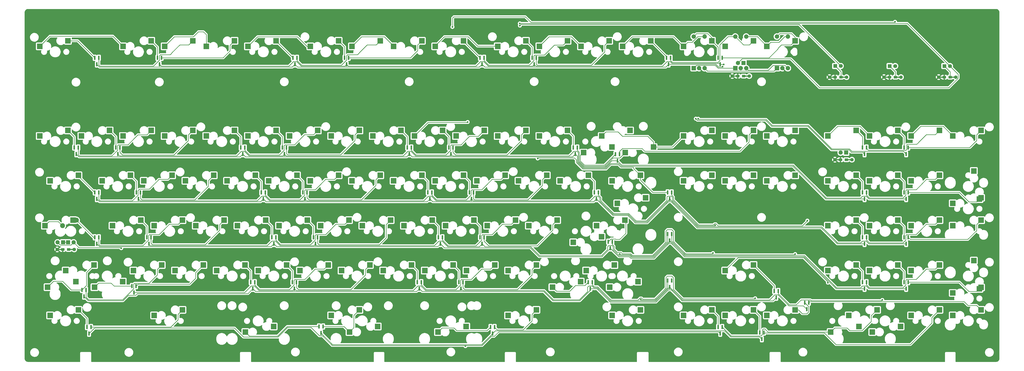
<source format=gbl>
G04 #@! TF.GenerationSoftware,KiCad,Pcbnew,(6.0.1-0)*
G04 #@! TF.CreationDate,2023-04-15T21:23:18-07:00*
G04 #@! TF.ProjectId,pcb,7063622e-6b69-4636-9164-5f7063625858,rev?*
G04 #@! TF.SameCoordinates,Original*
G04 #@! TF.FileFunction,Copper,L2,Bot*
G04 #@! TF.FilePolarity,Positive*
%FSLAX46Y46*%
G04 Gerber Fmt 4.6, Leading zero omitted, Abs format (unit mm)*
G04 Created by KiCad (PCBNEW (6.0.1-0)) date 2023-04-15 21:23:18*
%MOMM*%
%LPD*%
G01*
G04 APERTURE LIST*
G04 #@! TA.AperFunction,SMDPad,CuDef*
%ADD10R,2.550000X2.500000*%
G04 #@! TD*
G04 #@! TA.AperFunction,SMDPad,CuDef*
%ADD11R,2.900000X0.500000*%
G04 #@! TD*
G04 #@! TA.AperFunction,ComponentPad*
%ADD12C,1.600000*%
G04 #@! TD*
G04 #@! TA.AperFunction,SMDPad,CuDef*
%ADD13R,1.500000X1.200000*%
G04 #@! TD*
G04 #@! TA.AperFunction,ComponentPad*
%ADD14R,1.800000X1.800000*%
G04 #@! TD*
G04 #@! TA.AperFunction,ComponentPad*
%ADD15C,1.800000*%
G04 #@! TD*
G04 #@! TA.AperFunction,ComponentPad*
%ADD16R,2.000000X2.000000*%
G04 #@! TD*
G04 #@! TA.AperFunction,ComponentPad*
%ADD17C,2.000000*%
G04 #@! TD*
G04 #@! TA.AperFunction,SMDPad,CuDef*
%ADD18R,2.500000X2.550000*%
G04 #@! TD*
G04 #@! TA.AperFunction,ComponentPad*
%ADD19C,2.250000*%
G04 #@! TD*
G04 #@! TA.AperFunction,ComponentPad*
%ADD20C,1.905000*%
G04 #@! TD*
G04 #@! TA.AperFunction,ComponentPad*
%ADD21R,1.905000X1.905000*%
G04 #@! TD*
G04 #@! TA.AperFunction,SMDPad,CuDef*
%ADD22R,0.800000X1.900000*%
G04 #@! TD*
G04 #@! TA.AperFunction,ViaPad*
%ADD23C,0.800000*%
G04 #@! TD*
G04 #@! TA.AperFunction,Conductor*
%ADD24C,0.250000*%
G04 #@! TD*
G04 APERTURE END LIST*
D10*
X323791250Y-156740150D03*
X310864250Y-159280150D03*
D11*
X442750000Y-62992000D03*
D12*
X444150000Y-62992000D03*
D13*
X441600000Y-62992000D03*
D12*
X436350000Y-62992000D03*
D11*
X437750000Y-62992000D03*
D13*
X438900000Y-62992000D03*
D10*
X197702500Y-131100143D03*
X210629500Y-128560143D03*
X363748500Y-89980097D03*
X376675500Y-87440097D03*
D14*
X438975000Y-57900000D03*
D15*
X441515000Y-57900000D03*
D10*
X145315000Y-48860055D03*
X158242000Y-46320055D03*
X188177500Y-151660165D03*
X201104500Y-149120165D03*
X424902000Y-177300181D03*
X411975000Y-179840181D03*
D13*
X63326000Y-141986000D03*
D12*
X65876000Y-141986000D03*
D11*
X64476000Y-141986000D03*
D12*
X58076000Y-141986000D03*
D13*
X60626000Y-141986000D03*
D11*
X59476000Y-141986000D03*
D10*
X304858750Y-131100130D03*
X317785750Y-128560130D03*
X178652500Y-131100143D03*
X191579500Y-128560143D03*
D13*
X372183500Y-62484000D03*
D11*
X373333500Y-62484000D03*
D12*
X374733500Y-62484000D03*
D11*
X368333500Y-62484000D03*
D12*
X366933500Y-62484000D03*
D13*
X369483500Y-62484000D03*
D10*
X467882000Y-172220187D03*
X480809000Y-169680187D03*
X429782000Y-131100139D03*
X442709000Y-128560139D03*
X111977500Y-151660165D03*
X124904500Y-149120165D03*
X78640000Y-110540121D03*
X91567000Y-108000121D03*
X102452500Y-172220187D03*
X115379500Y-169680187D03*
X410732000Y-151660160D03*
X423659000Y-149120160D03*
X226277500Y-151660165D03*
X239204500Y-149120165D03*
D16*
X368333500Y-58900055D03*
D17*
X373333500Y-58900055D03*
X370833500Y-58900055D03*
X373333500Y-44400055D03*
X368333500Y-44400055D03*
D10*
X448832000Y-131100139D03*
X461759000Y-128560139D03*
X61971250Y-151660150D03*
X74898250Y-149120150D03*
X97690000Y-110540121D03*
X110617000Y-108000121D03*
X183415000Y-89980099D03*
X196342000Y-87440099D03*
X121502500Y-131100143D03*
X134429500Y-128560143D03*
X382798500Y-172220188D03*
X395725500Y-169680188D03*
X467882000Y-120820132D03*
X480809000Y-118280132D03*
X192940000Y-110540121D03*
X205867000Y-108000121D03*
X382798500Y-89980097D03*
X395725500Y-87440097D03*
D11*
X467810000Y-62992000D03*
D12*
X469210000Y-62992000D03*
D13*
X466660000Y-62992000D03*
D12*
X461410000Y-62992000D03*
D13*
X463960000Y-62992000D03*
D11*
X462810000Y-62992000D03*
D10*
X54827500Y-110540121D03*
X67754500Y-108000121D03*
X207227500Y-151660165D03*
X220154500Y-149120165D03*
X216752500Y-131100143D03*
X229679500Y-128560143D03*
X330935000Y-95060099D03*
X318008000Y-97600099D03*
D14*
X414065000Y-57880000D03*
D15*
X416605000Y-57880000D03*
D10*
X363748500Y-110540118D03*
X376675500Y-108000118D03*
X202465000Y-89980099D03*
X215392000Y-87440099D03*
X135790000Y-110540121D03*
X148717000Y-108000121D03*
X183415000Y-172220170D03*
X196342000Y-169680170D03*
X344698500Y-48860055D03*
X357625500Y-46320055D03*
X288190000Y-110540121D03*
X301117000Y-108000121D03*
X312002500Y-172220187D03*
X324929500Y-169680187D03*
X126265000Y-48860055D03*
X139192000Y-46320055D03*
X259615000Y-89980099D03*
X272542000Y-87440099D03*
X363748500Y-151660167D03*
X376675500Y-149120167D03*
X264377500Y-172220187D03*
X277304500Y-169680187D03*
X307122500Y-136180143D03*
X294195500Y-138720143D03*
X159602500Y-131100143D03*
X172529500Y-128560143D03*
X410732000Y-110540118D03*
X423659000Y-108000118D03*
X116740000Y-110540121D03*
X129667000Y-108000121D03*
X448832000Y-89980097D03*
X461759000Y-87440097D03*
X297715000Y-48860055D03*
X310642000Y-46320055D03*
X278665000Y-48860055D03*
X291592000Y-46320055D03*
D18*
X477507000Y-147115160D03*
X480047000Y-160042160D03*
D10*
X157103750Y-177300170D03*
X144176750Y-179840170D03*
D14*
X464035000Y-57900000D03*
D15*
X466575000Y-57900000D03*
D10*
X192940000Y-48860055D03*
X205867000Y-46320055D03*
X126265000Y-89980099D03*
X139192000Y-87440099D03*
X448832000Y-110540118D03*
X461759000Y-108000118D03*
X221515000Y-89980099D03*
X234442000Y-87440099D03*
X410732000Y-131100139D03*
X423659000Y-128560139D03*
X254852500Y-131100143D03*
X267779500Y-128560143D03*
X300096250Y-151660150D03*
X313023250Y-149120150D03*
X467882000Y-161940176D03*
X480809000Y-159400176D03*
X88047500Y-156740165D03*
X75120500Y-159280165D03*
X344698500Y-89980097D03*
X357625500Y-87440097D03*
X211990000Y-48860055D03*
X224917000Y-46320055D03*
X204728750Y-177300170D03*
X191801750Y-179840170D03*
X443952000Y-177300181D03*
X431025000Y-179840181D03*
D12*
X421717000Y-100838000D03*
D11*
X420317000Y-100838000D03*
D13*
X419167000Y-100838000D03*
X416467000Y-100838000D03*
D12*
X413917000Y-100838000D03*
D11*
X415317000Y-100838000D03*
D10*
X297597500Y-156740150D03*
X284670500Y-159280150D03*
X88165000Y-48860055D03*
X101092000Y-46320055D03*
X150077500Y-151660165D03*
X163004500Y-149120165D03*
D16*
X349283500Y-58900055D03*
D17*
X354283500Y-58900055D03*
X351783500Y-58900055D03*
X354283500Y-44400055D03*
X349283500Y-44400055D03*
D11*
X417840000Y-62992000D03*
D13*
X416690000Y-62992000D03*
D12*
X419240000Y-62992000D03*
D11*
X412840000Y-62992000D03*
D13*
X413990000Y-62992000D03*
D12*
X411440000Y-62992000D03*
D10*
X467882000Y-131100139D03*
X480809000Y-128560139D03*
X231040000Y-110540121D03*
X243967000Y-108000121D03*
X66616250Y-156740165D03*
X53689250Y-159280165D03*
X107215000Y-48860055D03*
X120142000Y-46320055D03*
X145315000Y-89980099D03*
X158242000Y-87440099D03*
X382798500Y-48860055D03*
X395725500Y-46320055D03*
X245210000Y-177300170D03*
X232283000Y-179840170D03*
X107215000Y-89980099D03*
X120142000Y-87440099D03*
X231040000Y-48860055D03*
X243967000Y-46320055D03*
X429782000Y-89980097D03*
X442709000Y-87440097D03*
X278665000Y-89980099D03*
X291592000Y-87440099D03*
X382798500Y-110540118D03*
X395725500Y-108000118D03*
X102452500Y-131100143D03*
X115379500Y-128560143D03*
X269140000Y-110540121D03*
X282067000Y-108000121D03*
X429782000Y-110540118D03*
X442709000Y-108000118D03*
X448832000Y-151660160D03*
X461759000Y-149120160D03*
X50065000Y-89980097D03*
X62992000Y-87440097D03*
X344698500Y-110540118D03*
X357625500Y-108000118D03*
X420257000Y-172220181D03*
X433184000Y-169680181D03*
X429782000Y-151660160D03*
X442709000Y-149120160D03*
X92927500Y-151660165D03*
X105854500Y-149120165D03*
X140552500Y-131100143D03*
X153479500Y-128560143D03*
X344698500Y-172220188D03*
X357625500Y-169680188D03*
D18*
X477507000Y-105995110D03*
X480047000Y-118922110D03*
D10*
X363748500Y-172220188D03*
X376675500Y-169680188D03*
X173890000Y-110540121D03*
X186817000Y-108000121D03*
X311885000Y-95060090D03*
X298958000Y-97600090D03*
D16*
X387383500Y-58900055D03*
D17*
X392383500Y-58900055D03*
X389883500Y-58900055D03*
X392383500Y-44400055D03*
X387383500Y-44400055D03*
D10*
X245327500Y-151660165D03*
X258254500Y-149120165D03*
X467882000Y-89980097D03*
X480809000Y-87440097D03*
X131027500Y-151660165D03*
X143954500Y-149120165D03*
X448832000Y-172220187D03*
X461759000Y-169680187D03*
X312002500Y-110540121D03*
X324929500Y-108000121D03*
X169127500Y-151660165D03*
X182054500Y-149120165D03*
X259615000Y-48860055D03*
X272542000Y-46320055D03*
X314383750Y-120820120D03*
X327310750Y-118280120D03*
X264377500Y-151660165D03*
X277304500Y-149120165D03*
D19*
X60483750Y-131100130D03*
X66833750Y-128560130D03*
D20*
X65563750Y-138720130D03*
D21*
X63023750Y-138720130D03*
D10*
X363748500Y-48860055D03*
X376675500Y-46320055D03*
D20*
X369563500Y-56480055D03*
D21*
X372103500Y-56480055D03*
D10*
X164365000Y-89980099D03*
X177292000Y-87440099D03*
X88165000Y-89980099D03*
X101092000Y-87440099D03*
X52446250Y-131100130D03*
X65373250Y-128560130D03*
D20*
X58261250Y-138720130D03*
D21*
X60801250Y-138720130D03*
D10*
X69115000Y-89980099D03*
X82042000Y-87440099D03*
X316765000Y-48860055D03*
X329692000Y-46320055D03*
X83402500Y-131100143D03*
X96329500Y-128560143D03*
X211990000Y-110540121D03*
X224917000Y-108000121D03*
X154840000Y-110540121D03*
X167767000Y-108000121D03*
X240565000Y-89980099D03*
X253492000Y-87440099D03*
X410732000Y-89980097D03*
X423659000Y-87440097D03*
D20*
X416547000Y-97600097D03*
D21*
X419087000Y-97600097D03*
D10*
X273902500Y-131100143D03*
X286829500Y-128560143D03*
X307240000Y-89980090D03*
X320167000Y-87440090D03*
X50065000Y-48860055D03*
X62992000Y-46320055D03*
X235802500Y-131100143D03*
X248729500Y-128560143D03*
X250090000Y-110540121D03*
X263017000Y-108000121D03*
X54827500Y-172220187D03*
X67754500Y-169680187D03*
X173890000Y-48860055D03*
X186817000Y-46320055D03*
D22*
X151450000Y-115848000D03*
X153350000Y-115848000D03*
X152400000Y-118848000D03*
X218252000Y-95274000D03*
X220152000Y-95274000D03*
X219202000Y-98274000D03*
X222824000Y-156996000D03*
X224724000Y-156996000D03*
X223774000Y-159996000D03*
X251526000Y-136422000D03*
X253426000Y-136422000D03*
X252476000Y-139422000D03*
X142052000Y-95274000D03*
X143952000Y-95274000D03*
X143002000Y-98274000D03*
X84902000Y-95274000D03*
X86802000Y-95274000D03*
X85852000Y-98274000D03*
X94300000Y-115848000D03*
X96200000Y-115848000D03*
X95250000Y-118848000D03*
X232476000Y-136422000D03*
X234376000Y-136422000D03*
X233426000Y-139422000D03*
X65852000Y-95274000D03*
X67752000Y-95274000D03*
X66802000Y-98274000D03*
X146624000Y-156996000D03*
X148524000Y-156996000D03*
X147574000Y-159996000D03*
X445582000Y-115848000D03*
X447482000Y-115848000D03*
X446532000Y-118848000D03*
X189550000Y-54126000D03*
X191450000Y-54126000D03*
X190500000Y-57126000D03*
X246700000Y-115848000D03*
X248600000Y-115848000D03*
X247650000Y-118848000D03*
X379542000Y-180110000D03*
X381442000Y-180110000D03*
X380492000Y-183110000D03*
X170500000Y-115848000D03*
X172400000Y-115848000D03*
X171450000Y-118848000D03*
X251526000Y-54126000D03*
X253426000Y-54126000D03*
X252476000Y-57126000D03*
X360492000Y-54126000D03*
X362392000Y-54126000D03*
X361442000Y-57126000D03*
X294198000Y-95274000D03*
X296098000Y-95274000D03*
X295148000Y-98274000D03*
X301056000Y-156996000D03*
X302956000Y-156996000D03*
X302006000Y-159996000D03*
X386146000Y-161060000D03*
X388046000Y-161060000D03*
X387096000Y-164060000D03*
X103952000Y-54126000D03*
X105852000Y-54126000D03*
X104902000Y-57126000D03*
X92268000Y-158774000D03*
X94168000Y-158774000D03*
X93218000Y-161774000D03*
X161102000Y-95274000D03*
X163002000Y-95274000D03*
X162052000Y-98274000D03*
X275402000Y-54126000D03*
X277302000Y-54126000D03*
X276352000Y-57126000D03*
X400116000Y-166394000D03*
X402016000Y-166394000D03*
X401066000Y-169394000D03*
X71694000Y-177570000D03*
X73594000Y-177570000D03*
X72644000Y-180570000D03*
X445582000Y-156996000D03*
X447482000Y-156996000D03*
X446532000Y-159996000D03*
X75250000Y-115848000D03*
X77150000Y-115848000D03*
X76200000Y-118848000D03*
X165928000Y-54126000D03*
X167828000Y-54126000D03*
X166878000Y-57126000D03*
X165674000Y-156996000D03*
X167574000Y-156996000D03*
X166624000Y-159996000D03*
X303850000Y-115848000D03*
X305750000Y-115848000D03*
X304800000Y-118848000D03*
X177866000Y-177316000D03*
X179766000Y-177316000D03*
X178816000Y-180316000D03*
X256352000Y-177570000D03*
X258252000Y-177570000D03*
X257302000Y-180570000D03*
X313502000Y-98322000D03*
X315402000Y-98322000D03*
X314452000Y-101322000D03*
X445582000Y-136422000D03*
X447482000Y-136422000D03*
X446532000Y-139422000D03*
X156276000Y-136422000D03*
X158176000Y-136422000D03*
X157226000Y-139422000D03*
X75250000Y-136422000D03*
X77150000Y-136422000D03*
X76200000Y-139422000D03*
X426532000Y-115848000D03*
X428432000Y-115848000D03*
X427482000Y-118848000D03*
X336870000Y-54126000D03*
X338770000Y-54126000D03*
X337820000Y-57126000D03*
X337378000Y-134898000D03*
X339278000Y-134898000D03*
X338328000Y-137898000D03*
X241874000Y-156996000D03*
X243774000Y-156996000D03*
X242824000Y-159996000D03*
X227650000Y-115848000D03*
X229550000Y-115848000D03*
X228600000Y-118848000D03*
X337378000Y-115848000D03*
X339278000Y-115848000D03*
X338328000Y-118848000D03*
X445582000Y-95274000D03*
X447482000Y-95274000D03*
X446532000Y-98274000D03*
X360492000Y-177570000D03*
X362392000Y-177570000D03*
X361442000Y-180570000D03*
X426532000Y-156996000D03*
X428432000Y-156996000D03*
X427482000Y-159996000D03*
X99126000Y-136422000D03*
X101026000Y-136422000D03*
X100076000Y-139422000D03*
X310200000Y-138454000D03*
X312100000Y-138454000D03*
X311150000Y-141454000D03*
X337378000Y-156234000D03*
X339278000Y-156234000D03*
X338328000Y-159234000D03*
X237302000Y-95274000D03*
X239202000Y-95274000D03*
X238252000Y-98274000D03*
X426532000Y-95274000D03*
X428432000Y-95274000D03*
X427482000Y-98274000D03*
X426532000Y-136422000D03*
X428432000Y-136422000D03*
X427482000Y-139422000D03*
X69408000Y-160552000D03*
X71308000Y-160552000D03*
X70358000Y-163552000D03*
X175326000Y-136422000D03*
X177226000Y-136422000D03*
X176276000Y-139422000D03*
X75250000Y-54126000D03*
X77150000Y-54126000D03*
X76200000Y-57126000D03*
D23*
X87376000Y-141421011D03*
X238912500Y-39979500D03*
X441452000Y-37629500D03*
X166890000Y-57138000D03*
X362553980Y-58166000D03*
X350266000Y-82042000D03*
X219202000Y-98274000D03*
X228588000Y-118860000D03*
X233414000Y-139434000D03*
X223762000Y-160008000D03*
X244856000Y-186308090D03*
X363003500Y-57150000D03*
X351375461Y-82079500D03*
X190500000Y-57150000D03*
X238252000Y-98298000D03*
X247650000Y-118872000D03*
X252476000Y-139446000D03*
X242824000Y-160020000D03*
X257290000Y-180582000D03*
X318008000Y-97600099D03*
X320294000Y-87376000D03*
X359156000Y-130905980D03*
X357625500Y-87440097D03*
X317785750Y-128560130D03*
X327310750Y-118280120D03*
X357625500Y-108000118D03*
X358140000Y-143664460D03*
X377444000Y-164375500D03*
X376675500Y-108000118D03*
X294195500Y-138720143D03*
X277913500Y-100273011D03*
X395725500Y-87440097D03*
X401320000Y-128778000D03*
X310864250Y-159280150D03*
X315469148Y-144112832D03*
X313023250Y-149120150D03*
X395725500Y-108000118D03*
X395732000Y-144113980D03*
X324929500Y-169680187D03*
X325120000Y-164941980D03*
X435610000Y-165152160D03*
X431025000Y-179840181D03*
X306578000Y-74676000D03*
X289814000Y-55118000D03*
X337820000Y-48006000D03*
X120396000Y-136652000D03*
X259080000Y-62738000D03*
X391668000Y-152908000D03*
X467868000Y-120904000D03*
X448818000Y-151638000D03*
X467868000Y-89916000D03*
X448818000Y-131064000D03*
X467868000Y-131064000D03*
X477520000Y-105918000D03*
X467868000Y-162052000D03*
X443992000Y-177292000D03*
X420370000Y-172212000D03*
X448818000Y-172212000D03*
X448818000Y-89916000D03*
X448818000Y-110490000D03*
X467868000Y-172212000D03*
X424942000Y-177292000D03*
X477520000Y-147066000D03*
X344678000Y-172212000D03*
X363728000Y-151638000D03*
X429768000Y-110490000D03*
X429768000Y-89916000D03*
X363728000Y-172212000D03*
X410718000Y-131064000D03*
X382778000Y-172212000D03*
X429768000Y-151638000D03*
X410718000Y-151638000D03*
X410718000Y-89916000D03*
X410713701Y-157230299D03*
X410718000Y-110490000D03*
X429768000Y-131064000D03*
X382778000Y-48768000D03*
X363728000Y-48768000D03*
X363728000Y-110490000D03*
X344678000Y-110490000D03*
X382778000Y-110490000D03*
X382778000Y-89916000D03*
X344678000Y-89916000D03*
X363728000Y-89916000D03*
X323850000Y-156718000D03*
X278638000Y-89916000D03*
X307086000Y-136144000D03*
X288036000Y-110490000D03*
X314452000Y-120904000D03*
X304800000Y-131064000D03*
X316738000Y-48768000D03*
X311912000Y-110490000D03*
X311912000Y-172212000D03*
X300228000Y-151638000D03*
X297688000Y-156718000D03*
X344678000Y-49022000D03*
X311912000Y-94996000D03*
X297688000Y-48768000D03*
X264414000Y-151638000D03*
X268986000Y-110490000D03*
X245364000Y-151638000D03*
X278638000Y-48768000D03*
X273812000Y-131064000D03*
X254762000Y-131064000D03*
X240538000Y-89916000D03*
X259588000Y-89916000D03*
X249936000Y-110490000D03*
X264414000Y-172212000D03*
X216662000Y-131064000D03*
X245867701Y-83561701D03*
X207264000Y-151638000D03*
X230886000Y-110490000D03*
X221488000Y-89916000D03*
X202438000Y-89916000D03*
X230886000Y-48768000D03*
X259588000Y-48768000D03*
X226314000Y-151638000D03*
X235712000Y-131064000D03*
X245364000Y-177292000D03*
X211836000Y-110490000D03*
X197866000Y-131064000D03*
X188214000Y-151638000D03*
X169164000Y-151638000D03*
X164338000Y-89916000D03*
X178562000Y-131064000D03*
X193040000Y-48768000D03*
X204724000Y-177292000D03*
X212090000Y-48768000D03*
X183388000Y-89916000D03*
X173990000Y-110490000D03*
X183388000Y-172212000D03*
X193040000Y-110490000D03*
X159512000Y-131064000D03*
X157226000Y-177292000D03*
X145288000Y-48768000D03*
X173990000Y-48768000D03*
X135636000Y-110490000D03*
X145288000Y-89916000D03*
X150114000Y-151638000D03*
X131064000Y-151638000D03*
X154686000Y-110490000D03*
X140462000Y-131064000D03*
X126238000Y-89916000D03*
X121412000Y-131064000D03*
X92964000Y-151638000D03*
X107188000Y-89916000D03*
X102362000Y-131064000D03*
X107188000Y-48768000D03*
X116586000Y-110490000D03*
X102616000Y-172212000D03*
X88138000Y-89916000D03*
X97536000Y-110490000D03*
X112014000Y-151638000D03*
X126238000Y-48768000D03*
X83312000Y-131064000D03*
X50038000Y-89916000D03*
X66548000Y-156718000D03*
X88138000Y-48768000D03*
X78486000Y-110490000D03*
X54864000Y-110490000D03*
X50038000Y-48768000D03*
X88138000Y-156718000D03*
X52324000Y-131064000D03*
X54864000Y-172212000D03*
X61976000Y-151638000D03*
X69088000Y-89916000D03*
X269760548Y-39366051D03*
X269748000Y-38354000D03*
D24*
X441600000Y-62992000D02*
X441600000Y-60525000D01*
X441600000Y-60525000D02*
X438975000Y-57900000D01*
X64286739Y-139997141D02*
X65563750Y-138720130D01*
X441452000Y-37846000D02*
X441393520Y-37904480D01*
X65563750Y-138720130D02*
X67989651Y-141146031D01*
X238912500Y-39979500D02*
X239014000Y-39878000D01*
X239014000Y-39878000D02*
X239014000Y-35814000D01*
X87101020Y-141146031D02*
X87376000Y-141421011D01*
X441452000Y-37629500D02*
X441452000Y-37846000D01*
X441393520Y-37904480D02*
X274886480Y-37904480D01*
X239522000Y-35306000D02*
X272288000Y-35306000D01*
X239014000Y-35814000D02*
X239522000Y-35306000D01*
X59538261Y-139997141D02*
X64286739Y-139997141D01*
X67989651Y-141146031D02*
X87101020Y-141146031D01*
X58261250Y-138720130D02*
X59538261Y-139997141D01*
X272288000Y-35306000D02*
X274886480Y-37904480D01*
X67444055Y-46320055D02*
X75250000Y-54126000D01*
X62992000Y-46320055D02*
X67444055Y-46320055D01*
X110469521Y-51979631D02*
X109799576Y-52649576D01*
X109799576Y-52649576D02*
X105329402Y-52649576D01*
X77150000Y-57440282D02*
X77150000Y-54126000D01*
X77660709Y-57950991D02*
X77150000Y-57440282D01*
X104902000Y-53076978D02*
X104902000Y-55175022D01*
X110469521Y-51881080D02*
X110469521Y-51979631D01*
X120142000Y-46320055D02*
X118267479Y-48194576D01*
X105329402Y-52649576D02*
X104902000Y-53076978D01*
X118267479Y-48194576D02*
X114156025Y-48194576D01*
X102126031Y-57950991D02*
X77660709Y-57950991D01*
X114156025Y-48194576D02*
X110469521Y-51881080D01*
X104902000Y-55175022D02*
X102126031Y-57950991D01*
X401541576Y-85565576D02*
X412299086Y-96323086D01*
X251201489Y-58400511D02*
X252476000Y-57126000D01*
X351282000Y-82804000D02*
X351028000Y-82804000D01*
X421438837Y-97449009D02*
X426720000Y-97449009D01*
X362319469Y-58400511D02*
X360660511Y-58400511D01*
X360660511Y-58400511D02*
X359386000Y-57126000D01*
X166878000Y-57126000D02*
X166890000Y-57138000D01*
X420312914Y-96323086D02*
X421438837Y-97449009D01*
X77474511Y-58400511D02*
X165603489Y-58400511D01*
X412299086Y-96323086D02*
X420312914Y-96323086D01*
X336545489Y-58400511D02*
X337820000Y-57126000D01*
X382270000Y-82804000D02*
X351282000Y-82804000D01*
X165603489Y-58400511D02*
X166878000Y-57126000D01*
X385031576Y-85565576D02*
X401541576Y-85565576D01*
X166890000Y-57138000D02*
X168152511Y-58400511D01*
X253750511Y-58400511D02*
X336545489Y-58400511D01*
X426720000Y-97449009D02*
X427482000Y-98211009D01*
X385031576Y-85565576D02*
X382270000Y-82804000D01*
X76200000Y-57126000D02*
X77474511Y-58400511D01*
X427482000Y-98211009D02*
X427482000Y-98274000D01*
X252476000Y-57126000D02*
X253750511Y-58400511D01*
X168152511Y-58400511D02*
X251201489Y-58400511D01*
X359386000Y-57126000D02*
X337820000Y-57126000D01*
X351028000Y-82804000D02*
X350266000Y-82042000D01*
X362553980Y-58166000D02*
X362319469Y-58400511D01*
X65852000Y-95274000D02*
X65852000Y-90300097D01*
X65852000Y-90300097D02*
X62992000Y-87440097D01*
X68262709Y-99098991D02*
X83076031Y-99098991D01*
X67752000Y-95274000D02*
X67752000Y-98588282D01*
X93226323Y-91194322D02*
X95012645Y-89408000D01*
X83076031Y-99098991D02*
X85626511Y-96548511D01*
X99124099Y-89408000D02*
X101092000Y-87440099D01*
X90477190Y-93980000D02*
X93226323Y-91230867D01*
X67752000Y-98588282D02*
X68262709Y-99098991D01*
X86096978Y-93980000D02*
X90477190Y-93980000D01*
X85626511Y-96548511D02*
X85626511Y-94450467D01*
X95012645Y-89408000D02*
X99124099Y-89408000D01*
X85626511Y-94450467D02*
X86096978Y-93980000D01*
X93226323Y-91230867D02*
X93226323Y-91194322D01*
X309039084Y-104692070D02*
X311134643Y-102596511D01*
X68076511Y-99548511D02*
X141727489Y-99548511D01*
X217927489Y-99548511D02*
X219202000Y-98274000D01*
X66802000Y-98274000D02*
X68076511Y-99548511D01*
X296044339Y-101988336D02*
X298748073Y-104692070D01*
X293873489Y-99548511D02*
X295148000Y-98274000D01*
X296044339Y-99170339D02*
X296044339Y-101988336D01*
X220476511Y-99548511D02*
X293873489Y-99548511D01*
X315066793Y-102596511D02*
X316263313Y-103793030D01*
X316263313Y-103793030D02*
X394692434Y-103793030D01*
X394692434Y-103793030D02*
X409747404Y-118848000D01*
X143002000Y-98274000D02*
X144276511Y-99548511D01*
X141727489Y-99548511D02*
X143002000Y-98274000D01*
X298748073Y-104692070D02*
X309039084Y-104692070D01*
X409747404Y-118848000D02*
X427482000Y-118848000D01*
X295148000Y-98274000D02*
X296044339Y-99170339D01*
X311134643Y-102596511D02*
X315066793Y-102596511D01*
X144276511Y-99548511D02*
X217927489Y-99548511D01*
X219202000Y-98274000D02*
X220476511Y-99548511D01*
X67754500Y-108000121D02*
X67754500Y-108352500D01*
X67754500Y-108352500D02*
X75250000Y-115848000D01*
X95024511Y-115024467D02*
X95024511Y-117122511D01*
X100944521Y-113597691D02*
X100212570Y-114329642D01*
X100212570Y-114329642D02*
X95719336Y-114329642D01*
X95024511Y-117122511D02*
X92474031Y-119672991D01*
X92474031Y-119672991D02*
X77724000Y-119672991D01*
X100944521Y-113561146D02*
X100944521Y-113597691D01*
X95719336Y-114329642D02*
X95024511Y-115024467D01*
X77150000Y-119098991D02*
X77150000Y-115848000D01*
X104631025Y-109874642D02*
X100944521Y-113561146D01*
X110617000Y-108000121D02*
X108742479Y-109874642D01*
X77724000Y-119672991D02*
X77150000Y-119098991D01*
X108742479Y-109874642D02*
X104631025Y-109874642D01*
X228588000Y-118860000D02*
X228600000Y-118848000D01*
X303525489Y-120122511D02*
X304800000Y-118848000D01*
X322580000Y-129794000D02*
X328041718Y-129794000D01*
X328041718Y-129794000D02*
X337713206Y-120122511D01*
X407670000Y-132080000D02*
X415012000Y-139422000D01*
X228600000Y-118848000D02*
X229874511Y-120122511D01*
X350924283Y-132080000D02*
X407670000Y-132080000D01*
X338966793Y-120122511D02*
X350924283Y-132080000D01*
X415012000Y-139422000D02*
X427482000Y-139422000D01*
X337713206Y-120122511D02*
X338966793Y-120122511D01*
X312317000Y-126365000D02*
X319151000Y-126365000D01*
X152400000Y-118848000D02*
X153674511Y-120122511D01*
X319151000Y-126365000D02*
X322580000Y-129794000D01*
X229874511Y-120122511D02*
X303525489Y-120122511D01*
X304800000Y-118848000D02*
X312317000Y-126365000D01*
X151125489Y-120122511D02*
X152400000Y-118848000D01*
X153674511Y-120122511D02*
X227325489Y-120122511D01*
X227325489Y-120122511D02*
X228588000Y-118860000D01*
X77474511Y-120122511D02*
X151125489Y-120122511D01*
X76200000Y-118848000D02*
X77474511Y-120122511D01*
X74695620Y-136422000D02*
X75250000Y-136422000D01*
X66833750Y-128560130D02*
X74695620Y-136422000D01*
X97300031Y-140246991D02*
X99850511Y-137696511D01*
X77150000Y-139736282D02*
X77660709Y-140246991D01*
X100301489Y-135147489D02*
X104717245Y-135147489D01*
X107169079Y-132659110D02*
X109393525Y-130434664D01*
X109393525Y-130434664D02*
X113504979Y-130434664D01*
X113504979Y-130434664D02*
X115379500Y-128560143D01*
X104717245Y-135147489D02*
X107169079Y-132695655D01*
X77660709Y-140246991D02*
X97300031Y-140246991D01*
X99850511Y-137696511D02*
X99850511Y-135598467D01*
X77150000Y-136422000D02*
X77150000Y-139736282D01*
X99850511Y-135598467D02*
X100301489Y-135147489D01*
X107169079Y-132695655D02*
X107169079Y-132659110D01*
X337967207Y-139172511D02*
X338942793Y-139172511D01*
X314984000Y-145288000D02*
X319877015Y-145288000D01*
X155951489Y-140696511D02*
X157226000Y-139422000D01*
X307316000Y-145288000D02*
X278638000Y-145288000D01*
X414504000Y-159996000D02*
X427482000Y-159996000D01*
X233414000Y-139434000D02*
X233426000Y-139422000D01*
X399796000Y-145288000D02*
X414504000Y-159996000D01*
X311150000Y-141454000D02*
X314984000Y-145288000D01*
X338942793Y-139172511D02*
X345058283Y-145288000D01*
X158500511Y-140696511D02*
X232151489Y-140696511D01*
X77474511Y-140696511D02*
X155951489Y-140696511D01*
X331089718Y-146050000D02*
X337967207Y-139172511D01*
X274574000Y-141224000D02*
X235228000Y-141224000D01*
X319877015Y-145288000D02*
X320639015Y-146050000D01*
X345058283Y-145288000D02*
X399796000Y-145288000D01*
X278638000Y-145288000D02*
X274574000Y-141224000D01*
X311150000Y-141454000D02*
X307316000Y-145288000D01*
X235228000Y-141224000D02*
X233426000Y-139422000D01*
X320639015Y-146050000D02*
X331089718Y-146050000D01*
X157226000Y-139422000D02*
X158500511Y-140696511D01*
X76200000Y-139422000D02*
X77474511Y-140696511D01*
X232151489Y-140696511D02*
X233414000Y-139434000D01*
X338942793Y-160508511D02*
X343983803Y-165549520D01*
X145346480Y-162223520D02*
X147574000Y-159996000D01*
X337689207Y-160508511D02*
X338942793Y-160508511D01*
X148848511Y-161270511D02*
X222499489Y-161270511D01*
X284853091Y-165473090D02*
X297188628Y-165473090D01*
X311150000Y-166116000D02*
X332081718Y-166116000D01*
X90643370Y-163033370D02*
X90658511Y-163048511D01*
X332081718Y-166116000D02*
X337689207Y-160508511D01*
X94824480Y-162223520D02*
X145346480Y-162223520D01*
X93999489Y-163048511D02*
X94824480Y-162223520D01*
X302006000Y-160655718D02*
X302006000Y-159996000D01*
X88203650Y-165473090D02*
X90643370Y-163033370D01*
X305030000Y-159996000D02*
X311150000Y-166116000D01*
X225048511Y-161270511D02*
X280650511Y-161270511D01*
X147574000Y-159996000D02*
X148848511Y-161270511D01*
X280650511Y-161270511D02*
X284853091Y-165473090D01*
X72279091Y-165473090D02*
X88203650Y-165473090D01*
X70358000Y-163552000D02*
X72279091Y-165473090D01*
X90658511Y-163048511D02*
X93999489Y-163048511D01*
X385606480Y-165549520D02*
X387096000Y-164060000D01*
X343983803Y-165549520D02*
X385606480Y-165549520D01*
X302006000Y-159996000D02*
X305030000Y-159996000D01*
X223774000Y-159996000D02*
X225048511Y-161270511D01*
X223762000Y-160008000D02*
X223774000Y-159996000D01*
X222499489Y-161270511D02*
X223762000Y-160008000D01*
X297188628Y-165473090D02*
X302006000Y-160655718D01*
X71424671Y-158535329D02*
X71424671Y-152593729D01*
X69408000Y-160552000D02*
X71424671Y-158535329D01*
X64502111Y-160552000D02*
X69408000Y-160552000D01*
X56400829Y-156568586D02*
X60518697Y-156568586D01*
X71424671Y-152593729D02*
X74898250Y-149120150D01*
X53689250Y-159280165D02*
X56400829Y-156568586D01*
X60518697Y-156568586D02*
X64502111Y-160552000D01*
X92992511Y-160048511D02*
X92992511Y-157950467D01*
X71308000Y-160552000D02*
X71308000Y-163866282D01*
X71308000Y-163866282D02*
X72465288Y-165023570D01*
X88017452Y-165023570D02*
X92992511Y-160048511D01*
X93443489Y-157499489D02*
X100062630Y-157499489D01*
X103842979Y-151131686D02*
X105854500Y-149120165D01*
X92992511Y-157950467D02*
X93443489Y-157499489D01*
X100062630Y-157499489D02*
X103842979Y-153719140D01*
X103842979Y-153719140D02*
X103842979Y-151131686D01*
X72465288Y-165023570D02*
X88017452Y-165023570D01*
X71694000Y-173619687D02*
X67754500Y-169680187D01*
X71694000Y-177570000D02*
X71694000Y-173619687D01*
X73594000Y-177570000D02*
X110077141Y-177570000D01*
X113367979Y-174279162D02*
X113367979Y-171691708D01*
X113367979Y-171691708D02*
X115379500Y-169680187D01*
X110077141Y-177570000D02*
X113367979Y-174279162D01*
X245130980Y-186033110D02*
X244856000Y-186308090D01*
X249830890Y-186033110D02*
X245130980Y-186033110D01*
X143326769Y-182164211D02*
X159085506Y-182164211D01*
X252474608Y-186033110D02*
X256663207Y-181844511D01*
X249830890Y-186033110D02*
X252474608Y-186033110D01*
X256663207Y-181844511D02*
X258026511Y-181844511D01*
X360617009Y-179745009D02*
X361442000Y-180570000D01*
X72644000Y-180570000D02*
X75194480Y-178019520D01*
X163484197Y-177765520D02*
X174209520Y-177765520D01*
X244581020Y-186033110D02*
X244856000Y-186308090D01*
X260126013Y-179745009D02*
X360617009Y-179745009D01*
X139182078Y-178019520D02*
X143326769Y-182164211D01*
X178034511Y-181590511D02*
X179454793Y-181590511D01*
X174209520Y-177765520D02*
X178034511Y-181590511D01*
X159085506Y-182164211D02*
X163484197Y-177765520D01*
X258026511Y-181844511D02*
X260126013Y-179745009D01*
X75194480Y-178019520D02*
X139182078Y-178019520D01*
X179454793Y-181590511D02*
X183897393Y-186033110D01*
X183897393Y-186033110D02*
X244581020Y-186033110D01*
X101092000Y-46320055D02*
X103952000Y-49180055D01*
X103952000Y-49180055D02*
X103952000Y-54126000D01*
X137160000Y-48352055D02*
X139192000Y-46320055D01*
X105852000Y-54126000D02*
X133973509Y-54126000D01*
X137160000Y-50939509D02*
X137160000Y-48352055D01*
X133973509Y-54126000D02*
X137160000Y-50939509D01*
X191262000Y-57912000D02*
X249690978Y-57912000D01*
X363003500Y-57150000D02*
X361466000Y-57150000D01*
X169710991Y-57950991D02*
X167611489Y-55851489D01*
X338553489Y-55851489D02*
X339378480Y-56676480D01*
X361466000Y-57150000D02*
X361442000Y-57126000D01*
X166144511Y-55851489D02*
X164045009Y-57950991D01*
X275590000Y-57950991D02*
X276352000Y-57188991D01*
X249690978Y-57912000D02*
X251751489Y-55851489D01*
X360992480Y-56676480D02*
X361442000Y-57126000D01*
X445257489Y-96999489D02*
X421625035Y-96999489D01*
X277152991Y-57950991D02*
X334987009Y-57950991D01*
X421625035Y-96999489D02*
X420499112Y-95873566D01*
X255308991Y-57950991D02*
X275590000Y-57950991D01*
X276352000Y-57188991D02*
X276352000Y-57126000D01*
X339378480Y-56676480D02*
X360992480Y-56676480D01*
X385217774Y-85116056D02*
X382456197Y-82354480D01*
X189699009Y-57950991D02*
X169710991Y-57950991D01*
X190500000Y-57150000D02*
X191262000Y-57912000D01*
X190500000Y-57150000D02*
X189699009Y-57950991D01*
X351650441Y-82354480D02*
X351375461Y-82079500D01*
X167611489Y-55851489D02*
X166144511Y-55851489D01*
X337086511Y-55851489D02*
X338553489Y-55851489D01*
X382456197Y-82354480D02*
X351650441Y-82354480D01*
X190500000Y-57126000D02*
X190500000Y-57150000D01*
X164045009Y-57950991D02*
X105726991Y-57950991D01*
X253209489Y-55851489D02*
X255308991Y-57950991D01*
X276352000Y-57150000D02*
X277152991Y-57950991D01*
X334987009Y-57950991D02*
X337086511Y-55851489D01*
X105726991Y-57950991D02*
X104902000Y-57126000D01*
X276352000Y-57126000D02*
X276352000Y-57150000D01*
X420499112Y-95873566D02*
X412485283Y-95873566D01*
X401727773Y-85116056D02*
X385217774Y-85116056D01*
X446532000Y-98274000D02*
X445257489Y-96999489D01*
X412485283Y-95873566D02*
X401727773Y-85116056D01*
X251751489Y-55851489D02*
X253209489Y-55851489D01*
X82042000Y-87440099D02*
X84902000Y-90300099D01*
X84902000Y-90300099D02*
X84902000Y-95274000D01*
X118130479Y-92039074D02*
X118130479Y-89451620D01*
X111520082Y-98649471D02*
X118130479Y-92039074D01*
X86802000Y-95274000D02*
X86802000Y-97470000D01*
X118130479Y-89451620D02*
X120142000Y-87440099D01*
X86802000Y-97470000D02*
X87981471Y-98649471D01*
X87981471Y-98649471D02*
X111520082Y-98649471D01*
X298934270Y-104242550D02*
X308852886Y-104242550D01*
X394878631Y-103343510D02*
X409933602Y-118398480D01*
X85852000Y-98298000D02*
X86652991Y-99098991D01*
X222026013Y-99098991D02*
X237427009Y-99098991D01*
X162814000Y-99060000D02*
X216408000Y-99060000D01*
X216408000Y-99060000D02*
X218468511Y-96999489D01*
X145826013Y-99098991D02*
X161227009Y-99098991D01*
X314452000Y-101346000D02*
X316449510Y-103343510D01*
X295872511Y-96999489D02*
X296493859Y-97620837D01*
X162052000Y-98274000D02*
X162052000Y-98298000D01*
X238252000Y-98298000D02*
X239052991Y-99098991D01*
X86652991Y-99098991D02*
X140169009Y-99098991D01*
X311773436Y-101322000D02*
X314452000Y-101322000D01*
X238252000Y-98274000D02*
X238252000Y-98298000D01*
X85852000Y-98274000D02*
X85852000Y-98298000D01*
X143726511Y-96999489D02*
X145826013Y-99098991D01*
X239052991Y-99098991D02*
X292315009Y-99098991D01*
X218468511Y-96999489D02*
X219926511Y-96999489D01*
X428215489Y-117573489D02*
X429490000Y-118848000D01*
X140169009Y-99098991D02*
X142268511Y-96999489D01*
X409933602Y-118398480D02*
X425669520Y-118398480D01*
X308852886Y-104242550D02*
X311773436Y-101322000D01*
X426494511Y-117573489D02*
X428215489Y-117573489D01*
X219926511Y-96999489D02*
X222026013Y-99098991D01*
X425669520Y-118398480D02*
X426494511Y-117573489D01*
X161227009Y-99098991D02*
X162052000Y-98274000D01*
X162052000Y-98298000D02*
X162814000Y-99060000D01*
X429490000Y-118848000D02*
X446532000Y-118848000D01*
X296493859Y-97620837D02*
X296493859Y-101802141D01*
X292315009Y-99098991D02*
X294414511Y-96999489D01*
X316449510Y-103343510D02*
X394878631Y-103343510D01*
X142268511Y-96999489D02*
X143726511Y-96999489D01*
X296493859Y-101802141D02*
X298934270Y-104242550D01*
X237427009Y-99098991D02*
X238252000Y-98274000D01*
X314452000Y-101322000D02*
X314452000Y-101346000D01*
X294414511Y-96999489D02*
X295872511Y-96999489D01*
X91567000Y-108000121D02*
X94300000Y-110733121D01*
X94300000Y-110733121D02*
X94300000Y-115848000D01*
X127254000Y-110413121D02*
X129667000Y-108000121D01*
X127254000Y-113000575D02*
X127254000Y-110413121D01*
X96200000Y-115848000D02*
X96200000Y-118552000D01*
X96871471Y-119223471D02*
X121031104Y-119223471D01*
X96200000Y-118552000D02*
X96871471Y-119223471D01*
X121031104Y-119223471D02*
X127254000Y-113000575D01*
X95250000Y-118872000D02*
X96050991Y-119672991D01*
X338328000Y-118872000D02*
X338328000Y-118848000D01*
X425669520Y-138972480D02*
X426494511Y-138147489D01*
X227866511Y-117573489D02*
X229324511Y-117573489D01*
X429481022Y-139422000D02*
X446532000Y-139422000D01*
X247650000Y-118848000D02*
X247650000Y-118872000D01*
X155224013Y-119672991D02*
X170625009Y-119672991D01*
X301967009Y-119672991D02*
X304066511Y-117573489D01*
X426494511Y-138147489D02*
X428206511Y-138147489D01*
X172250991Y-119672991D02*
X225767009Y-119672991D01*
X306324000Y-118372978D02*
X306324000Y-119736282D01*
X415198197Y-138972480D02*
X425669520Y-138972480D01*
X170625009Y-119672991D02*
X171450000Y-118848000D01*
X171450000Y-118848000D02*
X171450000Y-118872000D01*
X171450000Y-118872000D02*
X172250991Y-119672991D01*
X338328000Y-118848000D02*
X351110480Y-131630480D01*
X428206511Y-138147489D02*
X429481022Y-139422000D01*
X153124511Y-117573489D02*
X155224013Y-119672991D01*
X149567009Y-119672991D02*
X151666511Y-117573489D01*
X351110480Y-131630480D02*
X407856197Y-131630480D01*
X248450991Y-119672991D02*
X301967009Y-119672991D01*
X225767009Y-119672991D02*
X227866511Y-117573489D01*
X322766198Y-129344480D02*
X327855520Y-129344480D01*
X96050991Y-119672991D02*
X149567009Y-119672991D01*
X246825009Y-119672991D02*
X247650000Y-118848000D01*
X229324511Y-117573489D02*
X231424013Y-119672991D01*
X247650000Y-118872000D02*
X248450991Y-119672991D01*
X319337198Y-125915480D02*
X322766198Y-129344480D01*
X327855520Y-129344480D02*
X338328000Y-118872000D01*
X312503198Y-125915480D02*
X319337198Y-125915480D01*
X407856197Y-131630480D02*
X415198197Y-138972480D01*
X306324000Y-119736282D02*
X312503198Y-125915480D01*
X231424013Y-119672991D02*
X246825009Y-119672991D01*
X304066511Y-117573489D02*
X305524511Y-117573489D01*
X151666511Y-117573489D02*
X153124511Y-117573489D01*
X95250000Y-118848000D02*
X95250000Y-118872000D01*
X305524511Y-117573489D02*
X306324000Y-118372978D01*
X96329500Y-128560143D02*
X99126000Y-131356643D01*
X99126000Y-131356643D02*
X99126000Y-136422000D01*
X132417979Y-133159118D02*
X132417979Y-130571664D01*
X101697471Y-139797471D02*
X125779626Y-139797471D01*
X101026000Y-136422000D02*
X101026000Y-139126000D01*
X132417979Y-130571664D02*
X134429500Y-128560143D01*
X125779626Y-139797471D02*
X132417979Y-133159118D01*
X101026000Y-139126000D02*
X101697471Y-139797471D01*
X154139009Y-140246991D02*
X156238511Y-138147489D01*
X230593009Y-140246991D02*
X232692511Y-138147489D01*
X157950511Y-138147489D02*
X160050013Y-140246991D01*
X315170198Y-144838480D02*
X320063213Y-144838480D01*
X338328000Y-137898000D02*
X338328000Y-137922000D01*
X236786480Y-140774480D02*
X251147520Y-140774480D01*
X414690197Y-159546480D02*
X425669520Y-159546480D01*
X312420000Y-140724978D02*
X312420000Y-142088282D01*
X100076000Y-139700000D02*
X100622991Y-140246991D01*
X160050013Y-140246991D02*
X175451009Y-140246991D01*
X232692511Y-138147489D02*
X234159489Y-138147489D01*
X345244480Y-144838480D02*
X399982197Y-144838480D01*
X252476000Y-139422000D02*
X253828480Y-140774480D01*
X338328000Y-137922000D02*
X345244480Y-144838480D01*
X312420000Y-142088282D02*
X315170198Y-144838480D01*
X307129802Y-144838480D02*
X309880000Y-142088282D01*
X338328000Y-138176000D02*
X338328000Y-137898000D01*
X428206511Y-158721489D02*
X429481022Y-159996000D01*
X156238511Y-138147489D02*
X157950511Y-138147489D01*
X274760198Y-140774480D02*
X278824198Y-144838480D01*
X310425489Y-140179489D02*
X311874511Y-140179489D01*
X176276000Y-139422000D02*
X176276000Y-139700000D01*
X278824198Y-144838480D02*
X307129802Y-144838480D01*
X425669520Y-159546480D02*
X426494511Y-158721489D01*
X253828480Y-140774480D02*
X274760198Y-140774480D01*
X311874511Y-140179489D02*
X312420000Y-140724978D01*
X429481022Y-159996000D02*
X446532000Y-159996000D01*
X320063213Y-144838480D02*
X320825213Y-145600480D01*
X399982197Y-144838480D02*
X414690197Y-159546480D01*
X320825213Y-145600480D02*
X330903520Y-145600480D01*
X330903520Y-145600480D02*
X338328000Y-138176000D01*
X176822991Y-140246991D02*
X230593009Y-140246991D01*
X100076000Y-139422000D02*
X100076000Y-139700000D01*
X309880000Y-142088282D02*
X309880000Y-140724978D01*
X251147520Y-140774480D02*
X252476000Y-139446000D01*
X252476000Y-139446000D02*
X252476000Y-139422000D01*
X426494511Y-158721489D02*
X428206511Y-158721489D01*
X100622991Y-140246991D02*
X154139009Y-140246991D01*
X175451009Y-140246991D02*
X176276000Y-139422000D01*
X309880000Y-140724978D02*
X310425489Y-140179489D01*
X234159489Y-138147489D02*
X236786480Y-140774480D01*
X176276000Y-139700000D02*
X176822991Y-140246991D01*
X82729644Y-157405644D02*
X84098000Y-158774000D01*
X84098000Y-158774000D02*
X92268000Y-158774000D01*
X76995021Y-157405644D02*
X82729644Y-157405644D01*
X75120500Y-159280165D02*
X76995021Y-157405644D01*
X121430921Y-155181198D02*
X121430921Y-152593744D01*
X95034991Y-157949009D02*
X118663110Y-157949009D01*
X94168000Y-158774000D02*
X94210000Y-158774000D01*
X118663110Y-157949009D02*
X121430921Y-155181198D01*
X121430921Y-152593744D02*
X124904500Y-149120165D01*
X94210000Y-158774000D02*
X95034991Y-157949009D01*
X384048000Y-165100000D02*
X386362511Y-162785489D01*
X344170000Y-165100000D02*
X384048000Y-165100000D01*
X242824000Y-159996000D02*
X242824000Y-160020000D01*
X242824000Y-160020000D02*
X243624991Y-160820991D01*
X223040511Y-158721489D02*
X224498511Y-158721489D01*
X300736000Y-159266978D02*
X301281489Y-158721489D01*
X241999009Y-160820991D02*
X242824000Y-159996000D01*
X392849667Y-167805667D02*
X399477667Y-167805667D01*
X166624000Y-160020000D02*
X167424991Y-160820991D01*
X243624991Y-160820991D02*
X280836709Y-160820991D01*
X331895520Y-165666480D02*
X338328000Y-159234000D01*
X301281489Y-158721489D02*
X302730511Y-158721489D01*
X224790000Y-159012978D02*
X224798978Y-159012978D01*
X303555502Y-159546480D02*
X305216197Y-159546480D01*
X338328000Y-159258000D02*
X344170000Y-165100000D01*
X285039288Y-165023570D02*
X297002430Y-165023570D01*
X300736000Y-161290000D02*
X300736000Y-159266978D01*
X93218000Y-161774000D02*
X143796978Y-161774000D01*
X150398013Y-160820991D02*
X165799009Y-160820991D01*
X302730511Y-158721489D02*
X303555502Y-159546480D01*
X146849489Y-158721489D02*
X148298511Y-158721489D01*
X280836709Y-160820991D02*
X285039288Y-165023570D01*
X399477667Y-167805667D02*
X401066000Y-169394000D01*
X387829489Y-162785489D02*
X392849667Y-167805667D01*
X167424991Y-160820991D02*
X220941009Y-160820991D01*
X338328000Y-159234000D02*
X338328000Y-159258000D01*
X305216197Y-159546480D02*
X311336198Y-165666480D01*
X297002430Y-165023570D02*
X300736000Y-161290000D01*
X148298511Y-158721489D02*
X150398013Y-160820991D01*
X226606991Y-160820991D02*
X241999009Y-160820991D01*
X311336198Y-165666480D02*
X331895520Y-165666480D01*
X224498511Y-158721489D02*
X224790000Y-159012978D01*
X166624000Y-159996000D02*
X166624000Y-160020000D01*
X143796978Y-161774000D02*
X146849489Y-158721489D01*
X224798978Y-159012978D02*
X226606991Y-160820991D01*
X386362511Y-162785489D02*
X387829489Y-162785489D01*
X220941009Y-160820991D02*
X223040511Y-158721489D01*
X165799009Y-160820991D02*
X166624000Y-159996000D01*
X158242000Y-46440000D02*
X165928000Y-54126000D01*
X158242000Y-46320055D02*
X158242000Y-46440000D01*
X195462570Y-52649576D02*
X190927402Y-52649576D01*
X199881025Y-48194576D02*
X196194521Y-51881080D01*
X169897189Y-57501471D02*
X167828000Y-55432282D01*
X205867000Y-46320055D02*
X203992479Y-48194576D01*
X190927402Y-52649576D02*
X190500000Y-53076978D01*
X196194521Y-51881080D02*
X196194521Y-51917625D01*
X190500000Y-55118000D02*
X188116529Y-57501471D01*
X203992479Y-48194576D02*
X199881025Y-48194576D01*
X190500000Y-53076978D02*
X190500000Y-55118000D01*
X167828000Y-55432282D02*
X167828000Y-54126000D01*
X196194521Y-51917625D02*
X195462570Y-52649576D01*
X188116529Y-57501471D02*
X169897189Y-57501471D01*
X142052000Y-90300099D02*
X142052000Y-95274000D01*
X139192000Y-87440099D02*
X142052000Y-90300099D01*
X171289380Y-89314620D02*
X175417480Y-89314620D01*
X143952000Y-96589260D02*
X146012211Y-98649471D01*
X161826511Y-96548511D02*
X161826511Y-94450467D01*
X159725551Y-98649471D02*
X161826511Y-96548511D01*
X166657701Y-93999489D02*
X169514521Y-91142669D01*
X175417480Y-89314620D02*
X177292000Y-87440099D01*
X161826511Y-94450467D02*
X162277489Y-93999489D01*
X143952000Y-95274000D02*
X143952000Y-96589260D01*
X164611489Y-93999489D02*
X166657701Y-93999489D01*
X169514521Y-91142669D02*
X169514521Y-91089479D01*
X146012211Y-98649471D02*
X159725551Y-98649471D01*
X169514521Y-91089479D02*
X171289380Y-89314620D01*
X162277489Y-93999489D02*
X164611489Y-93999489D01*
X148717000Y-108000121D02*
X151450000Y-110733121D01*
X151450000Y-110733121D02*
X151450000Y-115848000D01*
X153350000Y-115848000D02*
X153350000Y-117163260D01*
X171224511Y-117122511D02*
X171224511Y-115024467D01*
X178606579Y-112099088D02*
X180831025Y-109874642D01*
X169123551Y-119223471D02*
X171224511Y-117122511D01*
X176168723Y-114573489D02*
X178606579Y-112135633D01*
X184942479Y-109874642D02*
X186817000Y-108000121D01*
X178606579Y-112135633D02*
X178606579Y-112099088D01*
X171675489Y-114573489D02*
X176168723Y-114573489D01*
X171224511Y-115024467D02*
X171675489Y-114573489D01*
X155410211Y-119223471D02*
X169123551Y-119223471D01*
X180831025Y-109874642D02*
X184942479Y-109874642D01*
X153350000Y-117163260D02*
X155410211Y-119223471D01*
X156276000Y-131356643D02*
X153479500Y-128560143D01*
X156276000Y-136422000D02*
X156276000Y-131356643D01*
X176501489Y-135147489D02*
X180917245Y-135147489D01*
X189704979Y-130434664D02*
X191579500Y-128560143D01*
X160236211Y-139797471D02*
X173949551Y-139797471D01*
X183795095Y-132269639D02*
X183795095Y-132180905D01*
X158176000Y-137737260D02*
X160236211Y-139797471D01*
X183795095Y-132180905D02*
X185541336Y-130434664D01*
X176050511Y-135598467D02*
X176501489Y-135147489D01*
X173949551Y-139797471D02*
X176050511Y-137696511D01*
X185541336Y-130434664D02*
X189704979Y-130434664D01*
X158176000Y-136422000D02*
X158176000Y-137737260D01*
X176050511Y-137696511D02*
X176050511Y-135598467D01*
X180917245Y-135147489D02*
X183795095Y-132269639D01*
X143954500Y-149120165D02*
X146624000Y-151789665D01*
X146624000Y-151789665D02*
X146624000Y-156996000D01*
X148524000Y-158311260D02*
X148524000Y-156996000D01*
X176068525Y-150994686D02*
X173844079Y-153219132D01*
X150584211Y-160371471D02*
X148524000Y-158311260D01*
X173844079Y-153255677D02*
X171378267Y-155721489D01*
X182054500Y-149120165D02*
X180179979Y-150994686D01*
X166849489Y-155721489D02*
X166398511Y-156172467D01*
X171378267Y-155721489D02*
X166849489Y-155721489D01*
X166398511Y-156172467D02*
X166398511Y-158270511D01*
X166398511Y-158270511D02*
X164297551Y-160371471D01*
X173844079Y-153219132D02*
X173844079Y-153255677D01*
X180179979Y-150994686D02*
X176068525Y-150994686D01*
X164297551Y-160371471D02*
X150584211Y-160371471D01*
X158899309Y-181714691D02*
X163298000Y-177316000D01*
X144176750Y-179840170D02*
X146051271Y-181714691D01*
X146051271Y-181714691D02*
X158899309Y-181714691D01*
X163298000Y-177316000D02*
X177866000Y-177316000D01*
X193813271Y-172208899D02*
X196342000Y-169680170D01*
X191801750Y-179840170D02*
X193813271Y-177828649D01*
X193813271Y-177828649D02*
X193813271Y-172208899D01*
X189277580Y-177316000D02*
X191801750Y-179840170D01*
X179766000Y-177316000D02*
X189277580Y-177316000D01*
X363481771Y-179295489D02*
X366245803Y-182059520D01*
X257302000Y-180570000D02*
X258576511Y-179295489D01*
X257290000Y-180582000D02*
X257302000Y-180570000D01*
X252288410Y-185583590D02*
X257290000Y-180582000D01*
X379441520Y-182059520D02*
X380492000Y-183110000D01*
X178816000Y-180316000D02*
X184083590Y-185583590D01*
X366245803Y-182059520D02*
X379441520Y-182059520D01*
X184083590Y-185583590D02*
X252288410Y-185583590D01*
X258576511Y-179295489D02*
X363481771Y-179295489D01*
X186817000Y-46320055D02*
X189550000Y-49053055D01*
X189550000Y-49053055D02*
X189550000Y-54126000D01*
X223012000Y-50812509D02*
X223012000Y-48225055D01*
X219698509Y-54126000D02*
X223012000Y-50812509D01*
X223012000Y-48225055D02*
X224917000Y-46320055D01*
X191450000Y-54126000D02*
X219698509Y-54126000D01*
X158242000Y-87440099D02*
X161102000Y-90300099D01*
X161102000Y-90300099D02*
X161102000Y-95274000D01*
X163576000Y-98610480D02*
X187759073Y-98610480D01*
X163002000Y-98036480D02*
X163576000Y-98610480D01*
X194330479Y-92039074D02*
X194330479Y-89451620D01*
X194330479Y-89451620D02*
X196342000Y-87440099D01*
X187759073Y-98610480D02*
X194330479Y-92039074D01*
X163002000Y-95274000D02*
X163002000Y-98036480D01*
X167767000Y-108000121D02*
X170500000Y-110733121D01*
X170500000Y-110733121D02*
X170500000Y-115848000D01*
X203855479Y-112599096D02*
X203855479Y-110011642D01*
X172400000Y-115848000D02*
X172400000Y-118298000D01*
X197231104Y-119223471D02*
X203855479Y-112599096D01*
X172400000Y-118298000D02*
X173325471Y-119223471D01*
X173325471Y-119223471D02*
X197231104Y-119223471D01*
X203855479Y-110011642D02*
X205867000Y-108000121D01*
X175326000Y-131356643D02*
X172529500Y-128560143D01*
X175326000Y-136422000D02*
X175326000Y-131356643D01*
X177897471Y-139797471D02*
X205477263Y-139797471D01*
X205477263Y-139797471D02*
X208617979Y-136656755D01*
X177226000Y-136422000D02*
X177226000Y-139126000D01*
X208617979Y-136656755D02*
X208617979Y-130571664D01*
X177226000Y-139126000D02*
X177897471Y-139797471D01*
X208617979Y-130571664D02*
X210629500Y-128560143D01*
X165674000Y-151789665D02*
X163004500Y-149120165D01*
X165674000Y-156996000D02*
X165674000Y-151789665D01*
X168499471Y-160371471D02*
X192440648Y-160371471D01*
X199092979Y-153719140D02*
X199092979Y-151131686D01*
X167574000Y-159446000D02*
X168499471Y-160371471D01*
X167574000Y-156996000D02*
X167574000Y-159446000D01*
X192440648Y-160371471D02*
X199092979Y-153719140D01*
X199092979Y-151131686D02*
X201104500Y-149120165D01*
X243967000Y-46320055D02*
X243967000Y-46567000D01*
X243967000Y-46567000D02*
X251526000Y-54126000D01*
X255495189Y-57501471D02*
X274025551Y-57501471D01*
X276596978Y-52832000D02*
X281005146Y-52832000D01*
X281005146Y-52832000D02*
X283508601Y-50328545D01*
X274025551Y-57501471D02*
X276126511Y-55400511D01*
X276126511Y-53302467D02*
X276596978Y-52832000D01*
X283508601Y-50328545D02*
X283508601Y-50292000D01*
X283508601Y-50292000D02*
X285540601Y-48260000D01*
X253426000Y-54126000D02*
X253426000Y-55432282D01*
X285540601Y-48260000D02*
X289652055Y-48260000D01*
X276126511Y-55400511D02*
X276126511Y-53302467D01*
X289652055Y-48260000D02*
X291592000Y-46320055D01*
X253426000Y-55432282D02*
X255495189Y-57501471D01*
X218252000Y-95274000D02*
X218252000Y-90300099D01*
X218252000Y-90300099D02*
X215392000Y-87440099D01*
X238026511Y-94450467D02*
X238477489Y-93999489D01*
X235925551Y-98649471D02*
X238026511Y-96548511D01*
X238026511Y-96548511D02*
X238026511Y-94450467D01*
X245380645Y-91476545D02*
X245380645Y-91440000D01*
X245380645Y-91440000D02*
X246668967Y-90151678D01*
X246668967Y-90151678D02*
X250780421Y-90151678D01*
X222212211Y-98649471D02*
X235925551Y-98649471D01*
X238477489Y-93999489D02*
X242857701Y-93999489D01*
X250780421Y-90151678D02*
X253492000Y-87440099D01*
X242857701Y-93999489D02*
X245380645Y-91476545D01*
X220152000Y-96589260D02*
X222212211Y-98649471D01*
X220152000Y-95274000D02*
X220152000Y-96589260D01*
X224917000Y-108000121D02*
X227650000Y-110733121D01*
X227650000Y-110733121D02*
X227650000Y-115848000D01*
X229550000Y-117163260D02*
X231610211Y-119223471D01*
X247396000Y-117094000D02*
X247424511Y-116840000D01*
X247875489Y-114573489D02*
X252368723Y-114573489D01*
X261142479Y-109874642D02*
X263017000Y-108000121D01*
X247424511Y-115024467D02*
X247875489Y-114573489D01*
X254806579Y-112135633D02*
X254806579Y-112099088D01*
X231610211Y-119223471D02*
X245266529Y-119223471D01*
X254806579Y-112099088D02*
X257031025Y-109874642D01*
X257031025Y-109874642D02*
X261142479Y-109874642D01*
X245266529Y-119223471D02*
X247396000Y-117094000D01*
X252368723Y-114573489D02*
X254806579Y-112135633D01*
X229550000Y-115848000D02*
X229550000Y-117163260D01*
X247424511Y-116840000D02*
X247424511Y-115024467D01*
X232476000Y-131356643D02*
X229679500Y-128560143D01*
X232476000Y-136422000D02*
X232476000Y-131356643D01*
X252250511Y-135598467D02*
X252701489Y-135147489D01*
X252250511Y-137696511D02*
X252250511Y-135598467D01*
X259995095Y-132233094D02*
X261793525Y-130434664D01*
X234376000Y-137728282D02*
X236972678Y-140324960D01*
X236972678Y-140324960D02*
X249622062Y-140324960D01*
X257117245Y-135147489D02*
X259995095Y-132269639D01*
X249622062Y-140324960D02*
X252250511Y-137696511D01*
X265904979Y-130434664D02*
X267779500Y-128560143D01*
X234376000Y-136422000D02*
X234376000Y-137728282D01*
X252701489Y-135147489D02*
X257117245Y-135147489D01*
X261793525Y-130434664D02*
X265904979Y-130434664D01*
X259995095Y-132269639D02*
X259995095Y-132233094D01*
X222824000Y-151789665D02*
X220154500Y-149120165D01*
X222824000Y-156996000D02*
X222824000Y-151789665D01*
X224724000Y-156996000D02*
X224724000Y-158302282D01*
X243049489Y-155721489D02*
X247578267Y-155721489D01*
X252268525Y-150994686D02*
X256379979Y-150994686D01*
X256379979Y-150994686D02*
X258254500Y-149120165D01*
X226793189Y-160371471D02*
X240538000Y-160371471D01*
X240538000Y-160371471D02*
X242598511Y-158310960D01*
X224724000Y-158302282D02*
X226793189Y-160371471D01*
X242598511Y-156172467D02*
X243049489Y-155721489D01*
X242598511Y-158310960D02*
X242598511Y-156172467D01*
X250355211Y-152908000D02*
X252268525Y-150994686D01*
X247578267Y-155721489D02*
X250355211Y-152944545D01*
X250355211Y-152944545D02*
X250355211Y-152908000D01*
X234157521Y-177965649D02*
X239687649Y-177965649D01*
X254747309Y-179174691D02*
X256352000Y-177570000D01*
X239687649Y-177965649D02*
X240896691Y-179174691D01*
X240896691Y-179174691D02*
X254747309Y-179174691D01*
X232283000Y-179840170D02*
X234157521Y-177965649D01*
X273812000Y-176276000D02*
X275292979Y-174795021D01*
X259363969Y-178845969D02*
X271272000Y-178845969D01*
X271272000Y-178845969D02*
X273812000Y-176305969D01*
X273812000Y-176305969D02*
X273812000Y-176276000D01*
X258252000Y-177570000D02*
X258252000Y-177734000D01*
X275292979Y-174795021D02*
X275292979Y-171691708D01*
X275292979Y-171691708D02*
X277304500Y-169680187D01*
X258252000Y-177734000D02*
X259363969Y-178845969D01*
X272542000Y-46320055D02*
X275402000Y-49180055D01*
X275402000Y-49180055D02*
X275402000Y-54126000D01*
X308630479Y-48331576D02*
X310642000Y-46320055D01*
X302514000Y-57501471D02*
X308630479Y-51384992D01*
X277719471Y-57501471D02*
X302514000Y-57501471D01*
X277302000Y-54126000D02*
X277302000Y-57084000D01*
X308630479Y-51384992D02*
X308630479Y-48331576D01*
X277302000Y-57084000D02*
X277719471Y-57501471D01*
X237302000Y-95274000D02*
X237302000Y-90300099D01*
X237302000Y-90300099D02*
X234442000Y-87440099D01*
X239202000Y-97470000D02*
X240381471Y-98649471D01*
X263920082Y-98649471D02*
X270530479Y-92039074D01*
X240381471Y-98649471D02*
X263920082Y-98649471D01*
X270530479Y-89451620D02*
X272542000Y-87440099D01*
X270530479Y-92039074D02*
X270530479Y-89451620D01*
X239202000Y-95274000D02*
X239202000Y-97470000D01*
X243967000Y-108000121D02*
X246700000Y-110733121D01*
X246700000Y-110733121D02*
X246700000Y-115848000D01*
X273431104Y-119223471D02*
X280055479Y-112599096D01*
X280055479Y-110011642D02*
X282067000Y-108000121D01*
X248600000Y-118806000D02*
X249017471Y-119223471D01*
X280055479Y-112599096D02*
X280055479Y-110011642D01*
X249017471Y-119223471D02*
X273431104Y-119223471D01*
X248600000Y-115848000D02*
X248600000Y-118806000D01*
X251526000Y-136422000D02*
X251526000Y-131356643D01*
X251526000Y-131356643D02*
X248729500Y-128560143D01*
X284817979Y-133159118D02*
X284817979Y-130571664D01*
X253426000Y-136422000D02*
X253426000Y-138226960D01*
X253426000Y-138226960D02*
X255524000Y-140324960D01*
X255524000Y-140324960D02*
X277652137Y-140324960D01*
X277652137Y-140324960D02*
X284817979Y-133159118D01*
X284817979Y-130571664D02*
X286829500Y-128560143D01*
X241874000Y-151789665D02*
X239204500Y-149120165D01*
X241874000Y-156996000D02*
X241874000Y-151789665D01*
X275292979Y-153719140D02*
X268640648Y-160371471D01*
X268640648Y-160371471D02*
X244567471Y-160371471D01*
X243774000Y-159578000D02*
X243774000Y-156996000D01*
X277304500Y-149120165D02*
X275292979Y-151131686D01*
X244567471Y-160371471D02*
X243774000Y-159578000D01*
X275292979Y-151131686D02*
X275292979Y-153719140D01*
X336870000Y-54126000D02*
X336870000Y-53498055D01*
X336870000Y-53498055D02*
X329692000Y-46320055D01*
X361216511Y-55400511D02*
X361216511Y-48218022D01*
X338770000Y-55432282D02*
X339564678Y-56226960D01*
X368333500Y-44400055D02*
X372128021Y-48194576D01*
X360390062Y-56226960D02*
X361216511Y-55400511D01*
X374800979Y-48194576D02*
X376675500Y-46320055D01*
X365034478Y-44400055D02*
X368333500Y-44400055D01*
X338770000Y-54126000D02*
X338770000Y-55432282D01*
X361216511Y-48218022D02*
X365034478Y-44400055D01*
X372128021Y-48194576D02*
X374800979Y-48194576D01*
X339564678Y-56226960D02*
X360390062Y-56226960D01*
X294198000Y-90046099D02*
X291592000Y-87440099D01*
X294198000Y-95274000D02*
X294198000Y-90046099D01*
X308666688Y-103793030D02*
X312412229Y-100047489D01*
X296098000Y-95274000D02*
X296098000Y-96589260D01*
X315560610Y-100047489D02*
X318008000Y-97600099D01*
X312412229Y-100047489D02*
X315560610Y-100047489D01*
X299120467Y-103793030D02*
X308666688Y-103793030D01*
X296943379Y-97434640D02*
X296943379Y-101615943D01*
X296943379Y-101615943D02*
X299120467Y-103793030D01*
X296098000Y-96589260D02*
X296943379Y-97434640D01*
X301117000Y-108000121D02*
X303850000Y-110733121D01*
X303850000Y-110733121D02*
X303850000Y-115848000D01*
X319523396Y-125465960D02*
X322952396Y-128894960D01*
X305750000Y-117163260D02*
X306773520Y-118186781D01*
X337058000Y-117884511D02*
X337369022Y-117573489D01*
X337058000Y-119506282D02*
X337058000Y-117884511D01*
X306773520Y-119550084D02*
X310400718Y-123177282D01*
X339598000Y-119482282D02*
X342594859Y-122479141D01*
X322952396Y-128894960D02*
X327669322Y-128894960D01*
X312689396Y-125465960D02*
X319523396Y-125465960D01*
X342594859Y-122479141D02*
X351296678Y-131180960D01*
X310400718Y-123177282D02*
X312689396Y-125465960D01*
X337369022Y-117573489D02*
X339052511Y-117573489D01*
X305750000Y-115848000D02*
X305750000Y-117163260D01*
X327669322Y-128894960D02*
X336359141Y-120205141D01*
X336359141Y-120205141D02*
X337058000Y-119506282D01*
X351296678Y-131180960D02*
X358881020Y-131180960D01*
X306773520Y-118186781D02*
X306773520Y-119550084D01*
X339052511Y-117573489D02*
X339598000Y-118118978D01*
X339598000Y-118118978D02*
X339598000Y-119482282D01*
X358881020Y-131180960D02*
X359156000Y-130905980D01*
X313697358Y-137396640D02*
X315485360Y-137396640D01*
X318273271Y-129047651D02*
X317785750Y-128560130D01*
X313460718Y-137160000D02*
X313697358Y-137396640D01*
X310200000Y-138454000D02*
X311494000Y-137160000D01*
X311494000Y-137160000D02*
X313460718Y-137160000D01*
X315485360Y-137396640D02*
X318273271Y-134608729D01*
X318273271Y-134608729D02*
X318273271Y-129047651D01*
X339221022Y-132842000D02*
X340002511Y-133623489D01*
X336653489Y-138579075D02*
X336653489Y-133500511D01*
X345616876Y-143939440D02*
X357865020Y-143939440D01*
X340002511Y-138325075D02*
X345616876Y-143939440D01*
X330531124Y-144701440D02*
X336653489Y-138579075D01*
X316659440Y-143939440D02*
X320435608Y-143939440D01*
X336653489Y-133500511D02*
X337312000Y-132842000D01*
X357865020Y-143939440D02*
X358140000Y-143664460D01*
X320435608Y-143939440D02*
X321197608Y-144701440D01*
X312869520Y-140538781D02*
X312869520Y-141902084D01*
X312100000Y-138454000D02*
X312100000Y-139769260D01*
X312100000Y-139769260D02*
X312869520Y-140538781D01*
X337312000Y-132842000D02*
X339221022Y-132842000D01*
X340002511Y-133623489D02*
X340002511Y-138325075D01*
X321197608Y-144701440D02*
X330531124Y-144701440D01*
X316108321Y-143388321D02*
X316659440Y-143939440D01*
X312869520Y-141902084D02*
X314355757Y-143388321D01*
X314355757Y-143388321D02*
X316108321Y-143388321D01*
X295217624Y-158496000D02*
X299556000Y-158496000D01*
X299556000Y-158496000D02*
X301056000Y-156996000D01*
X292558953Y-161154671D02*
X295217624Y-158496000D01*
X286545021Y-161154671D02*
X292558953Y-161154671D01*
X284670500Y-159280150D02*
X286545021Y-161154671D01*
X323820406Y-165216960D02*
X324819897Y-164217469D01*
X336653489Y-154836511D02*
X337312000Y-154178000D01*
X344356198Y-164650480D02*
X377169020Y-164650480D01*
X340002511Y-154959489D02*
X340002511Y-160296793D01*
X325970074Y-164767440D02*
X331523124Y-164767440D01*
X377169020Y-164650480D02*
X377444000Y-164375500D01*
X305402395Y-159096960D02*
X311522396Y-165216960D01*
X325420103Y-164217469D02*
X325970074Y-164767440D01*
X324819897Y-164217469D02*
X325420103Y-164217469D01*
X336653489Y-159637075D02*
X336653489Y-154836511D01*
X331523124Y-164767440D02*
X336653489Y-159637075D01*
X311522396Y-165216960D02*
X323820406Y-165216960D01*
X303741700Y-159096960D02*
X305402395Y-159096960D01*
X337312000Y-154178000D02*
X339221022Y-154178000D01*
X302956000Y-158311260D02*
X303741700Y-159096960D01*
X302956000Y-156996000D02*
X302956000Y-158311260D01*
X340002511Y-160296793D02*
X344356198Y-164650480D01*
X339221022Y-154178000D02*
X340002511Y-154959489D01*
X357625500Y-46320055D02*
X360492000Y-49186555D01*
X360492000Y-49186555D02*
X360492000Y-54126000D01*
X349283500Y-44400055D02*
X350608011Y-43075544D01*
X355749544Y-43075544D02*
X357625500Y-44951500D01*
X357625500Y-44951500D02*
X357625500Y-46320055D01*
X350608011Y-43075544D02*
X355749544Y-43075544D01*
X389447424Y-48194576D02*
X393850979Y-48194576D01*
X394103544Y-43075544D02*
X395725500Y-44697500D01*
X383844646Y-54126000D02*
X387948021Y-50022625D01*
X395725500Y-44697500D02*
X395725500Y-46320055D01*
X393850979Y-48194576D02*
X395725500Y-46320055D01*
X388708011Y-43075544D02*
X394103544Y-43075544D01*
X387948021Y-49693979D02*
X389447424Y-48194576D01*
X362392000Y-54126000D02*
X383844646Y-54126000D01*
X387948021Y-50022625D02*
X387948021Y-49693979D01*
X387383500Y-44400055D02*
X388708011Y-43075544D01*
X298958000Y-97600090D02*
X298639910Y-97600090D01*
X298639910Y-97600090D02*
X297392899Y-98847101D01*
X308480490Y-103343510D02*
X313502000Y-98322000D01*
X297392899Y-98847101D02*
X297392899Y-101429745D01*
X297392899Y-101429745D02*
X299306664Y-103343510D01*
X299306664Y-103343510D02*
X308480490Y-103343510D01*
X315402000Y-98322000D02*
X315402000Y-97032077D01*
X325674505Y-95725578D02*
X326883547Y-96934620D01*
X315402000Y-97032077D02*
X316708499Y-95725578D01*
X326883547Y-96934620D02*
X370439359Y-96934620D01*
X370439359Y-96934620D02*
X374663979Y-92710000D01*
X316708499Y-95725578D02*
X325674505Y-95725578D01*
X374663979Y-92710000D02*
X374663979Y-89451618D01*
X374663979Y-89451618D02*
X376675500Y-87440097D01*
X295594819Y-102174534D02*
X298561876Y-105141590D01*
X294717969Y-99998031D02*
X295594819Y-100874881D01*
X321818000Y-104394000D02*
X321818000Y-104913621D01*
X298561876Y-105141590D02*
X309225281Y-105141590D01*
X324929500Y-110177321D02*
X330600179Y-115848000D01*
X321818000Y-104913621D02*
X324904500Y-108000121D01*
X324929500Y-108000121D02*
X324929500Y-110177321D01*
X316077115Y-104242550D02*
X321666550Y-104242550D01*
X309225281Y-105141590D02*
X311320841Y-103046031D01*
X311320841Y-103046031D02*
X314880596Y-103046031D01*
X278188480Y-99998031D02*
X294717969Y-99998031D01*
X277913500Y-100273011D02*
X278188480Y-99998031D01*
X330600179Y-115848000D02*
X337378000Y-115848000D01*
X314880596Y-103046031D02*
X316077115Y-104242550D01*
X324904500Y-108000121D02*
X324929500Y-108000121D01*
X321666550Y-104242550D02*
X321818000Y-104394000D01*
X295594819Y-100874881D02*
X295594819Y-102174534D01*
X360455594Y-131180960D02*
X399034000Y-131180960D01*
X339278000Y-115848000D02*
X339278000Y-117163260D01*
X360426000Y-131151366D02*
X360455594Y-131180960D01*
X401320000Y-128894960D02*
X401320000Y-128778000D01*
X340047520Y-119296084D02*
X351482876Y-130731440D01*
X358855897Y-130181469D02*
X359456103Y-130181469D01*
X339278000Y-117163260D02*
X340047520Y-117932781D01*
X399034000Y-131180960D02*
X401320000Y-128894960D01*
X358305926Y-130731440D02*
X358855897Y-130181469D01*
X359456103Y-130181469D02*
X360426000Y-131151366D01*
X357378000Y-130731440D02*
X358305926Y-130731440D01*
X340047520Y-117932781D02*
X340047520Y-119296084D01*
X351482876Y-130731440D02*
X357378000Y-130731440D01*
X337378000Y-138490282D02*
X330717322Y-145150960D01*
X337378000Y-134898000D02*
X337378000Y-138490282D01*
X321011411Y-145150960D02*
X320249411Y-144388960D01*
X320249411Y-144388960D02*
X315745276Y-144388960D01*
X315745276Y-144388960D02*
X315469148Y-144112832D01*
X330717322Y-145150960D02*
X321011411Y-145150960D01*
X339278000Y-138236282D02*
X345430678Y-144388960D01*
X345430678Y-144388960D02*
X389382000Y-144388960D01*
X395478000Y-144367980D02*
X395732000Y-144113980D01*
X339278000Y-134898000D02*
X339278000Y-138236282D01*
X389382000Y-144388960D02*
X395478000Y-144388960D01*
X395478000Y-144388960D02*
X395478000Y-144367980D01*
X325120000Y-164941980D02*
X325394980Y-165216960D01*
X337378000Y-159548282D02*
X337378000Y-156234000D01*
X325394980Y-165216960D02*
X331709322Y-165216960D01*
X331709322Y-165216960D02*
X337378000Y-159548282D01*
X426532000Y-95274000D02*
X426532000Y-90313097D01*
X426532000Y-90313097D02*
X423659000Y-87440097D01*
X459884479Y-89314618D02*
X455769382Y-89314618D01*
X446757489Y-93999489D02*
X446757489Y-96097533D01*
X428432000Y-95692000D02*
X428432000Y-95274000D01*
X461759000Y-87440097D02*
X459884479Y-89314618D01*
X446305053Y-96549969D02*
X429289969Y-96549969D01*
X446987360Y-93769618D02*
X446757489Y-93999489D01*
X429289969Y-96549969D02*
X428432000Y-95692000D01*
X455769382Y-89314618D02*
X452086521Y-92997479D01*
X452086521Y-92997479D02*
X452086521Y-93037667D01*
X446757489Y-96097533D02*
X446305053Y-96549969D01*
X451354570Y-93769618D02*
X446987360Y-93769618D01*
X452086521Y-93037667D02*
X451354570Y-93769618D01*
X423659000Y-108000118D02*
X426532000Y-110873118D01*
X426532000Y-110873118D02*
X426532000Y-115848000D01*
X445030542Y-118398480D02*
X446306511Y-117122511D01*
X455773025Y-109874639D02*
X459884479Y-109874639D01*
X428432000Y-115848000D02*
X428432000Y-117154282D01*
X453892832Y-111754832D02*
X455773025Y-109874639D01*
X446776978Y-114554000D02*
X451130209Y-114554000D01*
X446306511Y-115024467D02*
X446776978Y-114554000D01*
X453892832Y-111791377D02*
X453892832Y-111754832D01*
X428432000Y-117154282D02*
X429676198Y-118398480D01*
X446306511Y-117122511D02*
X446306511Y-115024467D01*
X451130209Y-114554000D02*
X453892832Y-111791377D01*
X459884479Y-109874639D02*
X461759000Y-108000118D01*
X429676198Y-118398480D02*
X445030542Y-118398480D01*
X426532000Y-131433139D02*
X426532000Y-136422000D01*
X423659000Y-128560139D02*
X426532000Y-131433139D01*
X453548579Y-132695651D02*
X453548579Y-132659106D01*
X429745802Y-138972480D02*
X445030542Y-138972480D01*
X453548579Y-132659106D02*
X455773025Y-130434660D01*
X445030542Y-138972480D02*
X446306511Y-137696511D01*
X428432000Y-136422000D02*
X428432000Y-137658678D01*
X459884479Y-130434660D02*
X461759000Y-128560139D01*
X451096741Y-135147489D02*
X453548579Y-132695651D01*
X446306511Y-137696511D02*
X446306511Y-135598467D01*
X428432000Y-137658678D02*
X429745802Y-138972480D01*
X446757489Y-135147489D02*
X451096741Y-135147489D01*
X446306511Y-135598467D02*
X446757489Y-135147489D01*
X455773025Y-130434660D02*
X459884479Y-130434660D01*
X423659000Y-149120160D02*
X426532000Y-151993160D01*
X426532000Y-151993160D02*
X426532000Y-156996000D01*
X446306511Y-158270511D02*
X446306511Y-156172467D01*
X453548579Y-153255672D02*
X453548579Y-153219127D01*
X459884479Y-150994681D02*
X461759000Y-149120160D01*
X451082762Y-155721489D02*
X453548579Y-153255672D01*
X455773025Y-150994681D02*
X459884479Y-150994681D01*
X428432000Y-156996000D02*
X428432000Y-158311260D01*
X446306511Y-156172467D02*
X446757489Y-155721489D01*
X445030542Y-159546480D02*
X446306511Y-158270511D01*
X428432000Y-158311260D02*
X429667220Y-159546480D01*
X453548579Y-153219127D02*
X455773025Y-150994681D01*
X429667220Y-159546480D02*
X445030542Y-159546480D01*
X446757489Y-155721489D02*
X451082762Y-155721489D01*
X386146000Y-158590667D02*
X376675500Y-149120167D01*
X386146000Y-161060000D02*
X386146000Y-158590667D01*
X403048162Y-165427140D02*
X435335020Y-165427140D01*
X435335020Y-165427140D02*
X435610000Y-165152160D01*
X393035865Y-167356147D02*
X396240000Y-167356147D01*
X396240000Y-167356147D02*
X398476658Y-165119489D01*
X388046000Y-161060000D02*
X388046000Y-162366282D01*
X402740511Y-165119489D02*
X403048162Y-165427140D01*
X388046000Y-162366282D02*
X393035865Y-167356147D01*
X398476658Y-165119489D02*
X402740511Y-165119489D01*
X360492000Y-177570000D02*
X360492000Y-172546688D01*
X360492000Y-172546688D02*
X357625500Y-169680188D01*
X380041022Y-181610000D02*
X380717489Y-180933533D01*
X383285159Y-179840181D02*
X411975000Y-179840181D01*
X426361298Y-179174702D02*
X430530000Y-175006000D01*
X366432000Y-181610000D02*
X380041022Y-181610000D01*
X430530000Y-172334181D02*
X433184000Y-169680181D01*
X430530000Y-175006000D02*
X430530000Y-172334181D01*
X381875467Y-178430489D02*
X383285159Y-179840181D01*
X362392000Y-177570000D02*
X366432000Y-181610000D01*
X380717489Y-180933533D02*
X380717489Y-178835489D01*
X413849521Y-177965660D02*
X419519660Y-177965660D01*
X381122489Y-178430489D02*
X381875467Y-178430489D01*
X411975000Y-179840181D02*
X413849521Y-177965660D01*
X420728702Y-179174702D02*
X426361298Y-179174702D01*
X380717489Y-178835489D02*
X381122489Y-178430489D01*
X419519660Y-177965660D02*
X420728702Y-179174702D01*
X445582000Y-90313097D02*
X442709000Y-87440097D01*
X445582000Y-95274000D02*
X445582000Y-90313097D01*
X478797479Y-89451618D02*
X480809000Y-87440097D01*
X475562551Y-95274000D02*
X478797479Y-92039072D01*
X447482000Y-95274000D02*
X475562551Y-95274000D01*
X478797479Y-92039072D02*
X478797479Y-89451618D01*
X442709000Y-108000118D02*
X445582000Y-110873118D01*
X445582000Y-110873118D02*
X445582000Y-115848000D01*
X478814457Y-120154653D02*
X480047000Y-118922110D01*
X447482000Y-115848000D02*
X470887799Y-115848000D01*
X470887799Y-115848000D02*
X475194452Y-120154653D01*
X475194452Y-120154653D02*
X478814457Y-120154653D01*
X442709000Y-128560139D02*
X445582000Y-131433139D01*
X445582000Y-131433139D02*
X445582000Y-136422000D01*
X447482000Y-136422000D02*
X448456652Y-137396652D01*
X478797479Y-133342521D02*
X478797479Y-130571660D01*
X448456652Y-137396652D02*
X474743348Y-137396652D01*
X478797479Y-130571660D02*
X480809000Y-128560139D01*
X474743348Y-137396652D02*
X478797479Y-133342521D01*
X442709000Y-149120160D02*
X445582000Y-151993160D01*
X445582000Y-151993160D02*
X445582000Y-156996000D01*
X470915749Y-156996000D02*
X475194446Y-161274697D01*
X478814463Y-161274697D02*
X480047000Y-160042160D01*
X447482000Y-156996000D02*
X470915749Y-156996000D01*
X475194446Y-161274697D02*
X478814463Y-161274697D01*
X400116000Y-166394000D02*
X401790511Y-168068511D01*
X401790511Y-168068511D02*
X401790511Y-170725489D01*
X399034000Y-171450000D02*
X397264188Y-169680188D01*
X397264188Y-169680188D02*
X395725500Y-169680188D01*
X401790511Y-170725489D02*
X401066000Y-171450000D01*
X401066000Y-171450000D02*
X399034000Y-171450000D01*
X402016000Y-166394000D02*
X402533340Y-165876660D01*
X402533340Y-165876660D02*
X473014030Y-165876660D01*
X478768813Y-167640000D02*
X480809000Y-169680187D01*
X474777370Y-167640000D02*
X478768813Y-167640000D01*
X473014030Y-165876660D02*
X474777370Y-167640000D01*
X379542000Y-172546688D02*
X376675500Y-169680188D01*
X379542000Y-180110000D02*
X379542000Y-172546688D01*
X448443040Y-185583601D02*
X458285421Y-175741220D01*
X409129069Y-180289701D02*
X414422969Y-185583601D01*
X458285421Y-173153766D02*
X461759000Y-169680187D01*
X381621701Y-180289701D02*
X409129069Y-180289701D01*
X458285421Y-175741220D02*
X458285421Y-173153766D01*
X381442000Y-180110000D02*
X381621701Y-180289701D01*
X414422969Y-185583601D02*
X448443040Y-185583601D01*
X453168424Y-85565576D02*
X463517576Y-85565576D01*
X448818000Y-89916000D02*
X453168424Y-85565576D01*
X463517576Y-85565576D02*
X467868000Y-89916000D01*
X399609802Y-145737520D02*
X410019141Y-156146859D01*
X410732000Y-89980097D02*
X415146521Y-85565576D01*
X363748500Y-151660167D02*
X363748500Y-151617500D01*
X385064000Y-145737520D02*
X399609802Y-145737520D01*
X410713701Y-156841419D02*
X410713701Y-157230299D01*
X425417576Y-85565576D02*
X429768000Y-89916000D01*
X415146521Y-85565576D02*
X425417576Y-85565576D01*
X363748500Y-151617500D02*
X369628480Y-145737520D01*
X410019141Y-156146859D02*
X410713701Y-156841419D01*
X369628480Y-145737520D02*
X385064000Y-145737520D01*
X330935000Y-95060099D02*
X339618498Y-95060099D01*
X378410055Y-44400055D02*
X382778000Y-48768000D01*
X309114521Y-88105569D02*
X314673569Y-88105569D01*
X316719678Y-90151678D02*
X328328670Y-90151678D01*
X384560466Y-46985534D02*
X388383808Y-46985534D01*
X307240000Y-89980090D02*
X309114521Y-88105569D01*
X390969287Y-44400055D02*
X392383500Y-44400055D01*
X388383808Y-46985534D02*
X390969287Y-44400055D01*
X382778000Y-48768000D02*
X384560466Y-46985534D01*
X314673569Y-88105569D02*
X316719678Y-90151678D01*
X339618498Y-95060099D02*
X344698500Y-89980097D01*
X330935000Y-92758008D02*
X330935000Y-95060099D01*
X373333500Y-44400055D02*
X378410055Y-44400055D01*
X328328670Y-90151678D02*
X330935000Y-92758008D01*
X348571164Y-46985534D02*
X346573021Y-46985534D01*
X340101534Y-44445534D02*
X344678000Y-49022000D01*
X316765000Y-48860055D02*
X321179521Y-44445534D01*
X354283500Y-44400055D02*
X351156643Y-44400055D01*
X351156643Y-44400055D02*
X348571164Y-46985534D01*
X346573021Y-46985534D02*
X344698500Y-48860055D01*
X321179521Y-44445534D02*
X340101534Y-44445534D01*
X283079521Y-44445534D02*
X278665000Y-48860055D01*
X293365534Y-44445534D02*
X283079521Y-44445534D01*
X297688000Y-48768000D02*
X293365534Y-44445534D01*
X221515000Y-89980099D02*
X226405099Y-85090000D01*
X245643923Y-83785479D02*
X245867701Y-83561701D01*
X242281479Y-83785479D02*
X245643923Y-83785479D01*
X246121534Y-44445534D02*
X250444000Y-48768000D01*
X227709620Y-83785479D02*
X238979479Y-83785479D01*
X235208466Y-44445534D02*
X246121534Y-44445534D01*
X226405099Y-85090000D02*
X227709620Y-83785479D01*
X230886000Y-48768000D02*
X235208466Y-44445534D01*
X238979479Y-83785479D02*
X242281479Y-83785479D01*
X250444000Y-48768000D02*
X259588000Y-48768000D01*
X197354521Y-44445534D02*
X207767534Y-44445534D01*
X207767534Y-44445534D02*
X212090000Y-48768000D01*
X192940000Y-48860055D02*
X197354521Y-44445534D01*
X167950479Y-44445534D02*
X172365000Y-48860055D01*
X145315000Y-48860055D02*
X149729521Y-44445534D01*
X172365000Y-48860055D02*
X173890000Y-48860055D01*
X149729521Y-44445534D02*
X167950479Y-44445534D01*
X107215000Y-48860055D02*
X111629521Y-44445534D01*
X122682000Y-42164000D02*
X124968000Y-42164000D01*
X111629521Y-44445534D02*
X120400466Y-44445534D01*
X120400466Y-44445534D02*
X122682000Y-42164000D01*
X124968000Y-42164000D02*
X126265000Y-43461000D01*
X126265000Y-43461000D02*
X126265000Y-48860055D01*
X54320771Y-129225609D02*
X52446250Y-131100130D01*
X54729055Y-44196000D02*
X83566000Y-44196000D01*
X60483750Y-131100130D02*
X58609229Y-129225609D01*
X83566000Y-44196000D02*
X88138000Y-48768000D01*
X58609229Y-129225609D02*
X54320771Y-129225609D01*
X50065000Y-48860055D02*
X54729055Y-44196000D01*
X269760548Y-39366051D02*
X270323079Y-38803520D01*
X270323079Y-38803520D02*
X392488480Y-38803520D01*
X416605000Y-57880000D02*
X397528520Y-38803520D01*
X397528520Y-38803520D02*
X392488480Y-38803520D01*
X406908000Y-67818000D02*
X465974300Y-67818000D01*
X465974300Y-67818000D02*
X470334511Y-63457789D01*
X369563500Y-56480055D02*
X371468035Y-54575520D01*
X371468035Y-54575520D02*
X393665520Y-54575520D01*
X447029000Y-38354000D02*
X466575000Y-57900000D01*
X470334511Y-61659511D02*
X466575000Y-57900000D01*
X393665520Y-54575520D02*
X406908000Y-67818000D01*
X470334511Y-63457789D02*
X470334511Y-61659511D01*
X269748000Y-38354000D02*
X447029000Y-38354000D01*
X374227046Y-59775046D02*
X383454954Y-59775046D01*
X385654456Y-57575544D02*
X391058989Y-57575544D01*
X373352055Y-58900055D02*
X374227046Y-59775046D01*
X391058989Y-57575544D02*
X392383500Y-58900055D01*
X383454954Y-59775046D02*
X385654456Y-57575544D01*
X373333500Y-58900055D02*
X373352055Y-58900055D01*
X386058989Y-60224566D02*
X387383500Y-58900055D01*
X354283500Y-58900055D02*
X355608011Y-60224566D01*
X355608011Y-60224566D02*
X386058989Y-60224566D01*
X360524337Y-58900055D02*
X368333500Y-58900055D01*
X349283500Y-58900055D02*
X350608035Y-57575520D01*
X359199802Y-57575520D02*
X360524337Y-58900055D01*
X350608035Y-57575520D02*
X359199802Y-57575520D01*
X60801250Y-138720130D02*
X63023750Y-138720130D01*
X416690000Y-62992000D02*
X416690000Y-60505000D01*
X416690000Y-60505000D02*
X414065000Y-57880000D01*
X466660000Y-60525000D02*
X464035000Y-57900000D01*
X466660000Y-62992000D02*
X466660000Y-60525000D01*
G04 #@! TA.AperFunction,Conductor*
G36*
X487650056Y-31751500D02*
G01*
X487651496Y-31751724D01*
X487664858Y-31753805D01*
X487664861Y-31753805D01*
X487673730Y-31755186D01*
X487682632Y-31754022D01*
X487682634Y-31754022D01*
X487686174Y-31753559D01*
X487688957Y-31753195D01*
X487714279Y-31752452D01*
X487887905Y-31764870D01*
X487905693Y-31767427D01*
X488057608Y-31800475D01*
X488100552Y-31809817D01*
X488117801Y-31814881D01*
X488304655Y-31884574D01*
X488321002Y-31892040D01*
X488496030Y-31987613D01*
X488511153Y-31997332D01*
X488670797Y-32116840D01*
X488684383Y-32128613D01*
X488825387Y-32269617D01*
X488837160Y-32283203D01*
X488956668Y-32442847D01*
X488966387Y-32457970D01*
X489061960Y-32632998D01*
X489069426Y-32649345D01*
X489091268Y-32707906D01*
X489139119Y-32836200D01*
X489144183Y-32853448D01*
X489186572Y-33048303D01*
X489189131Y-33066099D01*
X489201041Y-33232629D01*
X489200297Y-33250533D01*
X489200195Y-33258858D01*
X489198814Y-33267730D01*
X489199978Y-33276632D01*
X489199978Y-33276635D01*
X489202936Y-33299251D01*
X489204000Y-33315589D01*
X489204000Y-191974672D01*
X489202500Y-191994056D01*
X489198814Y-192017730D01*
X489199978Y-192026632D01*
X489199978Y-192026634D01*
X489200805Y-192032955D01*
X489201548Y-192058280D01*
X489189131Y-192231901D01*
X489186572Y-192249697D01*
X489144183Y-192444552D01*
X489139119Y-192461800D01*
X489069426Y-192648655D01*
X489061960Y-192665002D01*
X488966387Y-192840030D01*
X488956668Y-192855153D01*
X488837160Y-193014797D01*
X488825387Y-193028383D01*
X488684383Y-193169387D01*
X488670797Y-193181160D01*
X488511153Y-193300668D01*
X488496030Y-193310387D01*
X488321002Y-193405960D01*
X488304655Y-193413426D01*
X488141332Y-193474342D01*
X488117800Y-193483119D01*
X488100552Y-193488183D01*
X488057608Y-193497525D01*
X487905693Y-193530573D01*
X487887905Y-193533130D01*
X487721369Y-193545041D01*
X487703467Y-193544297D01*
X487695142Y-193544195D01*
X487686270Y-193542814D01*
X487677368Y-193543978D01*
X487677365Y-193543978D01*
X487654749Y-193546936D01*
X487638411Y-193548000D01*
X469264000Y-193548000D01*
X469195879Y-193527998D01*
X469149386Y-193474342D01*
X469138000Y-193422000D01*
X469138000Y-189492702D01*
X469138002Y-189491932D01*
X469138421Y-189423322D01*
X469138476Y-189414348D01*
X469136010Y-189405719D01*
X469136009Y-189405714D01*
X469130361Y-189385952D01*
X469126783Y-189369191D01*
X469123870Y-189348848D01*
X469123867Y-189348838D01*
X469122595Y-189339955D01*
X469111979Y-189316605D01*
X469105536Y-189299093D01*
X469100954Y-189283063D01*
X469098488Y-189274435D01*
X469082726Y-189249452D01*
X469074596Y-189234386D01*
X469062367Y-189207490D01*
X469045626Y-189188061D01*
X469034521Y-189173053D01*
X469025630Y-189158961D01*
X469020840Y-189151369D01*
X468998703Y-189131818D01*
X468996643Y-189129733D01*
X482597822Y-189129733D01*
X482597975Y-189134121D01*
X482597975Y-189134127D01*
X482607244Y-189399536D01*
X482607625Y-189410458D01*
X482608387Y-189414781D01*
X482608388Y-189414788D01*
X482634216Y-189561265D01*
X482656402Y-189687087D01*
X482743203Y-189954235D01*
X482745131Y-189958188D01*
X482745133Y-189958193D01*
X482764643Y-189998193D01*
X482866340Y-190206702D01*
X482868795Y-190210341D01*
X482868798Y-190210347D01*
X482935575Y-190309347D01*
X483023415Y-190439576D01*
X483211371Y-190648322D01*
X483214733Y-190651143D01*
X483214734Y-190651144D01*
X483259041Y-190688322D01*
X483426550Y-190828879D01*
X483664764Y-190977731D01*
X483761602Y-191020846D01*
X483888325Y-191077267D01*
X483921375Y-191091982D01*
X483925603Y-191093194D01*
X483925602Y-191093194D01*
X484123776Y-191150019D01*
X484191390Y-191169407D01*
X484195740Y-191170018D01*
X484195743Y-191170019D01*
X484298690Y-191184487D01*
X484469552Y-191208500D01*
X484680146Y-191208500D01*
X484682332Y-191208347D01*
X484682336Y-191208347D01*
X484885827Y-191194118D01*
X484885832Y-191194117D01*
X484890212Y-191193811D01*
X485164970Y-191135409D01*
X485169099Y-191133906D01*
X485169103Y-191133905D01*
X485424781Y-191040846D01*
X485424785Y-191040844D01*
X485428926Y-191039337D01*
X485676942Y-190907464D01*
X485682819Y-190903194D01*
X485900629Y-190744947D01*
X485900632Y-190744944D01*
X485904192Y-190742358D01*
X485928070Y-190719300D01*
X486014276Y-190636051D01*
X486106252Y-190547231D01*
X486273030Y-190333764D01*
X486276481Y-190329347D01*
X486276482Y-190329346D01*
X486279188Y-190325882D01*
X486281384Y-190322078D01*
X486281389Y-190322071D01*
X486417435Y-190086431D01*
X486419636Y-190082619D01*
X486524862Y-189822176D01*
X486529849Y-189802176D01*
X486591753Y-189553893D01*
X486591754Y-189553888D01*
X486592817Y-189549624D01*
X486594471Y-189533893D01*
X486621719Y-189274636D01*
X486621719Y-189274633D01*
X486622178Y-189270267D01*
X486622025Y-189265873D01*
X486612529Y-188993939D01*
X486612528Y-188993933D01*
X486612375Y-188989542D01*
X486611335Y-188983639D01*
X486564360Y-188717236D01*
X486563598Y-188712913D01*
X486476797Y-188445765D01*
X486469086Y-188429954D01*
X486382197Y-188251807D01*
X486353660Y-188193298D01*
X486351205Y-188189659D01*
X486351202Y-188189653D01*
X486265974Y-188063298D01*
X486196585Y-187960424D01*
X486185335Y-187947929D01*
X486011566Y-187754940D01*
X486008629Y-187751678D01*
X485988682Y-187734940D01*
X485882968Y-187646236D01*
X485793450Y-187571121D01*
X485555236Y-187422269D01*
X485298625Y-187308018D01*
X485082672Y-187246095D01*
X485032837Y-187231805D01*
X485032836Y-187231805D01*
X485028610Y-187230593D01*
X485024260Y-187229982D01*
X485024257Y-187229981D01*
X484914785Y-187214596D01*
X484750448Y-187191500D01*
X484539854Y-187191500D01*
X484537668Y-187191653D01*
X484537664Y-187191653D01*
X484334173Y-187205882D01*
X484334168Y-187205883D01*
X484329788Y-187206189D01*
X484055030Y-187264591D01*
X484050901Y-187266094D01*
X484050897Y-187266095D01*
X483795219Y-187359154D01*
X483795215Y-187359156D01*
X483791074Y-187360663D01*
X483543058Y-187492536D01*
X483539499Y-187495122D01*
X483539497Y-187495123D01*
X483339127Y-187640700D01*
X483315808Y-187657642D01*
X483312644Y-187660698D01*
X483312641Y-187660700D01*
X483248367Y-187722769D01*
X483113748Y-187852769D01*
X482940812Y-188074118D01*
X482938616Y-188077922D01*
X482938611Y-188077929D01*
X482824794Y-188275067D01*
X482800364Y-188317381D01*
X482695138Y-188577824D01*
X482694073Y-188582097D01*
X482694072Y-188582099D01*
X482632170Y-188830376D01*
X482627183Y-188850376D01*
X482626724Y-188854744D01*
X482626723Y-188854749D01*
X482603888Y-189072014D01*
X482597822Y-189129733D01*
X468996643Y-189129733D01*
X468986659Y-189119626D01*
X468973239Y-189104051D01*
X468973237Y-189104050D01*
X468967381Y-189097253D01*
X468959853Y-189092374D01*
X468959850Y-189092371D01*
X468945861Y-189083304D01*
X468930987Y-189072014D01*
X468918502Y-189060988D01*
X468911772Y-189055044D01*
X468903646Y-189051229D01*
X468903645Y-189051228D01*
X468897979Y-189048568D01*
X468885034Y-189042490D01*
X468870065Y-189034176D01*
X468845273Y-189018107D01*
X468820709Y-189010761D01*
X468803264Y-189004099D01*
X468798827Y-189002016D01*
X468780052Y-188993201D01*
X468750870Y-188988657D01*
X468734151Y-188984874D01*
X468714464Y-188978986D01*
X468714461Y-188978985D01*
X468705859Y-188976413D01*
X468696884Y-188976358D01*
X468696883Y-188976358D01*
X468690190Y-188976317D01*
X468671444Y-188976203D01*
X468670672Y-188976170D01*
X468669577Y-188976000D01*
X468638702Y-188976000D01*
X468637932Y-188975998D01*
X468564284Y-188975548D01*
X468564283Y-188975548D01*
X468560348Y-188975524D01*
X468559004Y-188975908D01*
X468557659Y-188976000D01*
X464828702Y-188976000D01*
X464827932Y-188975998D01*
X464827078Y-188975993D01*
X464750348Y-188975524D01*
X464741719Y-188977990D01*
X464741714Y-188977991D01*
X464721952Y-188983639D01*
X464705191Y-188987217D01*
X464684848Y-188990130D01*
X464684838Y-188990133D01*
X464675955Y-188991405D01*
X464652605Y-189002021D01*
X464635093Y-189008464D01*
X464627057Y-189010761D01*
X464610435Y-189015512D01*
X464585452Y-189031274D01*
X464570386Y-189039404D01*
X464543490Y-189051633D01*
X464524061Y-189068374D01*
X464509053Y-189079479D01*
X464487369Y-189093160D01*
X464481427Y-189099888D01*
X464467819Y-189115296D01*
X464455626Y-189127341D01*
X464440625Y-189140267D01*
X464433253Y-189146619D01*
X464428374Y-189154147D01*
X464428371Y-189154150D01*
X464419304Y-189168139D01*
X464408014Y-189183013D01*
X464391044Y-189202228D01*
X464378490Y-189228966D01*
X464370176Y-189243935D01*
X464354107Y-189268727D01*
X464351535Y-189277327D01*
X464346761Y-189293290D01*
X464340099Y-189310736D01*
X464329201Y-189333948D01*
X464324658Y-189363128D01*
X464320874Y-189379849D01*
X464314986Y-189399536D01*
X464314985Y-189399539D01*
X464312413Y-189408141D01*
X464312358Y-189417116D01*
X464312358Y-189417117D01*
X464312203Y-189442546D01*
X464312170Y-189443328D01*
X464312000Y-189444423D01*
X464312000Y-189475298D01*
X464311998Y-189476068D01*
X464311698Y-189525251D01*
X464311524Y-189553652D01*
X464311908Y-189554996D01*
X464312000Y-189556341D01*
X464312000Y-193422000D01*
X464291998Y-193490121D01*
X464238342Y-193536614D01*
X464186000Y-193548000D01*
X389254000Y-193548000D01*
X389185879Y-193527998D01*
X389139386Y-193474342D01*
X389128000Y-193422000D01*
X389128000Y-189492702D01*
X389128002Y-189491932D01*
X389128421Y-189423322D01*
X389128476Y-189414348D01*
X389126010Y-189405719D01*
X389126009Y-189405714D01*
X389120361Y-189385952D01*
X389116783Y-189369191D01*
X389113870Y-189348848D01*
X389113867Y-189348838D01*
X389112595Y-189339955D01*
X389101979Y-189316605D01*
X389095536Y-189299093D01*
X389090954Y-189283063D01*
X389088488Y-189274435D01*
X389072726Y-189249452D01*
X389064596Y-189234386D01*
X389052367Y-189207490D01*
X389035626Y-189188061D01*
X389024521Y-189173053D01*
X389015630Y-189158961D01*
X389010840Y-189151369D01*
X388988703Y-189131818D01*
X388976659Y-189119626D01*
X388963239Y-189104051D01*
X388963237Y-189104050D01*
X388957381Y-189097253D01*
X388949853Y-189092374D01*
X388949850Y-189092371D01*
X388935861Y-189083304D01*
X388920987Y-189072014D01*
X388908502Y-189060988D01*
X388901772Y-189055044D01*
X388893646Y-189051229D01*
X388893645Y-189051228D01*
X388887979Y-189048568D01*
X388875034Y-189042490D01*
X388860065Y-189034176D01*
X388835273Y-189018107D01*
X388810709Y-189010761D01*
X388793264Y-189004099D01*
X388788827Y-189002016D01*
X388783964Y-188999733D01*
X397287822Y-188999733D01*
X397287975Y-189004121D01*
X397287975Y-189004127D01*
X397297422Y-189274636D01*
X397297625Y-189280458D01*
X397298387Y-189284781D01*
X397298388Y-189284788D01*
X397322164Y-189419624D01*
X397346402Y-189557087D01*
X397433203Y-189824235D01*
X397435131Y-189828188D01*
X397435133Y-189828193D01*
X397484811Y-189930046D01*
X397556340Y-190076702D01*
X397558795Y-190080341D01*
X397558798Y-190080347D01*
X397596257Y-190135882D01*
X397713415Y-190309576D01*
X397716360Y-190312847D01*
X397716361Y-190312848D01*
X397726190Y-190323764D01*
X397901371Y-190518322D01*
X397904733Y-190521143D01*
X397904734Y-190521144D01*
X397935823Y-190547231D01*
X398116550Y-190698879D01*
X398354764Y-190847731D01*
X398496522Y-190910846D01*
X398596601Y-190955404D01*
X398611375Y-190961982D01*
X398666299Y-190977731D01*
X398807945Y-191018347D01*
X398881390Y-191039407D01*
X398885740Y-191040018D01*
X398885743Y-191040019D01*
X398988690Y-191054487D01*
X399159552Y-191078500D01*
X399370146Y-191078500D01*
X399372332Y-191078347D01*
X399372336Y-191078347D01*
X399575827Y-191064118D01*
X399575832Y-191064117D01*
X399580212Y-191063811D01*
X399854970Y-191005409D01*
X399859099Y-191003906D01*
X399859103Y-191003905D01*
X400114781Y-190910846D01*
X400114785Y-190910844D01*
X400118926Y-190909337D01*
X400366942Y-190777464D01*
X400377882Y-190769516D01*
X400590629Y-190614947D01*
X400590632Y-190614944D01*
X400594192Y-190612358D01*
X400658469Y-190550287D01*
X400694947Y-190515060D01*
X400796252Y-190417231D01*
X400940307Y-190232848D01*
X400966481Y-190199347D01*
X400966482Y-190199346D01*
X400969188Y-190195882D01*
X400971384Y-190192078D01*
X400971389Y-190192071D01*
X401087854Y-189990347D01*
X401109636Y-189952619D01*
X401214862Y-189692176D01*
X401220076Y-189671265D01*
X401281753Y-189423893D01*
X401281754Y-189423888D01*
X401282817Y-189419624D01*
X401283326Y-189414788D01*
X401311719Y-189144636D01*
X401311719Y-189144633D01*
X401312178Y-189140267D01*
X401311883Y-189131819D01*
X401302529Y-188863939D01*
X401302528Y-188863933D01*
X401302375Y-188859542D01*
X401300007Y-188846107D01*
X401263730Y-188640376D01*
X401253598Y-188582913D01*
X401166797Y-188315765D01*
X401159821Y-188301461D01*
X401076905Y-188131461D01*
X401043660Y-188063298D01*
X401041205Y-188059659D01*
X401041202Y-188059653D01*
X400958574Y-187937152D01*
X400886585Y-187830424D01*
X400698629Y-187621678D01*
X400483450Y-187441121D01*
X400245236Y-187292269D01*
X400060415Y-187209981D01*
X399992639Y-187179805D01*
X399992637Y-187179804D01*
X399988625Y-187178018D01*
X399718610Y-187100593D01*
X399714260Y-187099982D01*
X399714257Y-187099981D01*
X399611310Y-187085513D01*
X399440448Y-187061500D01*
X399229854Y-187061500D01*
X399227668Y-187061653D01*
X399227664Y-187061653D01*
X399024173Y-187075882D01*
X399024168Y-187075883D01*
X399019788Y-187076189D01*
X398745030Y-187134591D01*
X398740901Y-187136094D01*
X398740897Y-187136095D01*
X398485219Y-187229154D01*
X398485215Y-187229156D01*
X398481074Y-187230663D01*
X398233058Y-187362536D01*
X398229499Y-187365122D01*
X398229497Y-187365123D01*
X398050567Y-187495123D01*
X398005808Y-187527642D01*
X398002644Y-187530698D01*
X398002641Y-187530700D01*
X397967185Y-187564940D01*
X397803748Y-187722769D01*
X397630812Y-187944118D01*
X397628616Y-187947922D01*
X397628611Y-187947929D01*
X397539970Y-188101461D01*
X397490364Y-188187381D01*
X397385138Y-188447824D01*
X397384073Y-188452097D01*
X397384072Y-188452099D01*
X397319044Y-188712913D01*
X397317183Y-188720376D01*
X397316724Y-188724744D01*
X397316723Y-188724749D01*
X397288431Y-188993939D01*
X397287822Y-188999733D01*
X388783964Y-188999733D01*
X388770052Y-188993201D01*
X388740870Y-188988657D01*
X388724151Y-188984874D01*
X388704464Y-188978986D01*
X388704461Y-188978985D01*
X388695859Y-188976413D01*
X388686884Y-188976358D01*
X388686883Y-188976358D01*
X388680190Y-188976317D01*
X388661444Y-188976203D01*
X388660672Y-188976170D01*
X388659577Y-188976000D01*
X388628702Y-188976000D01*
X388627932Y-188975998D01*
X388554284Y-188975548D01*
X388554283Y-188975548D01*
X388550348Y-188975524D01*
X388549004Y-188975908D01*
X388547659Y-188976000D01*
X384564702Y-188976000D01*
X384563932Y-188975998D01*
X384563078Y-188975993D01*
X384486348Y-188975524D01*
X384477719Y-188977990D01*
X384477714Y-188977991D01*
X384457952Y-188983639D01*
X384441191Y-188987217D01*
X384420848Y-188990130D01*
X384420838Y-188990133D01*
X384411955Y-188991405D01*
X384388605Y-189002021D01*
X384371093Y-189008464D01*
X384363057Y-189010761D01*
X384346435Y-189015512D01*
X384321452Y-189031274D01*
X384306386Y-189039404D01*
X384279490Y-189051633D01*
X384260061Y-189068374D01*
X384245053Y-189079479D01*
X384223369Y-189093160D01*
X384217427Y-189099888D01*
X384203819Y-189115296D01*
X384191626Y-189127341D01*
X384176625Y-189140267D01*
X384169253Y-189146619D01*
X384164374Y-189154147D01*
X384164371Y-189154150D01*
X384155304Y-189168139D01*
X384144014Y-189183013D01*
X384127044Y-189202228D01*
X384114490Y-189228966D01*
X384106176Y-189243935D01*
X384090107Y-189268727D01*
X384087535Y-189277327D01*
X384082761Y-189293290D01*
X384076099Y-189310736D01*
X384065201Y-189333948D01*
X384060658Y-189363128D01*
X384056874Y-189379849D01*
X384050986Y-189399536D01*
X384050985Y-189399539D01*
X384048413Y-189408141D01*
X384048358Y-189417116D01*
X384048358Y-189417117D01*
X384048203Y-189442546D01*
X384048170Y-189443328D01*
X384048000Y-189444423D01*
X384048000Y-189475298D01*
X384047998Y-189476068D01*
X384047698Y-189525251D01*
X384047524Y-189553652D01*
X384047908Y-189554996D01*
X384048000Y-189556341D01*
X384048000Y-193422000D01*
X384027998Y-193490121D01*
X383974342Y-193536614D01*
X383922000Y-193548000D01*
X328802000Y-193548000D01*
X328733879Y-193527998D01*
X328687386Y-193474342D01*
X328676000Y-193422000D01*
X328676000Y-189492702D01*
X328676002Y-189491932D01*
X328676421Y-189423322D01*
X328676476Y-189414348D01*
X328674010Y-189405719D01*
X328674009Y-189405714D01*
X328668361Y-189385952D01*
X328664783Y-189369191D01*
X328661870Y-189348848D01*
X328661867Y-189348838D01*
X328660595Y-189339955D01*
X328649979Y-189316605D01*
X328643536Y-189299093D01*
X328638954Y-189283063D01*
X328636488Y-189274435D01*
X328620726Y-189249452D01*
X328612596Y-189234386D01*
X328600367Y-189207490D01*
X328583626Y-189188061D01*
X328572521Y-189173053D01*
X328563630Y-189158961D01*
X328558840Y-189151369D01*
X328536703Y-189131818D01*
X328524659Y-189119626D01*
X328511239Y-189104051D01*
X328511237Y-189104050D01*
X328505381Y-189097253D01*
X328497853Y-189092374D01*
X328497850Y-189092371D01*
X328483861Y-189083304D01*
X328468987Y-189072014D01*
X328456502Y-189060988D01*
X328449772Y-189055044D01*
X328441646Y-189051229D01*
X328441645Y-189051228D01*
X328435979Y-189048568D01*
X328423034Y-189042490D01*
X328408065Y-189034176D01*
X328383273Y-189018107D01*
X328358709Y-189010761D01*
X328341264Y-189004099D01*
X328336827Y-189002016D01*
X328318052Y-188993201D01*
X328288870Y-188988657D01*
X328272151Y-188984874D01*
X328252464Y-188978986D01*
X328252461Y-188978985D01*
X328243859Y-188976413D01*
X328234884Y-188976358D01*
X328234883Y-188976358D01*
X328228190Y-188976317D01*
X328209444Y-188976203D01*
X328208672Y-188976170D01*
X328207577Y-188976000D01*
X328176702Y-188976000D01*
X328175932Y-188975998D01*
X328102284Y-188975548D01*
X328102283Y-188975548D01*
X328098348Y-188975524D01*
X328097004Y-188975908D01*
X328095659Y-188976000D01*
X323858702Y-188976000D01*
X323857932Y-188975998D01*
X323857078Y-188975993D01*
X323780348Y-188975524D01*
X323771719Y-188977990D01*
X323771714Y-188977991D01*
X323751952Y-188983639D01*
X323735191Y-188987217D01*
X323714848Y-188990130D01*
X323714838Y-188990133D01*
X323705955Y-188991405D01*
X323682605Y-189002021D01*
X323665093Y-189008464D01*
X323657057Y-189010761D01*
X323640435Y-189015512D01*
X323615452Y-189031274D01*
X323600386Y-189039404D01*
X323573490Y-189051633D01*
X323554061Y-189068374D01*
X323539053Y-189079479D01*
X323517369Y-189093160D01*
X323511427Y-189099888D01*
X323497819Y-189115296D01*
X323485626Y-189127341D01*
X323470625Y-189140267D01*
X323463253Y-189146619D01*
X323458374Y-189154147D01*
X323458371Y-189154150D01*
X323449304Y-189168139D01*
X323438014Y-189183013D01*
X323421044Y-189202228D01*
X323408490Y-189228966D01*
X323400176Y-189243935D01*
X323384107Y-189268727D01*
X323381535Y-189277327D01*
X323376761Y-189293290D01*
X323370099Y-189310736D01*
X323359201Y-189333948D01*
X323354658Y-189363128D01*
X323350874Y-189379849D01*
X323344986Y-189399536D01*
X323344985Y-189399539D01*
X323342413Y-189408141D01*
X323342358Y-189417116D01*
X323342358Y-189417117D01*
X323342203Y-189442546D01*
X323342170Y-189443328D01*
X323342000Y-189444423D01*
X323342000Y-189475298D01*
X323341998Y-189476068D01*
X323341698Y-189525251D01*
X323341524Y-189553652D01*
X323341908Y-189554996D01*
X323342000Y-189556341D01*
X323342000Y-193422000D01*
X323321998Y-193490121D01*
X323268342Y-193536614D01*
X323216000Y-193548000D01*
X268096000Y-193548000D01*
X268027879Y-193527998D01*
X267981386Y-193474342D01*
X267970000Y-193422000D01*
X267970000Y-189492702D01*
X267970002Y-189491932D01*
X267970421Y-189423322D01*
X267970476Y-189414348D01*
X267968010Y-189405719D01*
X267968009Y-189405714D01*
X267962361Y-189385952D01*
X267958783Y-189369191D01*
X267955870Y-189348848D01*
X267955867Y-189348838D01*
X267954595Y-189339955D01*
X267943979Y-189316605D01*
X267937536Y-189299093D01*
X267932954Y-189283063D01*
X267930488Y-189274435D01*
X267914726Y-189249452D01*
X267906596Y-189234386D01*
X267894367Y-189207490D01*
X267877626Y-189188061D01*
X267866521Y-189173053D01*
X267857630Y-189158961D01*
X267852840Y-189151369D01*
X267830703Y-189131818D01*
X267818659Y-189119626D01*
X267805239Y-189104051D01*
X267805237Y-189104050D01*
X267799381Y-189097253D01*
X267791853Y-189092374D01*
X267791850Y-189092371D01*
X267777861Y-189083304D01*
X267762987Y-189072014D01*
X267750502Y-189060988D01*
X267743772Y-189055044D01*
X267735646Y-189051229D01*
X267735645Y-189051228D01*
X267729979Y-189048568D01*
X267717034Y-189042490D01*
X267702065Y-189034176D01*
X267677273Y-189018107D01*
X267652709Y-189010761D01*
X267635264Y-189004099D01*
X267630827Y-189002016D01*
X267612052Y-188993201D01*
X267582870Y-188988657D01*
X267566151Y-188984874D01*
X267546464Y-188978986D01*
X267546461Y-188978985D01*
X267537859Y-188976413D01*
X267528884Y-188976358D01*
X267528883Y-188976358D01*
X267522190Y-188976317D01*
X267503444Y-188976203D01*
X267502672Y-188976170D01*
X267501577Y-188976000D01*
X267470702Y-188976000D01*
X267469932Y-188975998D01*
X267396284Y-188975548D01*
X267396283Y-188975548D01*
X267392348Y-188975524D01*
X267391004Y-188975908D01*
X267389659Y-188976000D01*
X263406702Y-188976000D01*
X263405932Y-188975998D01*
X263405078Y-188975993D01*
X263328348Y-188975524D01*
X263319719Y-188977990D01*
X263319714Y-188977991D01*
X263299952Y-188983639D01*
X263283191Y-188987217D01*
X263262848Y-188990130D01*
X263262838Y-188990133D01*
X263253955Y-188991405D01*
X263230605Y-189002021D01*
X263213093Y-189008464D01*
X263205057Y-189010761D01*
X263188435Y-189015512D01*
X263163452Y-189031274D01*
X263148386Y-189039404D01*
X263121490Y-189051633D01*
X263102061Y-189068374D01*
X263087053Y-189079479D01*
X263065369Y-189093160D01*
X263059427Y-189099888D01*
X263045819Y-189115296D01*
X263033626Y-189127341D01*
X263018625Y-189140267D01*
X263011253Y-189146619D01*
X263006374Y-189154147D01*
X263006371Y-189154150D01*
X262997304Y-189168139D01*
X262986014Y-189183013D01*
X262969044Y-189202228D01*
X262956490Y-189228966D01*
X262948176Y-189243935D01*
X262932107Y-189268727D01*
X262929535Y-189277327D01*
X262924761Y-189293290D01*
X262918099Y-189310736D01*
X262907201Y-189333948D01*
X262902658Y-189363128D01*
X262898874Y-189379849D01*
X262892986Y-189399536D01*
X262892985Y-189399539D01*
X262890413Y-189408141D01*
X262890358Y-189417116D01*
X262890358Y-189417117D01*
X262890203Y-189442546D01*
X262890170Y-189443328D01*
X262890000Y-189444423D01*
X262890000Y-189475298D01*
X262889998Y-189476068D01*
X262889698Y-189525251D01*
X262889524Y-189553652D01*
X262889908Y-189554996D01*
X262890000Y-189556341D01*
X262890000Y-193422000D01*
X262869998Y-193490121D01*
X262816342Y-193536614D01*
X262764000Y-193548000D01*
X207898000Y-193548000D01*
X207829879Y-193527998D01*
X207783386Y-193474342D01*
X207772000Y-193422000D01*
X207772000Y-189492702D01*
X207772002Y-189491932D01*
X207772421Y-189423322D01*
X207772476Y-189414348D01*
X207770010Y-189405719D01*
X207770009Y-189405714D01*
X207764361Y-189385952D01*
X207760783Y-189369191D01*
X207757870Y-189348848D01*
X207757867Y-189348838D01*
X207756595Y-189339955D01*
X207745979Y-189316605D01*
X207739536Y-189299093D01*
X207734954Y-189283063D01*
X207732488Y-189274435D01*
X207716726Y-189249452D01*
X207708596Y-189234386D01*
X207696367Y-189207490D01*
X207679626Y-189188061D01*
X207668521Y-189173053D01*
X207659630Y-189158961D01*
X207654840Y-189151369D01*
X207632703Y-189131818D01*
X207620659Y-189119626D01*
X207607239Y-189104051D01*
X207607237Y-189104050D01*
X207601381Y-189097253D01*
X207593853Y-189092374D01*
X207593850Y-189092371D01*
X207579861Y-189083304D01*
X207564987Y-189072014D01*
X207552502Y-189060988D01*
X207545772Y-189055044D01*
X207537646Y-189051229D01*
X207537645Y-189051228D01*
X207531979Y-189048568D01*
X207519034Y-189042490D01*
X207504065Y-189034176D01*
X207479273Y-189018107D01*
X207454709Y-189010761D01*
X207437264Y-189004099D01*
X207432827Y-189002016D01*
X207414052Y-188993201D01*
X207384870Y-188988657D01*
X207368151Y-188984874D01*
X207348464Y-188978986D01*
X207348461Y-188978985D01*
X207339859Y-188976413D01*
X207330884Y-188976358D01*
X207330883Y-188976358D01*
X207324190Y-188976317D01*
X207305444Y-188976203D01*
X207304672Y-188976170D01*
X207303577Y-188976000D01*
X207272702Y-188976000D01*
X207271932Y-188975998D01*
X207198284Y-188975548D01*
X207198283Y-188975548D01*
X207194348Y-188975524D01*
X207193004Y-188975908D01*
X207191659Y-188976000D01*
X203462702Y-188976000D01*
X203461932Y-188975998D01*
X203461078Y-188975993D01*
X203384348Y-188975524D01*
X203375719Y-188977990D01*
X203375714Y-188977991D01*
X203355952Y-188983639D01*
X203339191Y-188987217D01*
X203318848Y-188990130D01*
X203318838Y-188990133D01*
X203309955Y-188991405D01*
X203286605Y-189002021D01*
X203269093Y-189008464D01*
X203261057Y-189010761D01*
X203244435Y-189015512D01*
X203219452Y-189031274D01*
X203204386Y-189039404D01*
X203177490Y-189051633D01*
X203158061Y-189068374D01*
X203143053Y-189079479D01*
X203121369Y-189093160D01*
X203115427Y-189099888D01*
X203101819Y-189115296D01*
X203089626Y-189127341D01*
X203074625Y-189140267D01*
X203067253Y-189146619D01*
X203062374Y-189154147D01*
X203062371Y-189154150D01*
X203053304Y-189168139D01*
X203042014Y-189183013D01*
X203025044Y-189202228D01*
X203012490Y-189228966D01*
X203004176Y-189243935D01*
X202988107Y-189268727D01*
X202985535Y-189277327D01*
X202980761Y-189293290D01*
X202974099Y-189310736D01*
X202963201Y-189333948D01*
X202958658Y-189363128D01*
X202954874Y-189379849D01*
X202948986Y-189399536D01*
X202948985Y-189399539D01*
X202946413Y-189408141D01*
X202946358Y-189417116D01*
X202946358Y-189417117D01*
X202946203Y-189442546D01*
X202946170Y-189443328D01*
X202946000Y-189444423D01*
X202946000Y-189475298D01*
X202945998Y-189476068D01*
X202945698Y-189525251D01*
X202945524Y-189553652D01*
X202945908Y-189554996D01*
X202946000Y-189556341D01*
X202946000Y-193422000D01*
X202925998Y-193490121D01*
X202872342Y-193536614D01*
X202820000Y-193548000D01*
X146938000Y-193548000D01*
X146869879Y-193527998D01*
X146823386Y-193474342D01*
X146812000Y-193422000D01*
X146812000Y-189492702D01*
X146812002Y-189491932D01*
X146812421Y-189423322D01*
X146812476Y-189414348D01*
X146810010Y-189405719D01*
X146810009Y-189405714D01*
X146804361Y-189385952D01*
X146800783Y-189369191D01*
X146797870Y-189348848D01*
X146797867Y-189348838D01*
X146796595Y-189339955D01*
X146785979Y-189316605D01*
X146779536Y-189299093D01*
X146774954Y-189283063D01*
X146772488Y-189274435D01*
X146756726Y-189249452D01*
X146748596Y-189234386D01*
X146736367Y-189207490D01*
X146719626Y-189188061D01*
X146708521Y-189173053D01*
X146699630Y-189158961D01*
X146694840Y-189151369D01*
X146672703Y-189131818D01*
X146660659Y-189119626D01*
X146647239Y-189104051D01*
X146647237Y-189104050D01*
X146641381Y-189097253D01*
X146633853Y-189092374D01*
X146633850Y-189092371D01*
X146619861Y-189083304D01*
X146604987Y-189072014D01*
X146592502Y-189060988D01*
X146585772Y-189055044D01*
X146577646Y-189051229D01*
X146577645Y-189051228D01*
X146571979Y-189048568D01*
X146559034Y-189042490D01*
X146544065Y-189034176D01*
X146519273Y-189018107D01*
X146494709Y-189010761D01*
X146477264Y-189004099D01*
X146472827Y-189002016D01*
X146454052Y-188993201D01*
X146424870Y-188988657D01*
X146408151Y-188984874D01*
X146388464Y-188978986D01*
X146388461Y-188978985D01*
X146379859Y-188976413D01*
X146370884Y-188976358D01*
X146370883Y-188976358D01*
X146364190Y-188976317D01*
X146345444Y-188976203D01*
X146344672Y-188976170D01*
X146343577Y-188976000D01*
X146312702Y-188976000D01*
X146311932Y-188975998D01*
X146238284Y-188975548D01*
X146238283Y-188975548D01*
X146234348Y-188975524D01*
X146233004Y-188975908D01*
X146231659Y-188976000D01*
X142248702Y-188976000D01*
X142247932Y-188975998D01*
X142247078Y-188975993D01*
X142170348Y-188975524D01*
X142161719Y-188977990D01*
X142161714Y-188977991D01*
X142141952Y-188983639D01*
X142125191Y-188987217D01*
X142104848Y-188990130D01*
X142104838Y-188990133D01*
X142095955Y-188991405D01*
X142072605Y-189002021D01*
X142055093Y-189008464D01*
X142047057Y-189010761D01*
X142030435Y-189015512D01*
X142005452Y-189031274D01*
X141990386Y-189039404D01*
X141963490Y-189051633D01*
X141944061Y-189068374D01*
X141929053Y-189079479D01*
X141907369Y-189093160D01*
X141901427Y-189099888D01*
X141887819Y-189115296D01*
X141875626Y-189127341D01*
X141860625Y-189140267D01*
X141853253Y-189146619D01*
X141848374Y-189154147D01*
X141848371Y-189154150D01*
X141839304Y-189168139D01*
X141828014Y-189183013D01*
X141811044Y-189202228D01*
X141798490Y-189228966D01*
X141790176Y-189243935D01*
X141774107Y-189268727D01*
X141771535Y-189277327D01*
X141766761Y-189293290D01*
X141760099Y-189310736D01*
X141749201Y-189333948D01*
X141744658Y-189363128D01*
X141740874Y-189379849D01*
X141734986Y-189399536D01*
X141734985Y-189399539D01*
X141732413Y-189408141D01*
X141732358Y-189417116D01*
X141732358Y-189417117D01*
X141732203Y-189442546D01*
X141732170Y-189443328D01*
X141732000Y-189444423D01*
X141732000Y-189475298D01*
X141731998Y-189476068D01*
X141731698Y-189525251D01*
X141731524Y-189553652D01*
X141731908Y-189554996D01*
X141732000Y-189556341D01*
X141732000Y-193422000D01*
X141711998Y-193490121D01*
X141658342Y-193536614D01*
X141606000Y-193548000D01*
X73786000Y-193548000D01*
X73717879Y-193527998D01*
X73671386Y-193474342D01*
X73660000Y-193422000D01*
X73660000Y-189492702D01*
X73660002Y-189491932D01*
X73660421Y-189423322D01*
X73660476Y-189414348D01*
X73658010Y-189405719D01*
X73658009Y-189405714D01*
X73652361Y-189385952D01*
X73648783Y-189369191D01*
X73645870Y-189348848D01*
X73645867Y-189348838D01*
X73644595Y-189339955D01*
X73633979Y-189316605D01*
X73627536Y-189299093D01*
X73622954Y-189283063D01*
X73620488Y-189274435D01*
X73604726Y-189249452D01*
X73596596Y-189234386D01*
X73584367Y-189207490D01*
X73567626Y-189188061D01*
X73556521Y-189173053D01*
X73547630Y-189158961D01*
X73542840Y-189151369D01*
X73520703Y-189131818D01*
X73508659Y-189119626D01*
X73500135Y-189109733D01*
X88857822Y-189109733D01*
X88857975Y-189114121D01*
X88857975Y-189114127D01*
X88867468Y-189385952D01*
X88867625Y-189390458D01*
X88868387Y-189394781D01*
X88868388Y-189394788D01*
X88892164Y-189529624D01*
X88916402Y-189667087D01*
X89003203Y-189934235D01*
X89005131Y-189938188D01*
X89005133Y-189938193D01*
X89043425Y-190016702D01*
X89126340Y-190186702D01*
X89128795Y-190190341D01*
X89128798Y-190190347D01*
X89166286Y-190245925D01*
X89283415Y-190419576D01*
X89471371Y-190628322D01*
X89474733Y-190631143D01*
X89474734Y-190631144D01*
X89495206Y-190648322D01*
X89686550Y-190808879D01*
X89924764Y-190957731D01*
X90060909Y-191018347D01*
X90163023Y-191063811D01*
X90181375Y-191071982D01*
X90451390Y-191149407D01*
X90455740Y-191150018D01*
X90455743Y-191150019D01*
X90558690Y-191164487D01*
X90729552Y-191188500D01*
X90940146Y-191188500D01*
X90942332Y-191188347D01*
X90942336Y-191188347D01*
X91145827Y-191174118D01*
X91145832Y-191174117D01*
X91150212Y-191173811D01*
X91424970Y-191115409D01*
X91429099Y-191113906D01*
X91429103Y-191113905D01*
X91684781Y-191020846D01*
X91684785Y-191020844D01*
X91688926Y-191019337D01*
X91936942Y-190887464D01*
X91942819Y-190883194D01*
X92160629Y-190724947D01*
X92160632Y-190724944D01*
X92164192Y-190722358D01*
X92186091Y-190701211D01*
X92284631Y-190606051D01*
X92366252Y-190527231D01*
X92539188Y-190305882D01*
X92541384Y-190302078D01*
X92541389Y-190302071D01*
X92669401Y-190080347D01*
X92679636Y-190062619D01*
X92784862Y-189802176D01*
X92798322Y-189748193D01*
X92851753Y-189533893D01*
X92851754Y-189533888D01*
X92852817Y-189529624D01*
X92856745Y-189492259D01*
X92881719Y-189254636D01*
X92881719Y-189254633D01*
X92882178Y-189250267D01*
X92882025Y-189245873D01*
X92872529Y-188973939D01*
X92872528Y-188973933D01*
X92872375Y-188969542D01*
X92867119Y-188939733D01*
X165057822Y-188939733D01*
X165057975Y-188944121D01*
X165057975Y-188944127D01*
X165067078Y-189204788D01*
X165067625Y-189220458D01*
X165068387Y-189224781D01*
X165068388Y-189224788D01*
X165095349Y-189377691D01*
X165116402Y-189497087D01*
X165203203Y-189764235D01*
X165205131Y-189768188D01*
X165205133Y-189768193D01*
X165248887Y-189857901D01*
X165326340Y-190016702D01*
X165328795Y-190020341D01*
X165328798Y-190020347D01*
X165395030Y-190118539D01*
X165483415Y-190249576D01*
X165671371Y-190458322D01*
X165886550Y-190638879D01*
X166124764Y-190787731D01*
X166254299Y-190845404D01*
X166342957Y-190884877D01*
X166381375Y-190901982D01*
X166385603Y-190903194D01*
X166385602Y-190903194D01*
X166583776Y-190960019D01*
X166651390Y-190979407D01*
X166655740Y-190980018D01*
X166655743Y-190980019D01*
X166716090Y-190988500D01*
X166929552Y-191018500D01*
X167140146Y-191018500D01*
X167142332Y-191018347D01*
X167142336Y-191018347D01*
X167345827Y-191004118D01*
X167345832Y-191004117D01*
X167350212Y-191003811D01*
X167624970Y-190945409D01*
X167629099Y-190943906D01*
X167629103Y-190943905D01*
X167884781Y-190850846D01*
X167884785Y-190850844D01*
X167888926Y-190849337D01*
X168136942Y-190717464D01*
X168140503Y-190714877D01*
X168360629Y-190554947D01*
X168360632Y-190554944D01*
X168364192Y-190552358D01*
X168369502Y-190547231D01*
X168477593Y-190442848D01*
X168566252Y-190357231D01*
X168739188Y-190135882D01*
X168741384Y-190132078D01*
X168741389Y-190132071D01*
X168855609Y-189934235D01*
X168879636Y-189892619D01*
X168984862Y-189632176D01*
X168989849Y-189612176D01*
X169051753Y-189363893D01*
X169051754Y-189363888D01*
X169052817Y-189359624D01*
X169054471Y-189343893D01*
X169081719Y-189084636D01*
X169081719Y-189084633D01*
X169082178Y-189080267D01*
X169081890Y-189072014D01*
X169077271Y-188939733D01*
X236197822Y-188939733D01*
X236197975Y-188944121D01*
X236197975Y-188944127D01*
X236207078Y-189204788D01*
X236207625Y-189220458D01*
X236208387Y-189224781D01*
X236208388Y-189224788D01*
X236235349Y-189377691D01*
X236256402Y-189497087D01*
X236343203Y-189764235D01*
X236345131Y-189768188D01*
X236345133Y-189768193D01*
X236388887Y-189857901D01*
X236466340Y-190016702D01*
X236468795Y-190020341D01*
X236468798Y-190020347D01*
X236535030Y-190118539D01*
X236623415Y-190249576D01*
X236811371Y-190458322D01*
X237026550Y-190638879D01*
X237264764Y-190787731D01*
X237394299Y-190845404D01*
X237482957Y-190884877D01*
X237521375Y-190901982D01*
X237525603Y-190903194D01*
X237525602Y-190903194D01*
X237723776Y-190960019D01*
X237791390Y-190979407D01*
X237795740Y-190980018D01*
X237795743Y-190980019D01*
X237856090Y-190988500D01*
X238069552Y-191018500D01*
X238280146Y-191018500D01*
X238282332Y-191018347D01*
X238282336Y-191018347D01*
X238485827Y-191004118D01*
X238485832Y-191004117D01*
X238490212Y-191003811D01*
X238764970Y-190945409D01*
X238769099Y-190943906D01*
X238769103Y-190943905D01*
X239024781Y-190850846D01*
X239024785Y-190850844D01*
X239028926Y-190849337D01*
X239276942Y-190717464D01*
X239280503Y-190714877D01*
X239500629Y-190554947D01*
X239500632Y-190554944D01*
X239504192Y-190552358D01*
X239509502Y-190547231D01*
X239617593Y-190442848D01*
X239706252Y-190357231D01*
X239879188Y-190135882D01*
X239881384Y-190132078D01*
X239881389Y-190132071D01*
X239995609Y-189934235D01*
X240019636Y-189892619D01*
X240124862Y-189632176D01*
X240129849Y-189612176D01*
X240191753Y-189363893D01*
X240191754Y-189363888D01*
X240192817Y-189359624D01*
X240194471Y-189343893D01*
X240221719Y-189084636D01*
X240221719Y-189084633D01*
X240222178Y-189080267D01*
X240221890Y-189072014D01*
X240216223Y-188909733D01*
X281687822Y-188909733D01*
X281687975Y-188914121D01*
X281687975Y-188914127D01*
X281697294Y-189180973D01*
X281697625Y-189190458D01*
X281698387Y-189194781D01*
X281698388Y-189194788D01*
X281721493Y-189325821D01*
X281746402Y-189467087D01*
X281833203Y-189734235D01*
X281835131Y-189738188D01*
X281835133Y-189738193D01*
X281874010Y-189817901D01*
X281956340Y-189986702D01*
X281958795Y-189990341D01*
X281958798Y-189990347D01*
X282018285Y-190078539D01*
X282113415Y-190219576D01*
X282301371Y-190428322D01*
X282304733Y-190431143D01*
X282304734Y-190431144D01*
X282340487Y-190461144D01*
X282516550Y-190608879D01*
X282754764Y-190757731D01*
X282915593Y-190829337D01*
X283004406Y-190868879D01*
X283011375Y-190871982D01*
X283281390Y-190949407D01*
X283285740Y-190950018D01*
X283285743Y-190950019D01*
X283370866Y-190961982D01*
X283559552Y-190988500D01*
X283770146Y-190988500D01*
X283772332Y-190988347D01*
X283772336Y-190988347D01*
X283975827Y-190974118D01*
X283975832Y-190974117D01*
X283980212Y-190973811D01*
X284254970Y-190915409D01*
X284259099Y-190913906D01*
X284259103Y-190913905D01*
X284514781Y-190820846D01*
X284514785Y-190820844D01*
X284518926Y-190819337D01*
X284766942Y-190687464D01*
X284770503Y-190684877D01*
X284990629Y-190524947D01*
X284990632Y-190524944D01*
X284994192Y-190522358D01*
X284998372Y-190518322D01*
X285106644Y-190413764D01*
X285196252Y-190327231D01*
X285348727Y-190132071D01*
X285366481Y-190109347D01*
X285366482Y-190109346D01*
X285369188Y-190105882D01*
X285371384Y-190102078D01*
X285371389Y-190102071D01*
X285507435Y-189866431D01*
X285509636Y-189862619D01*
X285614862Y-189602176D01*
X285626900Y-189553893D01*
X285681753Y-189333893D01*
X285681754Y-189333888D01*
X285682817Y-189329624D01*
X285684393Y-189314636D01*
X285711719Y-189054636D01*
X285711719Y-189054633D01*
X285712178Y-189050267D01*
X285711515Y-189031269D01*
X285707620Y-188919733D01*
X340247822Y-188919733D01*
X340247975Y-188924121D01*
X340247975Y-188924127D01*
X340257452Y-189195498D01*
X340257625Y-189200458D01*
X340258387Y-189204781D01*
X340258388Y-189204788D01*
X340282164Y-189339624D01*
X340306402Y-189477087D01*
X340393203Y-189744235D01*
X340395131Y-189748188D01*
X340395133Y-189748193D01*
X340432222Y-189824235D01*
X340516340Y-189996702D01*
X340518795Y-190000341D01*
X340518798Y-190000347D01*
X340576863Y-190086431D01*
X340673415Y-190229576D01*
X340861371Y-190438322D01*
X340864733Y-190441143D01*
X340864734Y-190441144D01*
X340885206Y-190458322D01*
X341076550Y-190618879D01*
X341314764Y-190767731D01*
X341448484Y-190827267D01*
X341548915Y-190871982D01*
X341571375Y-190881982D01*
X341682705Y-190913905D01*
X341806945Y-190949530D01*
X341841390Y-190959407D01*
X341845740Y-190960018D01*
X341845743Y-190960019D01*
X341948690Y-190974487D01*
X342119552Y-190998500D01*
X342330146Y-190998500D01*
X342332332Y-190998347D01*
X342332336Y-190998347D01*
X342535827Y-190984118D01*
X342535832Y-190984117D01*
X342540212Y-190983811D01*
X342814970Y-190925409D01*
X342819099Y-190923906D01*
X342819103Y-190923905D01*
X343074781Y-190830846D01*
X343074785Y-190830844D01*
X343078926Y-190829337D01*
X343326942Y-190697464D01*
X343335641Y-190691144D01*
X343550629Y-190534947D01*
X343550632Y-190534944D01*
X343554192Y-190532358D01*
X343559502Y-190527231D01*
X343670981Y-190419576D01*
X343756252Y-190337231D01*
X343929188Y-190115882D01*
X343931384Y-190112078D01*
X343931389Y-190112071D01*
X344058089Y-189892619D01*
X344069636Y-189872619D01*
X344174862Y-189612176D01*
X344178421Y-189597901D01*
X344241753Y-189343893D01*
X344241754Y-189343888D01*
X344242817Y-189339624D01*
X344243420Y-189333893D01*
X344271719Y-189064636D01*
X344271719Y-189064633D01*
X344272178Y-189060267D01*
X344271996Y-189055044D01*
X344262529Y-188783939D01*
X344262528Y-188783933D01*
X344262375Y-188779542D01*
X344261388Y-188773939D01*
X344217887Y-188527236D01*
X344213598Y-188502913D01*
X344126797Y-188235765D01*
X344119990Y-188221807D01*
X344015342Y-188007250D01*
X344003660Y-187983298D01*
X344001205Y-187979659D01*
X344001202Y-187979653D01*
X343902127Y-187832769D01*
X343846585Y-187750424D01*
X343658629Y-187541678D01*
X343646712Y-187531678D01*
X343573767Y-187470470D01*
X343443450Y-187361121D01*
X343205236Y-187212269D01*
X342993546Y-187118018D01*
X342952639Y-187099805D01*
X342952637Y-187099804D01*
X342948625Y-187098018D01*
X342748359Y-187040593D01*
X342682837Y-187021805D01*
X342682836Y-187021805D01*
X342678610Y-187020593D01*
X342674260Y-187019982D01*
X342674257Y-187019981D01*
X342543844Y-187001653D01*
X342400448Y-186981500D01*
X342189854Y-186981500D01*
X342187668Y-186981653D01*
X342187664Y-186981653D01*
X341984173Y-186995882D01*
X341984168Y-186995883D01*
X341979788Y-186996189D01*
X341705030Y-187054591D01*
X341700901Y-187056094D01*
X341700897Y-187056095D01*
X341445219Y-187149154D01*
X341445215Y-187149156D01*
X341441074Y-187150663D01*
X341193058Y-187282536D01*
X341189499Y-187285122D01*
X341189497Y-187285123D01*
X340975363Y-187440700D01*
X340965808Y-187447642D01*
X340962644Y-187450698D01*
X340962641Y-187450700D01*
X340882966Y-187527642D01*
X340763748Y-187642769D01*
X340661161Y-187774075D01*
X340617137Y-187830424D01*
X340590812Y-187864118D01*
X340588616Y-187867922D01*
X340588611Y-187867929D01*
X340483116Y-188050653D01*
X340450364Y-188107381D01*
X340345138Y-188367824D01*
X340344073Y-188372097D01*
X340344072Y-188372099D01*
X340280741Y-188626107D01*
X340277183Y-188640376D01*
X340276724Y-188644744D01*
X340276723Y-188644749D01*
X340254652Y-188854749D01*
X340247822Y-188919733D01*
X285707620Y-188919733D01*
X285702529Y-188773939D01*
X285702528Y-188773933D01*
X285702375Y-188769542D01*
X285700206Y-188757236D01*
X285665797Y-188562099D01*
X285653598Y-188492913D01*
X285566797Y-188225765D01*
X285552890Y-188197250D01*
X285485778Y-188059653D01*
X285443660Y-187973298D01*
X285441205Y-187969659D01*
X285441202Y-187969653D01*
X285348872Y-187832769D01*
X285286585Y-187740424D01*
X285098629Y-187531678D01*
X285051982Y-187492536D01*
X284998479Y-187447642D01*
X284883450Y-187351121D01*
X284645236Y-187202269D01*
X284413758Y-187099208D01*
X284392639Y-187089805D01*
X284392637Y-187089804D01*
X284388625Y-187088018D01*
X284157711Y-187021805D01*
X284122837Y-187011805D01*
X284122836Y-187011805D01*
X284118610Y-187010593D01*
X284114260Y-187009982D01*
X284114257Y-187009981D01*
X284011310Y-186995513D01*
X283840448Y-186971500D01*
X283629854Y-186971500D01*
X283627668Y-186971653D01*
X283627664Y-186971653D01*
X283424173Y-186985882D01*
X283424168Y-186985883D01*
X283419788Y-186986189D01*
X283145030Y-187044591D01*
X283140901Y-187046094D01*
X283140897Y-187046095D01*
X282885219Y-187139154D01*
X282885215Y-187139156D01*
X282881074Y-187140663D01*
X282633058Y-187272536D01*
X282629499Y-187275122D01*
X282629497Y-187275123D01*
X282456952Y-187400484D01*
X282405808Y-187437642D01*
X282402644Y-187440698D01*
X282402641Y-187440700D01*
X282346285Y-187495123D01*
X282203748Y-187632769D01*
X282110847Y-187751678D01*
X282034254Y-187849713D01*
X282030812Y-187854118D01*
X282028616Y-187857922D01*
X282028611Y-187857929D01*
X281958334Y-187979653D01*
X281890364Y-188097381D01*
X281785138Y-188357824D01*
X281784073Y-188362097D01*
X281784072Y-188362099D01*
X281719247Y-188622099D01*
X281717183Y-188630376D01*
X281716724Y-188634744D01*
X281716723Y-188634749D01*
X281693601Y-188854749D01*
X281687822Y-188909733D01*
X240216223Y-188909733D01*
X240212529Y-188803939D01*
X240212528Y-188803933D01*
X240212375Y-188799542D01*
X240208849Y-188779542D01*
X240174940Y-188587236D01*
X240163598Y-188522913D01*
X240076797Y-188255765D01*
X240069086Y-188239954D01*
X240012320Y-188123569D01*
X239953660Y-188003298D01*
X239951205Y-187999659D01*
X239951202Y-187999653D01*
X239850066Y-187849713D01*
X239796585Y-187770424D01*
X239608629Y-187561678D01*
X239588682Y-187544940D01*
X239460809Y-187437642D01*
X239393450Y-187381121D01*
X239155236Y-187232269D01*
X238946097Y-187139154D01*
X238902639Y-187119805D01*
X238902637Y-187119804D01*
X238898625Y-187118018D01*
X238703656Y-187062112D01*
X238632837Y-187041805D01*
X238632836Y-187041805D01*
X238628610Y-187040593D01*
X238624260Y-187039982D01*
X238624257Y-187039981D01*
X238486302Y-187020593D01*
X238350448Y-187001500D01*
X238139854Y-187001500D01*
X238137668Y-187001653D01*
X238137664Y-187001653D01*
X237934173Y-187015882D01*
X237934168Y-187015883D01*
X237929788Y-187016189D01*
X237655030Y-187074591D01*
X237650901Y-187076094D01*
X237650897Y-187076095D01*
X237395219Y-187169154D01*
X237395215Y-187169156D01*
X237391074Y-187170663D01*
X237143058Y-187302536D01*
X237139499Y-187305122D01*
X237139497Y-187305123D01*
X236939127Y-187450700D01*
X236915808Y-187467642D01*
X236912644Y-187470698D01*
X236912641Y-187470700D01*
X236849497Y-187531678D01*
X236713748Y-187662769D01*
X236540812Y-187884118D01*
X236538616Y-187887922D01*
X236538611Y-187887929D01*
X236444663Y-188050653D01*
X236400364Y-188127381D01*
X236295138Y-188387824D01*
X236294073Y-188392097D01*
X236294072Y-188392099D01*
X236232170Y-188640376D01*
X236227183Y-188660376D01*
X236226724Y-188664744D01*
X236226723Y-188664749D01*
X236202550Y-188894749D01*
X236197822Y-188939733D01*
X169077271Y-188939733D01*
X169072529Y-188803939D01*
X169072528Y-188803933D01*
X169072375Y-188799542D01*
X169068849Y-188779542D01*
X169034940Y-188587236D01*
X169023598Y-188522913D01*
X168936797Y-188255765D01*
X168929086Y-188239954D01*
X168872320Y-188123569D01*
X168813660Y-188003298D01*
X168811205Y-187999659D01*
X168811202Y-187999653D01*
X168710066Y-187849713D01*
X168656585Y-187770424D01*
X168468629Y-187561678D01*
X168448682Y-187544940D01*
X168320809Y-187437642D01*
X168253450Y-187381121D01*
X168015236Y-187232269D01*
X167806097Y-187139154D01*
X167762639Y-187119805D01*
X167762637Y-187119804D01*
X167758625Y-187118018D01*
X167563656Y-187062112D01*
X167492837Y-187041805D01*
X167492836Y-187041805D01*
X167488610Y-187040593D01*
X167484260Y-187039982D01*
X167484257Y-187039981D01*
X167346302Y-187020593D01*
X167210448Y-187001500D01*
X166999854Y-187001500D01*
X166997668Y-187001653D01*
X166997664Y-187001653D01*
X166794173Y-187015882D01*
X166794168Y-187015883D01*
X166789788Y-187016189D01*
X166515030Y-187074591D01*
X166510901Y-187076094D01*
X166510897Y-187076095D01*
X166255219Y-187169154D01*
X166255215Y-187169156D01*
X166251074Y-187170663D01*
X166003058Y-187302536D01*
X165999499Y-187305122D01*
X165999497Y-187305123D01*
X165799127Y-187450700D01*
X165775808Y-187467642D01*
X165772644Y-187470698D01*
X165772641Y-187470700D01*
X165709497Y-187531678D01*
X165573748Y-187662769D01*
X165400812Y-187884118D01*
X165398616Y-187887922D01*
X165398611Y-187887929D01*
X165304663Y-188050653D01*
X165260364Y-188127381D01*
X165155138Y-188387824D01*
X165154073Y-188392097D01*
X165154072Y-188392099D01*
X165092170Y-188640376D01*
X165087183Y-188660376D01*
X165086724Y-188664744D01*
X165086723Y-188664749D01*
X165062550Y-188894749D01*
X165057822Y-188939733D01*
X92867119Y-188939733D01*
X92864368Y-188924127D01*
X92834940Y-188757236D01*
X92823598Y-188692913D01*
X92736797Y-188425765D01*
X92716301Y-188383741D01*
X92653882Y-188255765D01*
X92613660Y-188173298D01*
X92611205Y-188169659D01*
X92611202Y-188169653D01*
X92530935Y-188050653D01*
X92456585Y-187940424D01*
X92268629Y-187731678D01*
X92262144Y-187726236D01*
X92182865Y-187659713D01*
X92053450Y-187551121D01*
X91815236Y-187402269D01*
X91603546Y-187308018D01*
X91562639Y-187289805D01*
X91562637Y-187289804D01*
X91558625Y-187288018D01*
X91362586Y-187231805D01*
X91292837Y-187211805D01*
X91292836Y-187211805D01*
X91288610Y-187210593D01*
X91284260Y-187209982D01*
X91284257Y-187209981D01*
X91153844Y-187191653D01*
X91010448Y-187171500D01*
X90799854Y-187171500D01*
X90797668Y-187171653D01*
X90797664Y-187171653D01*
X90594173Y-187185882D01*
X90594168Y-187185883D01*
X90589788Y-187186189D01*
X90315030Y-187244591D01*
X90310901Y-187246094D01*
X90310897Y-187246095D01*
X90055219Y-187339154D01*
X90055215Y-187339156D01*
X90051074Y-187340663D01*
X89803058Y-187472536D01*
X89799499Y-187475122D01*
X89799497Y-187475123D01*
X89593291Y-187624940D01*
X89575808Y-187637642D01*
X89572644Y-187640698D01*
X89572641Y-187640700D01*
X89490821Y-187719713D01*
X89373748Y-187832769D01*
X89200812Y-188054118D01*
X89198616Y-188057922D01*
X89198611Y-188057929D01*
X89086676Y-188251807D01*
X89060364Y-188297381D01*
X88955138Y-188557824D01*
X88954073Y-188562097D01*
X88954072Y-188562099D01*
X88894871Y-188799542D01*
X88887183Y-188830376D01*
X88886724Y-188834744D01*
X88886723Y-188834749D01*
X88858857Y-189099888D01*
X88857822Y-189109733D01*
X73500135Y-189109733D01*
X73495239Y-189104051D01*
X73495237Y-189104050D01*
X73489381Y-189097253D01*
X73481853Y-189092374D01*
X73481850Y-189092371D01*
X73467861Y-189083304D01*
X73452987Y-189072014D01*
X73440502Y-189060988D01*
X73433772Y-189055044D01*
X73425646Y-189051229D01*
X73425645Y-189051228D01*
X73419979Y-189048568D01*
X73407034Y-189042490D01*
X73392065Y-189034176D01*
X73367273Y-189018107D01*
X73342709Y-189010761D01*
X73325264Y-189004099D01*
X73320827Y-189002016D01*
X73302052Y-188993201D01*
X73272870Y-188988657D01*
X73256151Y-188984874D01*
X73236464Y-188978986D01*
X73236461Y-188978985D01*
X73227859Y-188976413D01*
X73218884Y-188976358D01*
X73218883Y-188976358D01*
X73212190Y-188976317D01*
X73193444Y-188976203D01*
X73192672Y-188976170D01*
X73191577Y-188976000D01*
X73160702Y-188976000D01*
X73159932Y-188975998D01*
X73086284Y-188975548D01*
X73086283Y-188975548D01*
X73082348Y-188975524D01*
X73081004Y-188975908D01*
X73079659Y-188976000D01*
X69096702Y-188976000D01*
X69095932Y-188975998D01*
X69095078Y-188975993D01*
X69018348Y-188975524D01*
X69009719Y-188977990D01*
X69009714Y-188977991D01*
X68989952Y-188983639D01*
X68973191Y-188987217D01*
X68952848Y-188990130D01*
X68952838Y-188990133D01*
X68943955Y-188991405D01*
X68920605Y-189002021D01*
X68903093Y-189008464D01*
X68895057Y-189010761D01*
X68878435Y-189015512D01*
X68853452Y-189031274D01*
X68838386Y-189039404D01*
X68811490Y-189051633D01*
X68792061Y-189068374D01*
X68777053Y-189079479D01*
X68755369Y-189093160D01*
X68749427Y-189099888D01*
X68735819Y-189115296D01*
X68723626Y-189127341D01*
X68708625Y-189140267D01*
X68701253Y-189146619D01*
X68696374Y-189154147D01*
X68696371Y-189154150D01*
X68687304Y-189168139D01*
X68676014Y-189183013D01*
X68659044Y-189202228D01*
X68646490Y-189228966D01*
X68638176Y-189243935D01*
X68622107Y-189268727D01*
X68619535Y-189277327D01*
X68614761Y-189293290D01*
X68608099Y-189310736D01*
X68597201Y-189333948D01*
X68592658Y-189363128D01*
X68588874Y-189379849D01*
X68582986Y-189399536D01*
X68582985Y-189399539D01*
X68580413Y-189408141D01*
X68580358Y-189417116D01*
X68580358Y-189417117D01*
X68580203Y-189442546D01*
X68580170Y-189443328D01*
X68580000Y-189444423D01*
X68580000Y-189475298D01*
X68579998Y-189476068D01*
X68579698Y-189525251D01*
X68579524Y-189553652D01*
X68579908Y-189554996D01*
X68580000Y-189556341D01*
X68580000Y-193422000D01*
X68559998Y-193490121D01*
X68506342Y-193536614D01*
X68454000Y-193548000D01*
X44753328Y-193548000D01*
X44733943Y-193546500D01*
X44733661Y-193546456D01*
X44732504Y-193546276D01*
X44719142Y-193544195D01*
X44719139Y-193544195D01*
X44710270Y-193542814D01*
X44701368Y-193543978D01*
X44701366Y-193543978D01*
X44698928Y-193544297D01*
X44695043Y-193544805D01*
X44669721Y-193545548D01*
X44496095Y-193533130D01*
X44478307Y-193530573D01*
X44326392Y-193497525D01*
X44283448Y-193488183D01*
X44266200Y-193483119D01*
X44242668Y-193474342D01*
X44079345Y-193413426D01*
X44062998Y-193405960D01*
X43887970Y-193310387D01*
X43872847Y-193300668D01*
X43713203Y-193181160D01*
X43699617Y-193169387D01*
X43558613Y-193028383D01*
X43546840Y-193014797D01*
X43427332Y-192855153D01*
X43417613Y-192840030D01*
X43322040Y-192665002D01*
X43314574Y-192648655D01*
X43244881Y-192461800D01*
X43239817Y-192444552D01*
X43197428Y-192249697D01*
X43194869Y-192231901D01*
X43183217Y-192068980D01*
X43184302Y-192046229D01*
X43183829Y-192046187D01*
X43184264Y-192041336D01*
X43185071Y-192036539D01*
X43185148Y-192030211D01*
X43185165Y-192028859D01*
X43185165Y-192028855D01*
X43185224Y-192024000D01*
X43181273Y-191996412D01*
X43180000Y-191978549D01*
X43180000Y-189169733D01*
X45717822Y-189169733D01*
X45717975Y-189174121D01*
X45717975Y-189174127D01*
X45727370Y-189443144D01*
X45727625Y-189450458D01*
X45728387Y-189454781D01*
X45728388Y-189454788D01*
X45752164Y-189589624D01*
X45776402Y-189727087D01*
X45863203Y-189994235D01*
X45865131Y-189998188D01*
X45865133Y-189998193D01*
X45903425Y-190076702D01*
X45986340Y-190246702D01*
X45988795Y-190250341D01*
X45988798Y-190250347D01*
X46045064Y-190333764D01*
X46143415Y-190479576D01*
X46331371Y-190688322D01*
X46546550Y-190868879D01*
X46784764Y-191017731D01*
X46920909Y-191078347D01*
X47004152Y-191115409D01*
X47041375Y-191131982D01*
X47097917Y-191148195D01*
X47306093Y-191207888D01*
X47311390Y-191209407D01*
X47315740Y-191210018D01*
X47315743Y-191210019D01*
X47418690Y-191224487D01*
X47589552Y-191248500D01*
X47800146Y-191248500D01*
X47802332Y-191248347D01*
X47802336Y-191248347D01*
X48005827Y-191234118D01*
X48005832Y-191234117D01*
X48010212Y-191233811D01*
X48284970Y-191175409D01*
X48289099Y-191173906D01*
X48289103Y-191173905D01*
X48544781Y-191080846D01*
X48544785Y-191080844D01*
X48548926Y-191079337D01*
X48796942Y-190947464D01*
X48826042Y-190926322D01*
X49020629Y-190784947D01*
X49020632Y-190784944D01*
X49024192Y-190782358D01*
X49037491Y-190769516D01*
X49175697Y-190636051D01*
X49226252Y-190587231D01*
X49399188Y-190365882D01*
X49401384Y-190362078D01*
X49401389Y-190362071D01*
X49529978Y-190139347D01*
X49539636Y-190122619D01*
X49644862Y-189862176D01*
X49668295Y-189768193D01*
X49711753Y-189593893D01*
X49711754Y-189593888D01*
X49712817Y-189589624D01*
X49716573Y-189553893D01*
X49741719Y-189314636D01*
X49741719Y-189314633D01*
X49742178Y-189310267D01*
X49742025Y-189305873D01*
X49732529Y-189033939D01*
X49732528Y-189033933D01*
X49732375Y-189029542D01*
X49731220Y-189022988D01*
X49686530Y-188769542D01*
X49683598Y-188752913D01*
X49596797Y-188485765D01*
X49576301Y-188443741D01*
X49512811Y-188313569D01*
X49473660Y-188233298D01*
X49471205Y-188229659D01*
X49471202Y-188229653D01*
X49379412Y-188093569D01*
X49316585Y-188000424D01*
X49128629Y-187791678D01*
X48913450Y-187611121D01*
X48675236Y-187462269D01*
X48487738Y-187378789D01*
X48422639Y-187349805D01*
X48422637Y-187349804D01*
X48418625Y-187348018D01*
X48205152Y-187286806D01*
X48152837Y-187271805D01*
X48152836Y-187271805D01*
X48148610Y-187270593D01*
X48144260Y-187269982D01*
X48144257Y-187269981D01*
X48041310Y-187255513D01*
X47870448Y-187231500D01*
X47659854Y-187231500D01*
X47657668Y-187231653D01*
X47657664Y-187231653D01*
X47454173Y-187245882D01*
X47454168Y-187245883D01*
X47449788Y-187246189D01*
X47175030Y-187304591D01*
X47170901Y-187306094D01*
X47170897Y-187306095D01*
X46915219Y-187399154D01*
X46915215Y-187399156D01*
X46911074Y-187400663D01*
X46663058Y-187532536D01*
X46659499Y-187535122D01*
X46659497Y-187535123D01*
X46479035Y-187666236D01*
X46435808Y-187697642D01*
X46432644Y-187700698D01*
X46432641Y-187700700D01*
X46379852Y-187751678D01*
X46233748Y-187892769D01*
X46103365Y-188059653D01*
X46076867Y-188093569D01*
X46060812Y-188114118D01*
X46058616Y-188117922D01*
X46058611Y-188117929D01*
X45957206Y-188293569D01*
X45920364Y-188357381D01*
X45815138Y-188617824D01*
X45814073Y-188622097D01*
X45814072Y-188622099D01*
X45754871Y-188859542D01*
X45747183Y-188890376D01*
X45746724Y-188894744D01*
X45746723Y-188894749D01*
X45720251Y-189146619D01*
X45717822Y-189169733D01*
X43180000Y-189169733D01*
X43180000Y-183293817D01*
X130847600Y-183293817D01*
X130847724Y-183295796D01*
X130847725Y-183295812D01*
X130847726Y-183295823D01*
X130862423Y-183529424D01*
X130921425Y-183838722D01*
X131018727Y-184138186D01*
X131020414Y-184141772D01*
X131020416Y-184141776D01*
X131151106Y-184419508D01*
X131151110Y-184419515D01*
X131152794Y-184423094D01*
X131321513Y-184688952D01*
X131522222Y-184931568D01*
X131751756Y-185147115D01*
X132006496Y-185332194D01*
X132282423Y-185483886D01*
X132575187Y-185599800D01*
X132880170Y-185678106D01*
X133192562Y-185717570D01*
X133507438Y-185717570D01*
X133819830Y-185678106D01*
X134124813Y-185599800D01*
X134417577Y-185483886D01*
X134693504Y-185332194D01*
X134948244Y-185147115D01*
X135177778Y-184931568D01*
X135378487Y-184688952D01*
X135547206Y-184423094D01*
X135548890Y-184419515D01*
X135548894Y-184419508D01*
X135601367Y-184307996D01*
X135648470Y-184254875D01*
X135716814Y-184235652D01*
X135784702Y-184256431D01*
X135829383Y-184307996D01*
X135881856Y-184419508D01*
X135881860Y-184419515D01*
X135883544Y-184423094D01*
X136052263Y-184688952D01*
X136252972Y-184931568D01*
X136482506Y-185147115D01*
X136737246Y-185332194D01*
X137013173Y-185483886D01*
X137305937Y-185599800D01*
X137610920Y-185678106D01*
X137923312Y-185717570D01*
X138238188Y-185717570D01*
X138550580Y-185678106D01*
X138855563Y-185599800D01*
X139148327Y-185483886D01*
X139424254Y-185332194D01*
X139678994Y-185147115D01*
X139908528Y-184931568D01*
X140109237Y-184688952D01*
X140277956Y-184423094D01*
X140279640Y-184419515D01*
X140279644Y-184419508D01*
X140410334Y-184141776D01*
X140410336Y-184141772D01*
X140412023Y-184138186D01*
X140509325Y-183838722D01*
X140568327Y-183529424D01*
X140583024Y-183295823D01*
X140583025Y-183295812D01*
X140583026Y-183295796D01*
X140583150Y-183293817D01*
X140583150Y-182736523D01*
X140583025Y-182734539D01*
X140583025Y-182734528D01*
X140573092Y-182576654D01*
X140568327Y-182500916D01*
X140509325Y-182191618D01*
X140416557Y-181906109D01*
X140413249Y-181895927D01*
X140413249Y-181895926D01*
X140412023Y-181892154D01*
X140410334Y-181888564D01*
X140279644Y-181610832D01*
X140279640Y-181610825D01*
X140277956Y-181607246D01*
X140272521Y-181598681D01*
X140135345Y-181382528D01*
X140109237Y-181341388D01*
X139908528Y-181098772D01*
X139678994Y-180883225D01*
X139424254Y-180698146D01*
X139306149Y-180633217D01*
X139151789Y-180548357D01*
X139151786Y-180548356D01*
X139148327Y-180546454D01*
X138855563Y-180430540D01*
X138550580Y-180352234D01*
X138238188Y-180312770D01*
X137923312Y-180312770D01*
X137610920Y-180352234D01*
X137305937Y-180430540D01*
X137013173Y-180546454D01*
X137009714Y-180548356D01*
X137009711Y-180548357D01*
X136855352Y-180633217D01*
X136737246Y-180698146D01*
X136482506Y-180883225D01*
X136252972Y-181098772D01*
X136052263Y-181341388D01*
X136026155Y-181382528D01*
X135888980Y-181598681D01*
X135883544Y-181607246D01*
X135881860Y-181610825D01*
X135881856Y-181610832D01*
X135829383Y-181722344D01*
X135782280Y-181775465D01*
X135713936Y-181794688D01*
X135646048Y-181773909D01*
X135601367Y-181722344D01*
X135548894Y-181610832D01*
X135548890Y-181610825D01*
X135547206Y-181607246D01*
X135541771Y-181598681D01*
X135404595Y-181382528D01*
X135378487Y-181341388D01*
X135177778Y-181098772D01*
X134948244Y-180883225D01*
X134693504Y-180698146D01*
X134575399Y-180633217D01*
X134421039Y-180548357D01*
X134421036Y-180548356D01*
X134417577Y-180546454D01*
X134124813Y-180430540D01*
X133819830Y-180352234D01*
X133507438Y-180312770D01*
X133192562Y-180312770D01*
X132880170Y-180352234D01*
X132575187Y-180430540D01*
X132282423Y-180546454D01*
X132278964Y-180548356D01*
X132278961Y-180548357D01*
X132124602Y-180633217D01*
X132006496Y-180698146D01*
X131751756Y-180883225D01*
X131522222Y-181098772D01*
X131321513Y-181341388D01*
X131295405Y-181382528D01*
X131158230Y-181598681D01*
X131152794Y-181607246D01*
X131151110Y-181610825D01*
X131151106Y-181610832D01*
X131020416Y-181888564D01*
X131018727Y-181892154D01*
X131017501Y-181895926D01*
X131017501Y-181895927D01*
X131014193Y-181906109D01*
X130921425Y-182191618D01*
X130862423Y-182500916D01*
X130857658Y-182576654D01*
X130847725Y-182734528D01*
X130847725Y-182734539D01*
X130847600Y-182736523D01*
X130847600Y-183293817D01*
X43180000Y-183293817D01*
X43180000Y-173518321D01*
X53044000Y-173518321D01*
X53050755Y-173580503D01*
X53101885Y-173716892D01*
X53189239Y-173833448D01*
X53305795Y-173920802D01*
X53442184Y-173971932D01*
X53504366Y-173978687D01*
X55472340Y-173978687D01*
X55540461Y-173998689D01*
X55586954Y-174052345D01*
X55597058Y-174122619D01*
X55584657Y-174161792D01*
X55546013Y-174237799D01*
X55476389Y-174462027D01*
X55475689Y-174467310D01*
X55475688Y-174467316D01*
X55458592Y-174596303D01*
X55445539Y-174694780D01*
X55454348Y-174929403D01*
X55455442Y-174934615D01*
X55455443Y-174934621D01*
X55501462Y-175153944D01*
X55502562Y-175159188D01*
X55588802Y-175377564D01*
X55593418Y-175385171D01*
X55707833Y-175573720D01*
X55710604Y-175578287D01*
X55864485Y-175755619D01*
X55868617Y-175759007D01*
X56041916Y-175901104D01*
X56041922Y-175901108D01*
X56046044Y-175904488D01*
X56050680Y-175907127D01*
X56050683Y-175907129D01*
X56170959Y-175975594D01*
X56250090Y-176020638D01*
X56470789Y-176100748D01*
X56476038Y-176101697D01*
X56476041Y-176101698D01*
X56549841Y-176115043D01*
X56701830Y-176142527D01*
X56705969Y-176142722D01*
X56705976Y-176142723D01*
X56724940Y-176143617D01*
X56724949Y-176143617D01*
X56726429Y-176143687D01*
X56891450Y-176143687D01*
X56972799Y-176136784D01*
X57061137Y-176129289D01*
X57061141Y-176129288D01*
X57066448Y-176128838D01*
X57071603Y-176127500D01*
X57071609Y-176127499D01*
X57249323Y-176081373D01*
X57293706Y-176069854D01*
X57298572Y-176067662D01*
X57298575Y-176067661D01*
X57502917Y-175975611D01*
X57502920Y-175975610D01*
X57507778Y-175973421D01*
X57702541Y-175842299D01*
X57714148Y-175831227D01*
X57811859Y-175738015D01*
X57872427Y-175680236D01*
X57883102Y-175665889D01*
X57977760Y-175538663D01*
X58012578Y-175491866D01*
X58015005Y-175487094D01*
X58116569Y-175287331D01*
X58116569Y-175287330D01*
X58118987Y-175282575D01*
X58188611Y-175058347D01*
X58206408Y-174924072D01*
X58218761Y-174830877D01*
X58218761Y-174830874D01*
X58219461Y-174825594D01*
X58218339Y-174795696D01*
X58214550Y-174694781D01*
X58210652Y-174590971D01*
X58195193Y-174517292D01*
X58164873Y-174372789D01*
X58170460Y-174302013D01*
X58213425Y-174245492D01*
X58279398Y-174221222D01*
X58312855Y-174218883D01*
X58378328Y-174214305D01*
X58378334Y-174214304D01*
X58382712Y-174213998D01*
X58657470Y-174155596D01*
X58661599Y-174154093D01*
X58661603Y-174154092D01*
X58917281Y-174061033D01*
X58917285Y-174061031D01*
X58921426Y-174059524D01*
X59169442Y-173927651D01*
X59178893Y-173920785D01*
X59353827Y-173793688D01*
X59420695Y-173769829D01*
X59489847Y-173785910D01*
X59539327Y-173836824D01*
X59553426Y-173906407D01*
X59545040Y-173942007D01*
X59527870Y-173985374D01*
X59449564Y-174290357D01*
X59410100Y-174602749D01*
X59410100Y-174917625D01*
X59449564Y-175230017D01*
X59527870Y-175535000D01*
X59529321Y-175538664D01*
X59529323Y-175538670D01*
X59546599Y-175582304D01*
X59643784Y-175827764D01*
X59645684Y-175831220D01*
X59645687Y-175831226D01*
X59792858Y-176098928D01*
X59795476Y-176103691D01*
X59980555Y-176358431D01*
X60196102Y-176587965D01*
X60438718Y-176788674D01*
X60524680Y-176843227D01*
X60700678Y-176954919D01*
X60704576Y-176957393D01*
X60708155Y-176959077D01*
X60708162Y-176959081D01*
X60985894Y-177089771D01*
X60985897Y-177089772D01*
X60989484Y-177091460D01*
X60993256Y-177092686D01*
X60993257Y-177092686D01*
X60993623Y-177092805D01*
X61288948Y-177188762D01*
X61598246Y-177247764D01*
X61691800Y-177253650D01*
X61831858Y-177262462D01*
X61831874Y-177262463D01*
X61833853Y-177262587D01*
X61991147Y-177262587D01*
X61993126Y-177262463D01*
X61993142Y-177262462D01*
X62133200Y-177253650D01*
X62226754Y-177247764D01*
X62536052Y-177188762D01*
X62831377Y-177092805D01*
X62831743Y-177092686D01*
X62831744Y-177092686D01*
X62835516Y-177091460D01*
X62839103Y-177089772D01*
X62839106Y-177089771D01*
X63116838Y-176959081D01*
X63116845Y-176959077D01*
X63120424Y-176957393D01*
X63124323Y-176954919D01*
X63300320Y-176843227D01*
X63386282Y-176788674D01*
X63628898Y-176587965D01*
X63844445Y-176358431D01*
X64029524Y-176103691D01*
X64032143Y-176098928D01*
X64179313Y-175831226D01*
X64179316Y-175831220D01*
X64181216Y-175827764D01*
X64278401Y-175582304D01*
X64295677Y-175538670D01*
X64295679Y-175538664D01*
X64297130Y-175535000D01*
X64375436Y-175230017D01*
X64414900Y-174917625D01*
X64414900Y-174694780D01*
X65605539Y-174694780D01*
X65614348Y-174929403D01*
X65615442Y-174934615D01*
X65615443Y-174934621D01*
X65661462Y-175153944D01*
X65662562Y-175159188D01*
X65748802Y-175377564D01*
X65753418Y-175385171D01*
X65867833Y-175573720D01*
X65870604Y-175578287D01*
X66024485Y-175755619D01*
X66028617Y-175759007D01*
X66201916Y-175901104D01*
X66201922Y-175901108D01*
X66206044Y-175904488D01*
X66210680Y-175907127D01*
X66210683Y-175907129D01*
X66330959Y-175975594D01*
X66410090Y-176020638D01*
X66630789Y-176100748D01*
X66636038Y-176101697D01*
X66636041Y-176101698D01*
X66709841Y-176115043D01*
X66861830Y-176142527D01*
X66865969Y-176142722D01*
X66865976Y-176142723D01*
X66884940Y-176143617D01*
X66884949Y-176143617D01*
X66886429Y-176143687D01*
X67051450Y-176143687D01*
X67132799Y-176136784D01*
X67221137Y-176129289D01*
X67221141Y-176129288D01*
X67226448Y-176128838D01*
X67231603Y-176127500D01*
X67231609Y-176127499D01*
X67409323Y-176081373D01*
X67453706Y-176069854D01*
X67458572Y-176067662D01*
X67458575Y-176067661D01*
X67662917Y-175975611D01*
X67662920Y-175975610D01*
X67667778Y-175973421D01*
X67862541Y-175842299D01*
X67874148Y-175831227D01*
X67971859Y-175738015D01*
X68032427Y-175680236D01*
X68043102Y-175665889D01*
X68137760Y-175538663D01*
X68172578Y-175491866D01*
X68175005Y-175487094D01*
X68276569Y-175287331D01*
X68276569Y-175287330D01*
X68278987Y-175282575D01*
X68348611Y-175058347D01*
X68366408Y-174924072D01*
X68378761Y-174830877D01*
X68378761Y-174830874D01*
X68379461Y-174825594D01*
X68378339Y-174795696D01*
X68374550Y-174694781D01*
X68370652Y-174590971D01*
X68351937Y-174501778D01*
X68323535Y-174366413D01*
X68323533Y-174366407D01*
X68322438Y-174361186D01*
X68236198Y-174142810D01*
X68169723Y-174033263D01*
X68117164Y-173946648D01*
X68117160Y-173946642D01*
X68114396Y-173942087D01*
X67960515Y-173764755D01*
X67944688Y-173751778D01*
X67783084Y-173619270D01*
X67783078Y-173619266D01*
X67778956Y-173615886D01*
X67774318Y-173613246D01*
X67774317Y-173613245D01*
X67579553Y-173502379D01*
X67574910Y-173499736D01*
X67354211Y-173419626D01*
X67348962Y-173418677D01*
X67348959Y-173418676D01*
X67267885Y-173404016D01*
X67123170Y-173377847D01*
X67119031Y-173377652D01*
X67119024Y-173377651D01*
X67100060Y-173376757D01*
X67100051Y-173376757D01*
X67098571Y-173376687D01*
X66933550Y-173376687D01*
X66852201Y-173383590D01*
X66763863Y-173391085D01*
X66763859Y-173391086D01*
X66758552Y-173391536D01*
X66753397Y-173392874D01*
X66753391Y-173392875D01*
X66575677Y-173439001D01*
X66531294Y-173450520D01*
X66526428Y-173452712D01*
X66526425Y-173452713D01*
X66322083Y-173544763D01*
X66322080Y-173544764D01*
X66317222Y-173546953D01*
X66122459Y-173678075D01*
X66118607Y-173681750D01*
X66118600Y-173681756D01*
X66081786Y-173716875D01*
X65952573Y-173840138D01*
X65812422Y-174028508D01*
X65810006Y-174033259D01*
X65810004Y-174033263D01*
X65717958Y-174214305D01*
X65706013Y-174237799D01*
X65636389Y-174462027D01*
X65635689Y-174467310D01*
X65635688Y-174467316D01*
X65618592Y-174596303D01*
X65605539Y-174694780D01*
X64414900Y-174694780D01*
X64414900Y-174602749D01*
X64375436Y-174290357D01*
X64297130Y-173985374D01*
X64281791Y-173946631D01*
X64256237Y-173882091D01*
X64181216Y-173692610D01*
X64179313Y-173689148D01*
X64031433Y-173420155D01*
X64031429Y-173420149D01*
X64029524Y-173416683D01*
X63859439Y-173182580D01*
X63846773Y-173165147D01*
X63846768Y-173165141D01*
X63844445Y-173161943D01*
X63628898Y-172932409D01*
X63386282Y-172731700D01*
X63124269Y-172565421D01*
X63123771Y-172565105D01*
X63123770Y-172565105D01*
X63120424Y-172562981D01*
X63116845Y-172561297D01*
X63116838Y-172561293D01*
X62839106Y-172430603D01*
X62839102Y-172430601D01*
X62835516Y-172428914D01*
X62831725Y-172427682D01*
X62617703Y-172358142D01*
X62536052Y-172331612D01*
X62226754Y-172272610D01*
X62133200Y-172266724D01*
X61993142Y-172257912D01*
X61993126Y-172257911D01*
X61991147Y-172257787D01*
X61833853Y-172257787D01*
X61831874Y-172257911D01*
X61831858Y-172257912D01*
X61691800Y-172266724D01*
X61598246Y-172272610D01*
X61288948Y-172331612D01*
X61207297Y-172358142D01*
X60993276Y-172427682D01*
X60989484Y-172428914D01*
X60985898Y-172430601D01*
X60985894Y-172430603D01*
X60708162Y-172561293D01*
X60708155Y-172561297D01*
X60704576Y-172562981D01*
X60701230Y-172565105D01*
X60701229Y-172565105D01*
X60700731Y-172565421D01*
X60438718Y-172731700D01*
X60304949Y-172842363D01*
X60237913Y-172897820D01*
X60172676Y-172925830D01*
X60102651Y-172914123D01*
X60050071Y-172866416D01*
X60031631Y-172797856D01*
X60035341Y-172770253D01*
X60035343Y-172770247D01*
X60065629Y-172648775D01*
X60084253Y-172574080D01*
X60084254Y-172574074D01*
X60085317Y-172569811D01*
X60085778Y-172565432D01*
X60114219Y-172294823D01*
X60114219Y-172294817D01*
X60114678Y-172290454D01*
X60114525Y-172286060D01*
X60105029Y-172014126D01*
X60105028Y-172014120D01*
X60104875Y-172009729D01*
X60104111Y-172005393D01*
X60059288Y-171751192D01*
X60056098Y-171733100D01*
X59969297Y-171465952D01*
X59967359Y-171461977D01*
X59893916Y-171311399D01*
X59846160Y-171213485D01*
X59843705Y-171209846D01*
X59843702Y-171209840D01*
X59752324Y-171074367D01*
X59689085Y-170980611D01*
X59686134Y-170977333D01*
X59504066Y-170775127D01*
X59501129Y-170771865D01*
X59496129Y-170767669D01*
X59404203Y-170690534D01*
X59285950Y-170591308D01*
X59047736Y-170442456D01*
X58813904Y-170338347D01*
X58795139Y-170329992D01*
X58795137Y-170329991D01*
X58791125Y-170328205D01*
X58601757Y-170273905D01*
X58525337Y-170251992D01*
X58525336Y-170251992D01*
X58521110Y-170250780D01*
X58516760Y-170250169D01*
X58516757Y-170250168D01*
X58413810Y-170235700D01*
X58242948Y-170211687D01*
X58032354Y-170211687D01*
X58030168Y-170211840D01*
X58030164Y-170211840D01*
X57826673Y-170226069D01*
X57826668Y-170226070D01*
X57822288Y-170226376D01*
X57547530Y-170284778D01*
X57543401Y-170286281D01*
X57543397Y-170286282D01*
X57287719Y-170379341D01*
X57287717Y-170379342D01*
X57283574Y-170380850D01*
X57035558Y-170512723D01*
X57031999Y-170515309D01*
X57031997Y-170515310D01*
X56811880Y-170675234D01*
X56808308Y-170677829D01*
X56805148Y-170680881D01*
X56805141Y-170680887D01*
X56789891Y-170695614D01*
X56742855Y-170741037D01*
X56742837Y-170741054D01*
X56679941Y-170773986D01*
X56609224Y-170767686D01*
X56553460Y-170724402D01*
X56553115Y-170723482D01*
X56465761Y-170606926D01*
X56349205Y-170519572D01*
X56212816Y-170468442D01*
X56150634Y-170461687D01*
X53504366Y-170461687D01*
X53442184Y-170468442D01*
X53305795Y-170519572D01*
X53189239Y-170606926D01*
X53101885Y-170723482D01*
X53050755Y-170859871D01*
X53044000Y-170922053D01*
X53044000Y-173518321D01*
X43180000Y-173518321D01*
X43180000Y-154134758D01*
X53064289Y-154134758D01*
X53073098Y-154369381D01*
X53074192Y-154374594D01*
X53074193Y-154374599D01*
X53115451Y-154571231D01*
X53121312Y-154599166D01*
X53207552Y-154817542D01*
X53219795Y-154837718D01*
X53326586Y-155013704D01*
X53326588Y-155013707D01*
X53329354Y-155018265D01*
X53483235Y-155195597D01*
X53487367Y-155198985D01*
X53660666Y-155341082D01*
X53660669Y-155341084D01*
X53664794Y-155344466D01*
X53669430Y-155347105D01*
X53669433Y-155347107D01*
X53790914Y-155416258D01*
X53868840Y-155460616D01*
X54089539Y-155540726D01*
X54094788Y-155541675D01*
X54094791Y-155541676D01*
X54168542Y-155555012D01*
X54320580Y-155582505D01*
X54324719Y-155582700D01*
X54324726Y-155582701D01*
X54343690Y-155583595D01*
X54343699Y-155583595D01*
X54345179Y-155583665D01*
X54510200Y-155583665D01*
X54591549Y-155576762D01*
X54679887Y-155569267D01*
X54679891Y-155569266D01*
X54685198Y-155568816D01*
X54690353Y-155567478D01*
X54690359Y-155567477D01*
X54902180Y-155512499D01*
X54912456Y-155509832D01*
X54917322Y-155507640D01*
X54917325Y-155507639D01*
X55121667Y-155415589D01*
X55121670Y-155415588D01*
X55126528Y-155413399D01*
X55321291Y-155282277D01*
X55325166Y-155278581D01*
X55406638Y-155200860D01*
X55491177Y-155120214D01*
X55631328Y-154931844D01*
X55633749Y-154927084D01*
X55735319Y-154727309D01*
X55735321Y-154727304D01*
X55737737Y-154722553D01*
X55807361Y-154498325D01*
X55816555Y-154428960D01*
X55837511Y-154270855D01*
X55837511Y-154270850D01*
X55838211Y-154265572D01*
X55829402Y-154030949D01*
X55803457Y-153907296D01*
X55782285Y-153806391D01*
X55782284Y-153806388D01*
X55781188Y-153801164D01*
X55694948Y-153582788D01*
X55643144Y-153497418D01*
X55575914Y-153386626D01*
X55575912Y-153386623D01*
X55573146Y-153382065D01*
X55419265Y-153204733D01*
X55369650Y-153164051D01*
X55241834Y-153059248D01*
X55241827Y-153059243D01*
X55237706Y-153055864D01*
X55233070Y-153053225D01*
X55233067Y-153053223D01*
X55038303Y-152942357D01*
X55033660Y-152939714D01*
X54812961Y-152859604D01*
X54807712Y-152858655D01*
X54807709Y-152858654D01*
X54705666Y-152840202D01*
X54581920Y-152817825D01*
X54577781Y-152817630D01*
X54577774Y-152817629D01*
X54558810Y-152816735D01*
X54558801Y-152816735D01*
X54557321Y-152816665D01*
X54392300Y-152816665D01*
X54319786Y-152822818D01*
X54222613Y-152831063D01*
X54222609Y-152831064D01*
X54217302Y-152831514D01*
X54212147Y-152832852D01*
X54212141Y-152832853D01*
X54034427Y-152878979D01*
X53990044Y-152890498D01*
X53985178Y-152892690D01*
X53985175Y-152892691D01*
X53780833Y-152984741D01*
X53780830Y-152984742D01*
X53775972Y-152986931D01*
X53581209Y-153118053D01*
X53577356Y-153121729D01*
X53577350Y-153121734D01*
X53532985Y-153164056D01*
X53411323Y-153280116D01*
X53271172Y-153468486D01*
X53268757Y-153473236D01*
X53268754Y-153473241D01*
X53170323Y-153666841D01*
X53164763Y-153677777D01*
X53095139Y-153902005D01*
X53094439Y-153907289D01*
X53094438Y-153907294D01*
X53074861Y-154054999D01*
X53064289Y-154134758D01*
X43180000Y-154134758D01*
X43180000Y-147144044D01*
X55082028Y-147144044D01*
X55082181Y-147148432D01*
X55082181Y-147148438D01*
X55091649Y-147419552D01*
X55091948Y-147428123D01*
X55092710Y-147432446D01*
X55092711Y-147432453D01*
X55118881Y-147580867D01*
X55141308Y-147708057D01*
X55142663Y-147712228D01*
X55142665Y-147712235D01*
X55207072Y-147910458D01*
X55229147Y-147978397D01*
X55231075Y-147982350D01*
X55231077Y-147982355D01*
X55258241Y-148038048D01*
X55353755Y-148233881D01*
X55356210Y-148237520D01*
X55356213Y-148237526D01*
X55510247Y-148465891D01*
X55510252Y-148465898D01*
X55512707Y-148469537D01*
X55515651Y-148472806D01*
X55515652Y-148472808D01*
X55614526Y-148582619D01*
X55702909Y-148680778D01*
X55920659Y-148863492D01*
X56161719Y-149014123D01*
X56312251Y-149081144D01*
X56397951Y-149119300D01*
X56421397Y-149129739D01*
X56694638Y-149208090D01*
X56698988Y-149208701D01*
X56698991Y-149208702D01*
X56803467Y-149223385D01*
X56976124Y-149247650D01*
X57189226Y-149247650D01*
X57191411Y-149247497D01*
X57191417Y-149247497D01*
X57397425Y-149233092D01*
X57397430Y-149233091D01*
X57401810Y-149232785D01*
X57679851Y-149173685D01*
X57683982Y-149172181D01*
X57683987Y-149172180D01*
X57831238Y-149118585D01*
X57946961Y-149076465D01*
X58109039Y-148990287D01*
X58194049Y-148945087D01*
X58194055Y-148945083D01*
X58197941Y-148943017D01*
X58201501Y-148940431D01*
X58201505Y-148940428D01*
X58424343Y-148778526D01*
X58424346Y-148778524D01*
X58427906Y-148775937D01*
X58433499Y-148770536D01*
X58629218Y-148581533D01*
X58629221Y-148581529D01*
X58632380Y-148578479D01*
X58807383Y-148354485D01*
X58908340Y-148179624D01*
X58947305Y-148112135D01*
X58947308Y-148112130D01*
X58949510Y-148108315D01*
X58951160Y-148104231D01*
X58951163Y-148104225D01*
X59054343Y-147848843D01*
X59054344Y-147848840D01*
X59055992Y-147844761D01*
X59061661Y-147822026D01*
X59109072Y-147631868D01*
X59124759Y-147568952D01*
X59128420Y-147534127D01*
X59154013Y-147290625D01*
X59154013Y-147290622D01*
X59154472Y-147286256D01*
X59154283Y-147280830D01*
X59144706Y-147006574D01*
X59144705Y-147006567D01*
X59144552Y-147002177D01*
X59137486Y-146962099D01*
X59101388Y-146757381D01*
X59095192Y-146722243D01*
X59093837Y-146718072D01*
X59093835Y-146718065D01*
X59009311Y-146457929D01*
X59007353Y-146451903D01*
X58985904Y-146407925D01*
X58949635Y-146333563D01*
X58882745Y-146196419D01*
X58880290Y-146192780D01*
X58880287Y-146192774D01*
X58726253Y-145964409D01*
X58726248Y-145964402D01*
X58723793Y-145960763D01*
X58715112Y-145951121D01*
X58536539Y-145752796D01*
X58536538Y-145752795D01*
X58533591Y-145749522D01*
X58315841Y-145566808D01*
X58074781Y-145416177D01*
X57815103Y-145300561D01*
X57541862Y-145222210D01*
X57537512Y-145221599D01*
X57537509Y-145221598D01*
X57433033Y-145206915D01*
X57260376Y-145182650D01*
X57047274Y-145182650D01*
X57045089Y-145182803D01*
X57045083Y-145182803D01*
X56839075Y-145197208D01*
X56839070Y-145197209D01*
X56834690Y-145197515D01*
X56556649Y-145256615D01*
X56552518Y-145258119D01*
X56552513Y-145258120D01*
X56439238Y-145299349D01*
X56289539Y-145353835D01*
X56285652Y-145355902D01*
X56042451Y-145485213D01*
X56042445Y-145485217D01*
X56038559Y-145487283D01*
X56034999Y-145489869D01*
X56034995Y-145489872D01*
X55812157Y-145651774D01*
X55808594Y-145654363D01*
X55805430Y-145657419D01*
X55805427Y-145657421D01*
X55607282Y-145848767D01*
X55607279Y-145848771D01*
X55604120Y-145851821D01*
X55429117Y-146075815D01*
X55362223Y-146191678D01*
X55307630Y-146286236D01*
X55286990Y-146321985D01*
X55285340Y-146326069D01*
X55285337Y-146326075D01*
X55182716Y-146580073D01*
X55180508Y-146585539D01*
X55179444Y-146589808D01*
X55179443Y-146589810D01*
X55154979Y-146687929D01*
X55111741Y-146861348D01*
X55111282Y-146865718D01*
X55111281Y-146865722D01*
X55083919Y-147126049D01*
X55082028Y-147144044D01*
X43180000Y-147144044D01*
X43180000Y-143072062D01*
X57354493Y-143072062D01*
X57363789Y-143084077D01*
X57414994Y-143119931D01*
X57424489Y-143125414D01*
X57621947Y-143217490D01*
X57632239Y-143221236D01*
X57842688Y-143277625D01*
X57853481Y-143279528D01*
X58070525Y-143298517D01*
X58081475Y-143298517D01*
X58298519Y-143279528D01*
X58309312Y-143277625D01*
X58519761Y-143221236D01*
X58530053Y-143217490D01*
X58727511Y-143125414D01*
X58737006Y-143119931D01*
X58789048Y-143083491D01*
X58797424Y-143073012D01*
X58790356Y-143059566D01*
X58088812Y-142358022D01*
X58074868Y-142350408D01*
X58073035Y-142350539D01*
X58066420Y-142354790D01*
X57360923Y-143060287D01*
X57354493Y-143072062D01*
X43180000Y-143072062D01*
X43180000Y-141991475D01*
X56763483Y-141991475D01*
X56782472Y-142208519D01*
X56784375Y-142219312D01*
X56840764Y-142429761D01*
X56844510Y-142440053D01*
X56936586Y-142637511D01*
X56942069Y-142647006D01*
X56978509Y-142699048D01*
X56988988Y-142707424D01*
X57002434Y-142700356D01*
X57703978Y-141998812D01*
X57711592Y-141984868D01*
X57711461Y-141983035D01*
X57707210Y-141976420D01*
X57001713Y-141270923D01*
X56989938Y-141264493D01*
X56977923Y-141273789D01*
X56942069Y-141324994D01*
X56936586Y-141334489D01*
X56844510Y-141531947D01*
X56840764Y-141542239D01*
X56784375Y-141752688D01*
X56782472Y-141763481D01*
X56763483Y-141980525D01*
X56763483Y-141991475D01*
X43180000Y-141991475D01*
X43180000Y-140898988D01*
X57354576Y-140898988D01*
X57361644Y-140912434D01*
X58063188Y-141613978D01*
X58077132Y-141621592D01*
X58078965Y-141621461D01*
X58085580Y-141617210D01*
X58791077Y-140911713D01*
X58797507Y-140899938D01*
X58788211Y-140887923D01*
X58737006Y-140852069D01*
X58727511Y-140846586D01*
X58530053Y-140754510D01*
X58519761Y-140750764D01*
X58309312Y-140694375D01*
X58298519Y-140692472D01*
X58081475Y-140673483D01*
X58070525Y-140673483D01*
X57853481Y-140692472D01*
X57842688Y-140694375D01*
X57632239Y-140750764D01*
X57621947Y-140754510D01*
X57424489Y-140846586D01*
X57414994Y-140852069D01*
X57362952Y-140888509D01*
X57354576Y-140898988D01*
X43180000Y-140898988D01*
X43180000Y-127429733D01*
X47957822Y-127429733D01*
X47957975Y-127434121D01*
X47957975Y-127434127D01*
X47966532Y-127679154D01*
X47967625Y-127710458D01*
X47968387Y-127714781D01*
X47968388Y-127714788D01*
X47999370Y-127890494D01*
X48016402Y-127987087D01*
X48103203Y-128254235D01*
X48105131Y-128258188D01*
X48105133Y-128258193D01*
X48135983Y-128321444D01*
X48226340Y-128506702D01*
X48228795Y-128510341D01*
X48228798Y-128510347D01*
X48285278Y-128594081D01*
X48383415Y-128739576D01*
X48386360Y-128742847D01*
X48386361Y-128742848D01*
X48473207Y-128839300D01*
X48571371Y-128948322D01*
X48574733Y-128951143D01*
X48574734Y-128951144D01*
X48620481Y-128989530D01*
X48786550Y-129128879D01*
X48790282Y-129131211D01*
X48995243Y-129259284D01*
X49024764Y-129277731D01*
X49281375Y-129391982D01*
X49296685Y-129396372D01*
X49546093Y-129467888D01*
X49551390Y-129469407D01*
X49555740Y-129470018D01*
X49555743Y-129470019D01*
X49658690Y-129484487D01*
X49829552Y-129508500D01*
X50040146Y-129508500D01*
X50042332Y-129508347D01*
X50042336Y-129508347D01*
X50245827Y-129494118D01*
X50245832Y-129494117D01*
X50250212Y-129493811D01*
X50524970Y-129435409D01*
X50571851Y-129418346D01*
X50642701Y-129413843D01*
X50704742Y-129448360D01*
X50738272Y-129510940D01*
X50732646Y-129581714D01*
X50725791Y-129596545D01*
X50720635Y-129603425D01*
X50669505Y-129739814D01*
X50662750Y-129801996D01*
X50662750Y-132398264D01*
X50669505Y-132460446D01*
X50720635Y-132596835D01*
X50807989Y-132713391D01*
X50924545Y-132800745D01*
X51060934Y-132851875D01*
X51123116Y-132858630D01*
X53091090Y-132858630D01*
X53159211Y-132878632D01*
X53205704Y-132932288D01*
X53215808Y-133002562D01*
X53203407Y-133041735D01*
X53164763Y-133117742D01*
X53095139Y-133341970D01*
X53094438Y-133347259D01*
X53066074Y-133561259D01*
X53064289Y-133574723D01*
X53064489Y-133580052D01*
X53064489Y-133580053D01*
X53064637Y-133584002D01*
X53073098Y-133809346D01*
X53074193Y-133814564D01*
X53099044Y-133933001D01*
X53121312Y-134039131D01*
X53207552Y-134257507D01*
X53210321Y-134262070D01*
X53305322Y-134418626D01*
X53329354Y-134458230D01*
X53483235Y-134635562D01*
X53487367Y-134638950D01*
X53660666Y-134781047D01*
X53660672Y-134781051D01*
X53664794Y-134784431D01*
X53669430Y-134787070D01*
X53669433Y-134787072D01*
X53789739Y-134855554D01*
X53868840Y-134900581D01*
X54089539Y-134980691D01*
X54094788Y-134981640D01*
X54094791Y-134981641D01*
X54154440Y-134992427D01*
X54320580Y-135022470D01*
X54324719Y-135022665D01*
X54324726Y-135022666D01*
X54343690Y-135023560D01*
X54343699Y-135023560D01*
X54345179Y-135023630D01*
X54510200Y-135023630D01*
X54596774Y-135016284D01*
X54679887Y-135009232D01*
X54679891Y-135009231D01*
X54685198Y-135008781D01*
X54690353Y-135007443D01*
X54690359Y-135007442D01*
X54882361Y-134957608D01*
X54912456Y-134949797D01*
X54917322Y-134947605D01*
X54917325Y-134947604D01*
X55121667Y-134855554D01*
X55121670Y-134855553D01*
X55126528Y-134853364D01*
X55321291Y-134722242D01*
X55332894Y-134711174D01*
X55411051Y-134636615D01*
X55491177Y-134560179D01*
X55502256Y-134545289D01*
X55593976Y-134422012D01*
X55631328Y-134371809D01*
X55639602Y-134355537D01*
X55735319Y-134167274D01*
X55735319Y-134167273D01*
X55737737Y-134162518D01*
X55807361Y-133938290D01*
X55820696Y-133837684D01*
X55837511Y-133710820D01*
X55837511Y-133710817D01*
X55838211Y-133705537D01*
X55837643Y-133690395D01*
X55833300Y-133574732D01*
X55829402Y-133470914D01*
X55803458Y-133347268D01*
X55783623Y-133252732D01*
X55789210Y-133181956D01*
X55832175Y-133125435D01*
X55898148Y-133101165D01*
X55931605Y-133098826D01*
X55997078Y-133094248D01*
X55997084Y-133094247D01*
X56001462Y-133093941D01*
X56276220Y-133035539D01*
X56280349Y-133034036D01*
X56280353Y-133034035D01*
X56536031Y-132940976D01*
X56536035Y-132940974D01*
X56540176Y-132939467D01*
X56788192Y-132807594D01*
X56797607Y-132800754D01*
X56920416Y-132711528D01*
X56972577Y-132673631D01*
X57039445Y-132649772D01*
X57108597Y-132665853D01*
X57158077Y-132716767D01*
X57172176Y-132786350D01*
X57163790Y-132821950D01*
X57146620Y-132865317D01*
X57068314Y-133170300D01*
X57028850Y-133482692D01*
X57028850Y-133797568D01*
X57068314Y-134109960D01*
X57146620Y-134414943D01*
X57148073Y-134418612D01*
X57148073Y-134418613D01*
X57161953Y-134453669D01*
X57262534Y-134707707D01*
X57264436Y-134711166D01*
X57264437Y-134711169D01*
X57397693Y-134953560D01*
X57414226Y-134983634D01*
X57486644Y-135083309D01*
X57589803Y-135225295D01*
X57599305Y-135238374D01*
X57814852Y-135467908D01*
X58057468Y-135668617D01*
X58206261Y-135763044D01*
X58277767Y-135808423D01*
X58323326Y-135837336D01*
X58326905Y-135839020D01*
X58326912Y-135839024D01*
X58604644Y-135969714D01*
X58604648Y-135969716D01*
X58608234Y-135971403D01*
X58907698Y-136068705D01*
X59216996Y-136127707D01*
X59310550Y-136133593D01*
X59450608Y-136142405D01*
X59450624Y-136142406D01*
X59452603Y-136142530D01*
X59609897Y-136142530D01*
X59611876Y-136142406D01*
X59611892Y-136142405D01*
X59751950Y-136133593D01*
X59845504Y-136127707D01*
X60154802Y-136068705D01*
X60454266Y-135971403D01*
X60457852Y-135969716D01*
X60457856Y-135969714D01*
X60735588Y-135839024D01*
X60735595Y-135839020D01*
X60739174Y-135837336D01*
X60784734Y-135808423D01*
X60856239Y-135763044D01*
X61005032Y-135668617D01*
X61247648Y-135467908D01*
X61463195Y-135238374D01*
X61472698Y-135225295D01*
X61575856Y-135083309D01*
X61648274Y-134983634D01*
X61664808Y-134953560D01*
X61798060Y-134711174D01*
X61799966Y-134707707D01*
X61800495Y-134707998D01*
X61845596Y-134657135D01*
X61913941Y-134637913D01*
X61981828Y-134658693D01*
X62024536Y-134707981D01*
X62025034Y-134707707D01*
X62026940Y-134711174D01*
X62160193Y-134953560D01*
X62176726Y-134983634D01*
X62249144Y-135083309D01*
X62352303Y-135225295D01*
X62361805Y-135238374D01*
X62577352Y-135467908D01*
X62819968Y-135668617D01*
X62968761Y-135763044D01*
X63040267Y-135808423D01*
X63085826Y-135837336D01*
X63089405Y-135839020D01*
X63089412Y-135839024D01*
X63367144Y-135969714D01*
X63367148Y-135969716D01*
X63370734Y-135971403D01*
X63670198Y-136068705D01*
X63979496Y-136127707D01*
X64073050Y-136133593D01*
X64213108Y-136142405D01*
X64213124Y-136142406D01*
X64215103Y-136142530D01*
X64372397Y-136142530D01*
X64374376Y-136142406D01*
X64374392Y-136142405D01*
X64514450Y-136133593D01*
X64608004Y-136127707D01*
X64917302Y-136068705D01*
X65216766Y-135971403D01*
X65220352Y-135969716D01*
X65220356Y-135969714D01*
X65498088Y-135839024D01*
X65498095Y-135839020D01*
X65501674Y-135837336D01*
X65547234Y-135808423D01*
X65618739Y-135763044D01*
X65767532Y-135668617D01*
X66010148Y-135467908D01*
X66225695Y-135238374D01*
X66235198Y-135225295D01*
X66338356Y-135083309D01*
X66410774Y-134983634D01*
X66427308Y-134953560D01*
X66560563Y-134711169D01*
X66560564Y-134711166D01*
X66562466Y-134707707D01*
X66663047Y-134453669D01*
X66676927Y-134418613D01*
X66676927Y-134418612D01*
X66678380Y-134414943D01*
X66756686Y-134109960D01*
X66796150Y-133797568D01*
X66796150Y-133482692D01*
X66756686Y-133170300D01*
X66678380Y-132865317D01*
X66675592Y-132858274D01*
X66632883Y-132750405D01*
X66562466Y-132572553D01*
X66560560Y-132569086D01*
X66412683Y-132300098D01*
X66412681Y-132300095D01*
X66410774Y-132296626D01*
X66228032Y-132045103D01*
X66228023Y-132045090D01*
X66228022Y-132045088D01*
X66225695Y-132041886D01*
X66010148Y-131812352D01*
X65767532Y-131611643D01*
X65501674Y-131442924D01*
X65498095Y-131441240D01*
X65498088Y-131441236D01*
X65220356Y-131310546D01*
X65220352Y-131310544D01*
X65216766Y-131308857D01*
X65192413Y-131300944D01*
X65080779Y-131264672D01*
X64917302Y-131211555D01*
X64608004Y-131152553D01*
X64514450Y-131146667D01*
X64374392Y-131137855D01*
X64374376Y-131137854D01*
X64372397Y-131137730D01*
X64215103Y-131137730D01*
X64213124Y-131137854D01*
X64213108Y-131137855D01*
X64073050Y-131146667D01*
X63979496Y-131152553D01*
X63670198Y-131211555D01*
X63506721Y-131264672D01*
X63395088Y-131300944D01*
X63370734Y-131308857D01*
X63367148Y-131310544D01*
X63367144Y-131310546D01*
X63089412Y-131441236D01*
X63089405Y-131441240D01*
X63085826Y-131442924D01*
X62819968Y-131611643D01*
X62577352Y-131812352D01*
X62361805Y-132041886D01*
X62359478Y-132045088D01*
X62359477Y-132045090D01*
X62359468Y-132045103D01*
X62176726Y-132296626D01*
X62174819Y-132300095D01*
X62174817Y-132300098D01*
X62080174Y-132472253D01*
X62025034Y-132572553D01*
X62024505Y-132572262D01*
X61979404Y-132623125D01*
X61911059Y-132642347D01*
X61843172Y-132621567D01*
X61800464Y-132572279D01*
X61799966Y-132572553D01*
X61798691Y-132570233D01*
X61798690Y-132570232D01*
X61675254Y-132345702D01*
X61659965Y-132276372D01*
X61684586Y-132209781D01*
X61689858Y-132203172D01*
X61806151Y-132067011D01*
X61806154Y-132067006D01*
X61809366Y-132063246D01*
X61943710Y-131844017D01*
X61950810Y-131826878D01*
X62040211Y-131611043D01*
X62040212Y-131611041D01*
X62042105Y-131606470D01*
X62085292Y-131426585D01*
X62100973Y-131361269D01*
X62100974Y-131361263D01*
X62102128Y-131356456D01*
X62122301Y-131100130D01*
X62102128Y-130843804D01*
X62090931Y-130797163D01*
X62072549Y-130720599D01*
X62076096Y-130649691D01*
X62117416Y-130591957D01*
X62186278Y-130565492D01*
X62253960Y-130560759D01*
X62351462Y-130553941D01*
X62626220Y-130495539D01*
X62630349Y-130494036D01*
X62630353Y-130494035D01*
X62886031Y-130400976D01*
X62886035Y-130400974D01*
X62890176Y-130399467D01*
X63138192Y-130267594D01*
X63141753Y-130265007D01*
X63361879Y-130105077D01*
X63361882Y-130105074D01*
X63365442Y-130102488D01*
X63370732Y-130097380D01*
X63414031Y-130055566D01*
X63448576Y-130022206D01*
X63511471Y-129989275D01*
X63582188Y-129995575D01*
X63638272Y-130039107D01*
X63644963Y-130049707D01*
X63647635Y-130056835D01*
X63734989Y-130173391D01*
X63851545Y-130260745D01*
X63987934Y-130311875D01*
X64050116Y-130318630D01*
X66696384Y-130318630D01*
X66758566Y-130311875D01*
X66894955Y-130260745D01*
X66902140Y-130255360D01*
X66902142Y-130255359D01*
X66965418Y-130207936D01*
X67031097Y-130183150D01*
X67057955Y-130181036D01*
X67090076Y-130178508D01*
X67094883Y-130177354D01*
X67094889Y-130177353D01*
X67282575Y-130132293D01*
X67340090Y-130118485D01*
X67372697Y-130104979D01*
X67443285Y-130097390D01*
X67510009Y-130132293D01*
X69419251Y-132041535D01*
X69453277Y-132103847D01*
X69448212Y-132174662D01*
X69405665Y-132231498D01*
X69339145Y-132256309D01*
X69330156Y-132256630D01*
X69314800Y-132256630D01*
X69233451Y-132263533D01*
X69145113Y-132271028D01*
X69145109Y-132271029D01*
X69139802Y-132271479D01*
X69134647Y-132272817D01*
X69134641Y-132272818D01*
X68969609Y-132315652D01*
X68912544Y-132330463D01*
X68907678Y-132332655D01*
X68907675Y-132332656D01*
X68703333Y-132424706D01*
X68703330Y-132424707D01*
X68698472Y-132426896D01*
X68503709Y-132558018D01*
X68499852Y-132561697D01*
X68499850Y-132561699D01*
X68459274Y-132600407D01*
X68333823Y-132720081D01*
X68330641Y-132724358D01*
X68330640Y-132724359D01*
X68311261Y-132750405D01*
X68193672Y-132908451D01*
X68191256Y-132913202D01*
X68191254Y-132913206D01*
X68094282Y-133103937D01*
X68087263Y-133117742D01*
X68017639Y-133341970D01*
X68016938Y-133347259D01*
X67988574Y-133561259D01*
X67986789Y-133574723D01*
X67986989Y-133580052D01*
X67986989Y-133580053D01*
X67987137Y-133584002D01*
X67995598Y-133809346D01*
X67996693Y-133814564D01*
X68021544Y-133933001D01*
X68043812Y-134039131D01*
X68130052Y-134257507D01*
X68132821Y-134262070D01*
X68227822Y-134418626D01*
X68251854Y-134458230D01*
X68405735Y-134635562D01*
X68409867Y-134638950D01*
X68583166Y-134781047D01*
X68583172Y-134781051D01*
X68587294Y-134784431D01*
X68591930Y-134787070D01*
X68591933Y-134787072D01*
X68712239Y-134855554D01*
X68791340Y-134900581D01*
X69012039Y-134980691D01*
X69017288Y-134981640D01*
X69017291Y-134981641D01*
X69076940Y-134992427D01*
X69243080Y-135022470D01*
X69247219Y-135022665D01*
X69247226Y-135022666D01*
X69266190Y-135023560D01*
X69266199Y-135023560D01*
X69267679Y-135023630D01*
X69432700Y-135023630D01*
X69519274Y-135016284D01*
X69602387Y-135009232D01*
X69602391Y-135009231D01*
X69607698Y-135008781D01*
X69612853Y-135007443D01*
X69612859Y-135007442D01*
X69804861Y-134957608D01*
X69834956Y-134949797D01*
X69839822Y-134947605D01*
X69839825Y-134947604D01*
X70044167Y-134855554D01*
X70044170Y-134855553D01*
X70049028Y-134853364D01*
X70243791Y-134722242D01*
X70255394Y-134711174D01*
X70333551Y-134636615D01*
X70413677Y-134560179D01*
X70424756Y-134545289D01*
X70516476Y-134422012D01*
X70553828Y-134371809D01*
X70562102Y-134355537D01*
X70657819Y-134167274D01*
X70657819Y-134167273D01*
X70660237Y-134162518D01*
X70729861Y-133938290D01*
X70743196Y-133837684D01*
X70760011Y-133710820D01*
X70760011Y-133710817D01*
X70760711Y-133705537D01*
X70760176Y-133691289D01*
X70777608Y-133622465D01*
X70829481Y-133573992D01*
X70899327Y-133561259D01*
X70964969Y-133588308D01*
X70975182Y-133597466D01*
X74191963Y-136814247D01*
X74199507Y-136822537D01*
X74203620Y-136829018D01*
X74209397Y-136834443D01*
X74253287Y-136875658D01*
X74256129Y-136878413D01*
X74275850Y-136898134D01*
X74279045Y-136900612D01*
X74288067Y-136908318D01*
X74301753Y-136921170D01*
X74337718Y-136982383D01*
X74341500Y-137013020D01*
X74341500Y-137420134D01*
X74348255Y-137482316D01*
X74399385Y-137618705D01*
X74486739Y-137735261D01*
X74603295Y-137822615D01*
X74739684Y-137873745D01*
X74801866Y-137880500D01*
X75363059Y-137880500D01*
X75431180Y-137900502D01*
X75477673Y-137954158D01*
X75487777Y-138024432D01*
X75458283Y-138089012D01*
X75449995Y-138096734D01*
X75450269Y-138097008D01*
X75443919Y-138103358D01*
X75436739Y-138108739D01*
X75349385Y-138225295D01*
X75298255Y-138361684D01*
X75291500Y-138423866D01*
X75291500Y-140386531D01*
X75271498Y-140454652D01*
X75217842Y-140501145D01*
X75165500Y-140512531D01*
X68304245Y-140512531D01*
X68236124Y-140492529D01*
X68215150Y-140475626D01*
X66997136Y-139257611D01*
X66963110Y-139195299D01*
X66965673Y-139131887D01*
X66995145Y-139034886D01*
X66995146Y-139034880D01*
X66996649Y-139029934D01*
X67028007Y-138791744D01*
X67029757Y-138720130D01*
X67010072Y-138480693D01*
X66951544Y-138247686D01*
X66886028Y-138097008D01*
X66857807Y-138032104D01*
X66857805Y-138032101D01*
X66855747Y-138027367D01*
X66762940Y-137883910D01*
X66728060Y-137829993D01*
X66728058Y-137829990D01*
X66725252Y-137825653D01*
X66563564Y-137647960D01*
X66468758Y-137573087D01*
X66379080Y-137502263D01*
X66379075Y-137502260D01*
X66375026Y-137499062D01*
X66370510Y-137496569D01*
X66370507Y-137496567D01*
X66169224Y-137385453D01*
X66169220Y-137385451D01*
X66164700Y-137382956D01*
X66159831Y-137381232D01*
X66159827Y-137381230D01*
X65943110Y-137304486D01*
X65943106Y-137304485D01*
X65938235Y-137302760D01*
X65933142Y-137301853D01*
X65933139Y-137301852D01*
X65706802Y-137261535D01*
X65706796Y-137261534D01*
X65701713Y-137260629D01*
X65609224Y-137259499D01*
X65466657Y-137257757D01*
X65466655Y-137257757D01*
X65461487Y-137257694D01*
X65224006Y-137294034D01*
X65115827Y-137329392D01*
X65000567Y-137367064D01*
X65000561Y-137367067D01*
X64995649Y-137368672D01*
X64991063Y-137371059D01*
X64991059Y-137371061D01*
X64866556Y-137435874D01*
X64782550Y-137479605D01*
X64627467Y-137596045D01*
X64560985Y-137620950D01*
X64491589Y-137605958D01*
X64441315Y-137555828D01*
X64433835Y-137539515D01*
X64430019Y-137529337D01*
X64430016Y-137529331D01*
X64426865Y-137520925D01*
X64339511Y-137404369D01*
X64222955Y-137317015D01*
X64086566Y-137265885D01*
X64024384Y-137259130D01*
X62023116Y-137259130D01*
X62019719Y-137259499D01*
X61968784Y-137265032D01*
X61968782Y-137265032D01*
X61960934Y-137265885D01*
X61953540Y-137268657D01*
X61945852Y-137270485D01*
X61945332Y-137268298D01*
X61885912Y-137272642D01*
X61876086Y-137269757D01*
X61871461Y-137268657D01*
X61864066Y-137265885D01*
X61856218Y-137265032D01*
X61856216Y-137265032D01*
X61805281Y-137259499D01*
X61801884Y-137259130D01*
X59800616Y-137259130D01*
X59738434Y-137265885D01*
X59602045Y-137317015D01*
X59485489Y-137404369D01*
X59398135Y-137520925D01*
X59390677Y-137540819D01*
X59348037Y-137597583D01*
X59281476Y-137622284D01*
X59212127Y-137607077D01*
X59194603Y-137595472D01*
X59076580Y-137502263D01*
X59076575Y-137502260D01*
X59072526Y-137499062D01*
X59068010Y-137496569D01*
X59068007Y-137496567D01*
X58866724Y-137385453D01*
X58866720Y-137385451D01*
X58862200Y-137382956D01*
X58857331Y-137381232D01*
X58857327Y-137381230D01*
X58640610Y-137304486D01*
X58640606Y-137304485D01*
X58635735Y-137302760D01*
X58630642Y-137301853D01*
X58630639Y-137301852D01*
X58404302Y-137261535D01*
X58404296Y-137261534D01*
X58399213Y-137260629D01*
X58306724Y-137259499D01*
X58164157Y-137257757D01*
X58164155Y-137257757D01*
X58158987Y-137257694D01*
X57921506Y-137294034D01*
X57813327Y-137329392D01*
X57698067Y-137367064D01*
X57698061Y-137367067D01*
X57693149Y-137368672D01*
X57688563Y-137371059D01*
X57688559Y-137371061D01*
X57564056Y-137435874D01*
X57480050Y-137479605D01*
X57466585Y-137489715D01*
X57296987Y-137617053D01*
X57287930Y-137623853D01*
X57121949Y-137797542D01*
X57046737Y-137907798D01*
X56994163Y-137984869D01*
X56986564Y-137996008D01*
X56984390Y-138000691D01*
X56984388Y-138000695D01*
X56903822Y-138174261D01*
X56885413Y-138213920D01*
X56821210Y-138445428D01*
X56795681Y-138684312D01*
X56809510Y-138924159D01*
X56810647Y-138929205D01*
X56810648Y-138929211D01*
X56833347Y-139029934D01*
X56862327Y-139158526D01*
X56864269Y-139163308D01*
X56864270Y-139163312D01*
X56909795Y-139275426D01*
X56952713Y-139381120D01*
X57078241Y-139585962D01*
X57235539Y-139767552D01*
X57239514Y-139770852D01*
X57239517Y-139770855D01*
X57281863Y-139806011D01*
X57420383Y-139921013D01*
X57627809Y-140042223D01*
X57632629Y-140044063D01*
X57632634Y-140044066D01*
X57777790Y-140099495D01*
X57852247Y-140127927D01*
X57857313Y-140128958D01*
X57857314Y-140128958D01*
X57877663Y-140133098D01*
X58087669Y-140175824D01*
X58222677Y-140180775D01*
X58322588Y-140184439D01*
X58322592Y-140184439D01*
X58327752Y-140184628D01*
X58332872Y-140183972D01*
X58332874Y-140183972D01*
X58560922Y-140154758D01*
X58560923Y-140154758D01*
X58566050Y-140154101D01*
X58571001Y-140152616D01*
X58571004Y-140152615D01*
X58673400Y-140121895D01*
X58744395Y-140121479D01*
X58798702Y-140153486D01*
X59034604Y-140389388D01*
X59042148Y-140397678D01*
X59046261Y-140404159D01*
X59052038Y-140409584D01*
X59095928Y-140450799D01*
X59098770Y-140453554D01*
X59118491Y-140473275D01*
X59121686Y-140475753D01*
X59130708Y-140483459D01*
X59162940Y-140513727D01*
X59169889Y-140517547D01*
X59180693Y-140523487D01*
X59197217Y-140534340D01*
X59213220Y-140546754D01*
X59253804Y-140564317D01*
X59264434Y-140569524D01*
X59303201Y-140590836D01*
X59310878Y-140592807D01*
X59310883Y-140592809D01*
X59322819Y-140595873D01*
X59341527Y-140602278D01*
X59360116Y-140610322D01*
X59367944Y-140611562D01*
X59367951Y-140611564D01*
X59403785Y-140617240D01*
X59415405Y-140619646D01*
X59439730Y-140625891D01*
X59458231Y-140630641D01*
X59478485Y-140630641D01*
X59498195Y-140632192D01*
X59518204Y-140635361D01*
X59526096Y-140634615D01*
X59547222Y-140632618D01*
X59562223Y-140631200D01*
X59574080Y-140630641D01*
X59778372Y-140630641D01*
X59846493Y-140650643D01*
X59892986Y-140704299D01*
X59903090Y-140774573D01*
X59873596Y-140839153D01*
X59813870Y-140877537D01*
X59791978Y-140881904D01*
X59773647Y-140883895D01*
X59758396Y-140887521D01*
X59637946Y-140932676D01*
X59622351Y-140941214D01*
X59520276Y-141017715D01*
X59507715Y-141030276D01*
X59431210Y-141132356D01*
X59418366Y-141155817D01*
X59416774Y-141154945D01*
X59380674Y-141202998D01*
X59314111Y-141227695D01*
X59305337Y-141228001D01*
X59211324Y-141228001D01*
X59185679Y-141235531D01*
X58448022Y-141973188D01*
X58440408Y-141987132D01*
X58440539Y-141988965D01*
X58444790Y-141995580D01*
X59180398Y-142731188D01*
X59203860Y-142744000D01*
X59305337Y-142744000D01*
X59373458Y-142764002D01*
X59419951Y-142817658D01*
X59422388Y-142823528D01*
X59431214Y-142839649D01*
X59507715Y-142941724D01*
X59520276Y-142954285D01*
X59622351Y-143030786D01*
X59637946Y-143039324D01*
X59758394Y-143084478D01*
X59773649Y-143088105D01*
X59824514Y-143093631D01*
X59831328Y-143094000D01*
X60353885Y-143094000D01*
X60369124Y-143089525D01*
X60370329Y-143088135D01*
X60372000Y-143080452D01*
X60372000Y-142258115D01*
X60367525Y-142242876D01*
X60366135Y-142241671D01*
X60358452Y-142240000D01*
X59352000Y-142240000D01*
X59283879Y-142219998D01*
X59237386Y-142166342D01*
X59226000Y-142114000D01*
X59226000Y-141858000D01*
X59246002Y-141789879D01*
X59299658Y-141743386D01*
X59352000Y-141732000D01*
X60861612Y-141732000D01*
X60888395Y-141734879D01*
X60893548Y-141736000D01*
X61348000Y-141736000D01*
X61416121Y-141756002D01*
X61462614Y-141809658D01*
X61474000Y-141862000D01*
X61474000Y-142110000D01*
X61453998Y-142178121D01*
X61400342Y-142224614D01*
X61348000Y-142236000D01*
X60898115Y-142236000D01*
X60882876Y-142240475D01*
X60881671Y-142241865D01*
X60880000Y-142249548D01*
X60880000Y-143075884D01*
X60884475Y-143091123D01*
X60885865Y-143092328D01*
X60893548Y-143093999D01*
X61420669Y-143093999D01*
X61427490Y-143093629D01*
X61478352Y-143088105D01*
X61493604Y-143084479D01*
X61614054Y-143039324D01*
X61629649Y-143030786D01*
X61731724Y-142954285D01*
X61744285Y-142941724D01*
X61820786Y-142839649D01*
X61829324Y-142824054D01*
X61857751Y-142748226D01*
X61900393Y-142691462D01*
X61966954Y-142666762D01*
X62036303Y-142681970D01*
X62086421Y-142732256D01*
X62093715Y-142748226D01*
X62096927Y-142756793D01*
X62125385Y-142832705D01*
X62212739Y-142949261D01*
X62329295Y-143036615D01*
X62465684Y-143087745D01*
X62527866Y-143094500D01*
X64124134Y-143094500D01*
X64186316Y-143087745D01*
X64322705Y-143036615D01*
X64439261Y-142949261D01*
X64526615Y-142832705D01*
X64529767Y-142824296D01*
X64534077Y-142816425D01*
X64535741Y-142817336D01*
X64571663Y-142769510D01*
X64638224Y-142744807D01*
X64647009Y-142744500D01*
X64744133Y-142744500D01*
X64812254Y-142764502D01*
X64847345Y-142798228D01*
X64869802Y-142830300D01*
X65031700Y-142992198D01*
X65036208Y-142995355D01*
X65036211Y-142995357D01*
X65086809Y-143030786D01*
X65219251Y-143123523D01*
X65224233Y-143125846D01*
X65224238Y-143125849D01*
X65420765Y-143217490D01*
X65426757Y-143220284D01*
X65432065Y-143221706D01*
X65432067Y-143221707D01*
X65642598Y-143278119D01*
X65642600Y-143278119D01*
X65647913Y-143279543D01*
X65876000Y-143299498D01*
X66104087Y-143279543D01*
X66109400Y-143278119D01*
X66109402Y-143278119D01*
X66319933Y-143221707D01*
X66319935Y-143221706D01*
X66325243Y-143220284D01*
X66331235Y-143217490D01*
X66527762Y-143125849D01*
X66527767Y-143125846D01*
X66532749Y-143123523D01*
X66665191Y-143030786D01*
X66715789Y-142995357D01*
X66715792Y-142995355D01*
X66720300Y-142992198D01*
X66882198Y-142830300D01*
X66886402Y-142824297D01*
X66960890Y-142717916D01*
X67013523Y-142642749D01*
X67015846Y-142637767D01*
X67015849Y-142637762D01*
X67107961Y-142440225D01*
X67107961Y-142440224D01*
X67110284Y-142435243D01*
X67130976Y-142358022D01*
X67168119Y-142219402D01*
X67168119Y-142219400D01*
X67169543Y-142214087D01*
X67189498Y-141986000D01*
X67169543Y-141757913D01*
X67167516Y-141750348D01*
X67111707Y-141542067D01*
X67111706Y-141542065D01*
X67110284Y-141536757D01*
X67085336Y-141483255D01*
X67074675Y-141413064D01*
X67103655Y-141348252D01*
X67163075Y-141309395D01*
X67234069Y-141308832D01*
X67288626Y-141340911D01*
X67485999Y-141538284D01*
X67493539Y-141546570D01*
X67497651Y-141553049D01*
X67503428Y-141558474D01*
X67547302Y-141599674D01*
X67550144Y-141602429D01*
X67569881Y-141622166D01*
X67573078Y-141624646D01*
X67582098Y-141632349D01*
X67614330Y-141662617D01*
X67621276Y-141666436D01*
X67621279Y-141666438D01*
X67632085Y-141672379D01*
X67648604Y-141683230D01*
X67664610Y-141695645D01*
X67671879Y-141698790D01*
X67671883Y-141698793D01*
X67705188Y-141713205D01*
X67715838Y-141718422D01*
X67754591Y-141739726D01*
X67762266Y-141741697D01*
X67762267Y-141741697D01*
X67774213Y-141744764D01*
X67792918Y-141751168D01*
X67811506Y-141759212D01*
X67819329Y-141760451D01*
X67819339Y-141760454D01*
X67855175Y-141766130D01*
X67866795Y-141768536D01*
X67898836Y-141776762D01*
X67909621Y-141779531D01*
X67929875Y-141779531D01*
X67949585Y-141781082D01*
X67969594Y-141784251D01*
X67977486Y-141783505D01*
X68013612Y-141780090D01*
X68025470Y-141779531D01*
X86461201Y-141779531D01*
X86529322Y-141799533D01*
X86570319Y-141842530D01*
X86636960Y-141957955D01*
X86641378Y-141962862D01*
X86641379Y-141962863D01*
X86670838Y-141995580D01*
X86764747Y-142099877D01*
X86919248Y-142212129D01*
X86925276Y-142214813D01*
X86925278Y-142214814D01*
X87087681Y-142287120D01*
X87093712Y-142289805D01*
X87187113Y-142309658D01*
X87274056Y-142328139D01*
X87274061Y-142328139D01*
X87280513Y-142329511D01*
X87471487Y-142329511D01*
X87477939Y-142328139D01*
X87477944Y-142328139D01*
X87564887Y-142309658D01*
X87658288Y-142289805D01*
X87664319Y-142287120D01*
X87826722Y-142214814D01*
X87826724Y-142214813D01*
X87832752Y-142212129D01*
X87987253Y-142099877D01*
X88081162Y-141995580D01*
X88110621Y-141962863D01*
X88110622Y-141962862D01*
X88115040Y-141957955D01*
X88189413Y-141829137D01*
X88207223Y-141798290D01*
X88207224Y-141798289D01*
X88210527Y-141792567D01*
X88269542Y-141610939D01*
X88270232Y-141604376D01*
X88287210Y-141442840D01*
X88314223Y-141377184D01*
X88372445Y-141336554D01*
X88412520Y-141330011D01*
X155872722Y-141330011D01*
X155883905Y-141330538D01*
X155891398Y-141332213D01*
X155899324Y-141331964D01*
X155899325Y-141331964D01*
X155959475Y-141330073D01*
X155963434Y-141330011D01*
X155991345Y-141330011D01*
X155995280Y-141329514D01*
X155995345Y-141329506D01*
X156007182Y-141328573D01*
X156039440Y-141327559D01*
X156043459Y-141327433D01*
X156051378Y-141327184D01*
X156070832Y-141321532D01*
X156090189Y-141317524D01*
X156102419Y-141315979D01*
X156102420Y-141315979D01*
X156110286Y-141314985D01*
X156117657Y-141312066D01*
X156117659Y-141312066D01*
X156151401Y-141298707D01*
X156162631Y-141294862D01*
X156197472Y-141284740D01*
X156197473Y-141284740D01*
X156205082Y-141282529D01*
X156211901Y-141278496D01*
X156211906Y-141278494D01*
X156222517Y-141272218D01*
X156240265Y-141263523D01*
X156259106Y-141256063D01*
X156294876Y-141230075D01*
X156304796Y-141223559D01*
X156336024Y-141205091D01*
X156336027Y-141205089D01*
X156342851Y-141201053D01*
X156357172Y-141186732D01*
X156372206Y-141173891D01*
X156372373Y-141173770D01*
X156388596Y-141161983D01*
X156416787Y-141127906D01*
X156424777Y-141119127D01*
X156631932Y-140911972D01*
X156694244Y-140877946D01*
X156734634Y-140875804D01*
X156774467Y-140880131D01*
X156774471Y-140880131D01*
X156777866Y-140880500D01*
X157674134Y-140880500D01*
X157677529Y-140880131D01*
X157677533Y-140880131D01*
X157717365Y-140875804D01*
X157787247Y-140888332D01*
X157820067Y-140911972D01*
X157996859Y-141088764D01*
X158004399Y-141097050D01*
X158008511Y-141103529D01*
X158014288Y-141108954D01*
X158058162Y-141150154D01*
X158061004Y-141152909D01*
X158080741Y-141172646D01*
X158083938Y-141175126D01*
X158092958Y-141182829D01*
X158125190Y-141213097D01*
X158132136Y-141216916D01*
X158132139Y-141216918D01*
X158142945Y-141222859D01*
X158159464Y-141233710D01*
X158175470Y-141246125D01*
X158182739Y-141249270D01*
X158182743Y-141249273D01*
X158216048Y-141263685D01*
X158226698Y-141268902D01*
X158265451Y-141290206D01*
X158273126Y-141292177D01*
X158273127Y-141292177D01*
X158285073Y-141295244D01*
X158303778Y-141301648D01*
X158322366Y-141309692D01*
X158330189Y-141310931D01*
X158330199Y-141310934D01*
X158366035Y-141316610D01*
X158377655Y-141319016D01*
X158400940Y-141324994D01*
X158420481Y-141330011D01*
X158440735Y-141330011D01*
X158460445Y-141331562D01*
X158480454Y-141334731D01*
X158488346Y-141333985D01*
X158507091Y-141332213D01*
X158524473Y-141330570D01*
X158536330Y-141330011D01*
X232072722Y-141330011D01*
X232083905Y-141330538D01*
X232091398Y-141332213D01*
X232099324Y-141331964D01*
X232099325Y-141331964D01*
X232159475Y-141330073D01*
X232163434Y-141330011D01*
X232191345Y-141330011D01*
X232195280Y-141329514D01*
X232195345Y-141329506D01*
X232207182Y-141328573D01*
X232239440Y-141327559D01*
X232243459Y-141327433D01*
X232251378Y-141327184D01*
X232270832Y-141321532D01*
X232290189Y-141317524D01*
X232302419Y-141315979D01*
X232302420Y-141315979D01*
X232310286Y-141314985D01*
X232317657Y-141312066D01*
X232317659Y-141312066D01*
X232351401Y-141298707D01*
X232362631Y-141294862D01*
X232397472Y-141284740D01*
X232397473Y-141284740D01*
X232405082Y-141282529D01*
X232411901Y-141278496D01*
X232411906Y-141278494D01*
X232422517Y-141272218D01*
X232440265Y-141263523D01*
X232459106Y-141256063D01*
X232494876Y-141230075D01*
X232504796Y-141223559D01*
X232536024Y-141205091D01*
X232536027Y-141205089D01*
X232542851Y-141201053D01*
X232557172Y-141186732D01*
X232572206Y-141173891D01*
X232572373Y-141173770D01*
X232588596Y-141161983D01*
X232616787Y-141127906D01*
X232624777Y-141119127D01*
X232831932Y-140911972D01*
X232894244Y-140877946D01*
X232934634Y-140875804D01*
X232974467Y-140880131D01*
X232974471Y-140880131D01*
X232977866Y-140880500D01*
X233874134Y-140880500D01*
X233877529Y-140880131D01*
X233877533Y-140880131D01*
X233917365Y-140875804D01*
X233987247Y-140888332D01*
X234020067Y-140911972D01*
X234724348Y-141616253D01*
X234731888Y-141624539D01*
X234736000Y-141631018D01*
X234741777Y-141636443D01*
X234785651Y-141677643D01*
X234788493Y-141680398D01*
X234808230Y-141700135D01*
X234811427Y-141702615D01*
X234820447Y-141710318D01*
X234852679Y-141740586D01*
X234859625Y-141744405D01*
X234859628Y-141744407D01*
X234870434Y-141750348D01*
X234886953Y-141761199D01*
X234902959Y-141773614D01*
X234910228Y-141776759D01*
X234910232Y-141776762D01*
X234943537Y-141791174D01*
X234954187Y-141796391D01*
X234992940Y-141817695D01*
X235000615Y-141819666D01*
X235000616Y-141819666D01*
X235012562Y-141822733D01*
X235031267Y-141829137D01*
X235049855Y-141837181D01*
X235057678Y-141838420D01*
X235057688Y-141838423D01*
X235093524Y-141844099D01*
X235105144Y-141846505D01*
X235140289Y-141855528D01*
X235147970Y-141857500D01*
X235168224Y-141857500D01*
X235187934Y-141859051D01*
X235207943Y-141862220D01*
X235215835Y-141861474D01*
X235251961Y-141858059D01*
X235263819Y-141857500D01*
X274259406Y-141857500D01*
X274327527Y-141877502D01*
X274348501Y-141894405D01*
X278134348Y-145680253D01*
X278141888Y-145688539D01*
X278146000Y-145695018D01*
X278151777Y-145700443D01*
X278195651Y-145741643D01*
X278198493Y-145744398D01*
X278218230Y-145764135D01*
X278221427Y-145766615D01*
X278230447Y-145774318D01*
X278262679Y-145804586D01*
X278269625Y-145808405D01*
X278269628Y-145808407D01*
X278280434Y-145814348D01*
X278296953Y-145825199D01*
X278312959Y-145837614D01*
X278320228Y-145840759D01*
X278320232Y-145840762D01*
X278353537Y-145855174D01*
X278364186Y-145860390D01*
X278402940Y-145881695D01*
X278410615Y-145883666D01*
X278410616Y-145883666D01*
X278422562Y-145886733D01*
X278441266Y-145893137D01*
X278445856Y-145895123D01*
X278459855Y-145901181D01*
X278467678Y-145902420D01*
X278467688Y-145902423D01*
X278503524Y-145908099D01*
X278515144Y-145910505D01*
X278546959Y-145918673D01*
X278557970Y-145921500D01*
X278578224Y-145921500D01*
X278597934Y-145923051D01*
X278617943Y-145926220D01*
X278625835Y-145925474D01*
X278644580Y-145923702D01*
X278661962Y-145922059D01*
X278673819Y-145921500D01*
X279575992Y-145921500D01*
X279644113Y-145941502D01*
X279690606Y-145995158D01*
X279700710Y-146065432D01*
X279671216Y-146130012D01*
X279663520Y-146138136D01*
X279513748Y-146282769D01*
X279340812Y-146504118D01*
X279338616Y-146507922D01*
X279338611Y-146507929D01*
X279227342Y-146700653D01*
X279200364Y-146747381D01*
X279095138Y-147007824D01*
X279094073Y-147012097D01*
X279094072Y-147012099D01*
X279033573Y-147254749D01*
X279027183Y-147280376D01*
X279026581Y-147286107D01*
X279022057Y-147329145D01*
X278995043Y-147394802D01*
X278936821Y-147435431D01*
X278865876Y-147438134D01*
X278836237Y-147426493D01*
X278833387Y-147424932D01*
X278826205Y-147419550D01*
X278817804Y-147416401D01*
X278817803Y-147416400D01*
X278739122Y-147386904D01*
X278689816Y-147368420D01*
X278627634Y-147361665D01*
X275981366Y-147361665D01*
X275919184Y-147368420D01*
X275782795Y-147419550D01*
X275666239Y-147506904D01*
X275629699Y-147555659D01*
X275584271Y-147616274D01*
X275578885Y-147623460D01*
X275577637Y-147626790D01*
X275529308Y-147675009D01*
X275459917Y-147690022D01*
X275388057Y-147660875D01*
X275237006Y-147534127D01*
X275189322Y-147494115D01*
X275189318Y-147494112D01*
X275185950Y-147491286D01*
X274947736Y-147342434D01*
X274691125Y-147228183D01*
X274536492Y-147183843D01*
X274425337Y-147151970D01*
X274425336Y-147151970D01*
X274421110Y-147150758D01*
X274416760Y-147150147D01*
X274416757Y-147150146D01*
X274313810Y-147135678D01*
X274142948Y-147111665D01*
X273932354Y-147111665D01*
X273930168Y-147111818D01*
X273930164Y-147111818D01*
X273726673Y-147126047D01*
X273726668Y-147126048D01*
X273722288Y-147126354D01*
X273447530Y-147184756D01*
X273443401Y-147186259D01*
X273443397Y-147186260D01*
X273187719Y-147279319D01*
X273187715Y-147279321D01*
X273183574Y-147280828D01*
X272935558Y-147412701D01*
X272931999Y-147415287D01*
X272931997Y-147415288D01*
X272719289Y-147569829D01*
X272708308Y-147577807D01*
X272705147Y-147580860D01*
X272705141Y-147580865D01*
X272633273Y-147650267D01*
X272506248Y-147772934D01*
X272383829Y-147929624D01*
X272340369Y-147985251D01*
X272333312Y-147994283D01*
X272331116Y-147998087D01*
X272331111Y-147998094D01*
X272219584Y-148191265D01*
X272192864Y-148237546D01*
X272087638Y-148497989D01*
X272086573Y-148502262D01*
X272086572Y-148502264D01*
X272020749Y-148766267D01*
X272019683Y-148770541D01*
X272019224Y-148774909D01*
X272019223Y-148774914D01*
X271992293Y-149031144D01*
X271990322Y-149049898D01*
X271990475Y-149054286D01*
X271990475Y-149054292D01*
X271999971Y-149326226D01*
X271999972Y-149326232D01*
X272000125Y-149330623D01*
X272000886Y-149334938D01*
X272000888Y-149334953D01*
X272021632Y-149452594D01*
X272048902Y-149607252D01*
X272135703Y-149874400D01*
X272137631Y-149878353D01*
X272137633Y-149878358D01*
X272188353Y-149982348D01*
X272258840Y-150126867D01*
X272261295Y-150130506D01*
X272261298Y-150130512D01*
X272297443Y-150184099D01*
X272415915Y-150359741D01*
X272418857Y-150363008D01*
X272418861Y-150363013D01*
X272468627Y-150418284D01*
X272603871Y-150568487D01*
X272607233Y-150571308D01*
X272607234Y-150571309D01*
X272642163Y-150600618D01*
X272819050Y-150749044D01*
X273057264Y-150897896D01*
X273199011Y-150961006D01*
X273309828Y-151010345D01*
X273313875Y-151012147D01*
X273583890Y-151089572D01*
X273588240Y-151090183D01*
X273588243Y-151090184D01*
X273691190Y-151104652D01*
X273862052Y-151128665D01*
X274072646Y-151128665D01*
X274074832Y-151128512D01*
X274074836Y-151128512D01*
X274278327Y-151114283D01*
X274278332Y-151114282D01*
X274282712Y-151113976D01*
X274287006Y-151113063D01*
X274287008Y-151113063D01*
X274507282Y-151066242D01*
X274578073Y-151071644D01*
X274634705Y-151114461D01*
X274659199Y-151181099D01*
X274659479Y-151189489D01*
X274659479Y-153404546D01*
X274639477Y-153472667D01*
X274622574Y-153493641D01*
X274158945Y-153957270D01*
X274096633Y-153991296D01*
X274025818Y-153986231D01*
X273968982Y-153943684D01*
X273944844Y-153883967D01*
X273935850Y-153812769D01*
X273925436Y-153730335D01*
X273847130Y-153425352D01*
X273844477Y-153418650D01*
X273791321Y-153284396D01*
X273731216Y-153132588D01*
X273725241Y-153121719D01*
X273581433Y-152860133D01*
X273581430Y-152860128D01*
X273579524Y-152856661D01*
X273394445Y-152601921D01*
X273178898Y-152372387D01*
X272936282Y-152171678D01*
X272687890Y-152014043D01*
X272673771Y-152005083D01*
X272673770Y-152005083D01*
X272670424Y-152002959D01*
X272666845Y-152001275D01*
X272666838Y-152001271D01*
X272389106Y-151870581D01*
X272389102Y-151870579D01*
X272385516Y-151868892D01*
X272381728Y-151867661D01*
X272126942Y-151784876D01*
X272086052Y-151771590D01*
X271776754Y-151712588D01*
X271683200Y-151706702D01*
X271543142Y-151697890D01*
X271543126Y-151697889D01*
X271541147Y-151697765D01*
X271383853Y-151697765D01*
X271381874Y-151697889D01*
X271381858Y-151697890D01*
X271241800Y-151706702D01*
X271148246Y-151712588D01*
X270838948Y-151771590D01*
X270798058Y-151784876D01*
X270543273Y-151867661D01*
X270539484Y-151868892D01*
X270535898Y-151870579D01*
X270535894Y-151870581D01*
X270258162Y-152001271D01*
X270258155Y-152001275D01*
X270254576Y-152002959D01*
X270251230Y-152005083D01*
X270251229Y-152005083D01*
X270237110Y-152014043D01*
X269988718Y-152171678D01*
X269804513Y-152324065D01*
X269787913Y-152337798D01*
X269722676Y-152365808D01*
X269652651Y-152354101D01*
X269600071Y-152306394D01*
X269581631Y-152237834D01*
X269585341Y-152210231D01*
X269634253Y-152014058D01*
X269634256Y-152014043D01*
X269635317Y-152009789D01*
X269635776Y-152005421D01*
X269635777Y-152005416D01*
X269664219Y-151734801D01*
X269664220Y-151734786D01*
X269664678Y-151730432D01*
X269664525Y-151726033D01*
X269655029Y-151454104D01*
X269655028Y-151454098D01*
X269654875Y-151449707D01*
X269653424Y-151441473D01*
X269609617Y-151193037D01*
X269606098Y-151173078D01*
X269519297Y-150905930D01*
X269517365Y-150901967D01*
X269462187Y-150788837D01*
X269396160Y-150653463D01*
X269393703Y-150649820D01*
X269393702Y-150649818D01*
X269300391Y-150511479D01*
X269239085Y-150420589D01*
X269233947Y-150414882D01*
X269100884Y-150267102D01*
X269051129Y-150211843D01*
X268994252Y-150164117D01*
X268939061Y-150117807D01*
X268835950Y-150031286D01*
X268597736Y-149882434D01*
X268367709Y-149780019D01*
X268345139Y-149769970D01*
X268345137Y-149769969D01*
X268341125Y-149768183D01*
X268186492Y-149723843D01*
X268075337Y-149691970D01*
X268075336Y-149691970D01*
X268071110Y-149690758D01*
X268066760Y-149690147D01*
X268066757Y-149690146D01*
X267929428Y-149670846D01*
X267792948Y-149651665D01*
X267582354Y-149651665D01*
X267580168Y-149651818D01*
X267580164Y-149651818D01*
X267376673Y-149666047D01*
X267376668Y-149666048D01*
X267372288Y-149666354D01*
X267097530Y-149724756D01*
X267093401Y-149726259D01*
X267093397Y-149726260D01*
X266837719Y-149819319D01*
X266837715Y-149819321D01*
X266833574Y-149820828D01*
X266585558Y-149952701D01*
X266581999Y-149955287D01*
X266581997Y-149955288D01*
X266366915Y-150111554D01*
X266358308Y-150117807D01*
X266355147Y-150120860D01*
X266355141Y-150120865D01*
X266345144Y-150130519D01*
X266292853Y-150181017D01*
X266292837Y-150181032D01*
X266229941Y-150213964D01*
X266159224Y-150207664D01*
X266103460Y-150164380D01*
X266103115Y-150163460D01*
X266015761Y-150046904D01*
X265899205Y-149959550D01*
X265762816Y-149908420D01*
X265700634Y-149901665D01*
X263054366Y-149901665D01*
X262992184Y-149908420D01*
X262855795Y-149959550D01*
X262739239Y-150046904D01*
X262651885Y-150163460D01*
X262600755Y-150299849D01*
X262594000Y-150362031D01*
X262594000Y-152958299D01*
X262600755Y-153020481D01*
X262651885Y-153156870D01*
X262739239Y-153273426D01*
X262855795Y-153360780D01*
X262992184Y-153411910D01*
X263054366Y-153418665D01*
X265022340Y-153418665D01*
X265090461Y-153438667D01*
X265136954Y-153492323D01*
X265147058Y-153562597D01*
X265134659Y-153601765D01*
X265131252Y-153608467D01*
X265102412Y-153665192D01*
X265096013Y-153677777D01*
X265026389Y-153902005D01*
X265025689Y-153907289D01*
X265025688Y-153907294D01*
X265006111Y-154054999D01*
X264995539Y-154134758D01*
X265004348Y-154369381D01*
X265005442Y-154374594D01*
X265005443Y-154374599D01*
X265046701Y-154571231D01*
X265052562Y-154599166D01*
X265138802Y-154817542D01*
X265151045Y-154837718D01*
X265257836Y-155013704D01*
X265257838Y-155013707D01*
X265260604Y-155018265D01*
X265414485Y-155195597D01*
X265418617Y-155198985D01*
X265591916Y-155341082D01*
X265591919Y-155341084D01*
X265596044Y-155344466D01*
X265600680Y-155347105D01*
X265600683Y-155347107D01*
X265722164Y-155416258D01*
X265800090Y-155460616D01*
X266020789Y-155540726D01*
X266026038Y-155541675D01*
X266026041Y-155541676D01*
X266099792Y-155555012D01*
X266251830Y-155582505D01*
X266255969Y-155582700D01*
X266255976Y-155582701D01*
X266274940Y-155583595D01*
X266274949Y-155583595D01*
X266276429Y-155583665D01*
X266441450Y-155583665D01*
X266522799Y-155576762D01*
X266611137Y-155569267D01*
X266611141Y-155569266D01*
X266616448Y-155568816D01*
X266621603Y-155567478D01*
X266621609Y-155567477D01*
X266833430Y-155512499D01*
X266843706Y-155509832D01*
X266848572Y-155507640D01*
X266848575Y-155507639D01*
X267052917Y-155415589D01*
X267052920Y-155415588D01*
X267057778Y-155413399D01*
X267252541Y-155282277D01*
X267256416Y-155278581D01*
X267337888Y-155200860D01*
X267422427Y-155120214D01*
X267562578Y-154931844D01*
X267564999Y-154927084D01*
X267666569Y-154727309D01*
X267666571Y-154727304D01*
X267668987Y-154722553D01*
X267738611Y-154498325D01*
X267747805Y-154428960D01*
X267768761Y-154270855D01*
X267768761Y-154270850D01*
X267769461Y-154265572D01*
X267760652Y-154030949D01*
X267734707Y-153907296D01*
X267714873Y-153812767D01*
X267720460Y-153741991D01*
X267763425Y-153685470D01*
X267829398Y-153661200D01*
X267862855Y-153658861D01*
X267928328Y-153654283D01*
X267928334Y-153654282D01*
X267932712Y-153653976D01*
X268207470Y-153595574D01*
X268211599Y-153594071D01*
X268211603Y-153594070D01*
X268467281Y-153501011D01*
X268467285Y-153501009D01*
X268471426Y-153499502D01*
X268719442Y-153367629D01*
X268723024Y-153365027D01*
X268903827Y-153233666D01*
X268970695Y-153209807D01*
X269039847Y-153225888D01*
X269089327Y-153276802D01*
X269103426Y-153346385D01*
X269095040Y-153381985D01*
X269077870Y-153425352D01*
X268999564Y-153730335D01*
X268960100Y-154042727D01*
X268960100Y-154357603D01*
X268999564Y-154669995D01*
X269077870Y-154974978D01*
X269193784Y-155267742D01*
X269195686Y-155271201D01*
X269195687Y-155271204D01*
X269343565Y-155540192D01*
X269345476Y-155543669D01*
X269379560Y-155590582D01*
X269528224Y-155795200D01*
X269530555Y-155798409D01*
X269746102Y-156027943D01*
X269988718Y-156228652D01*
X270093329Y-156295040D01*
X270250697Y-156394909D01*
X270254576Y-156397371D01*
X270258153Y-156399054D01*
X270258162Y-156399059D01*
X270535894Y-156529749D01*
X270535898Y-156529751D01*
X270539484Y-156531438D01*
X270543256Y-156532664D01*
X270543257Y-156532664D01*
X270564610Y-156539602D01*
X270838948Y-156628740D01*
X271031776Y-156665524D01*
X271148246Y-156687742D01*
X271147956Y-156689263D01*
X271207195Y-156715116D01*
X271246582Y-156774185D01*
X271247782Y-156845172D01*
X271215398Y-156900816D01*
X268415148Y-159701066D01*
X268352836Y-159735092D01*
X268326053Y-159737971D01*
X244882066Y-159737971D01*
X244813945Y-159717969D01*
X244792971Y-159701066D01*
X244444405Y-159352500D01*
X244410379Y-159290188D01*
X244407500Y-159263405D01*
X244407500Y-158469539D01*
X244427502Y-158401418D01*
X244457935Y-158368713D01*
X244530080Y-158314643D01*
X244530081Y-158314642D01*
X244537261Y-158309261D01*
X244624615Y-158192705D01*
X244675745Y-158056316D01*
X244682500Y-157994134D01*
X244682500Y-156480989D01*
X244702502Y-156412868D01*
X244756158Y-156366375D01*
X244808500Y-156354989D01*
X247499500Y-156354989D01*
X247510683Y-156355516D01*
X247518176Y-156357191D01*
X247526102Y-156356942D01*
X247526103Y-156356942D01*
X247586253Y-156355051D01*
X247590212Y-156354989D01*
X247618123Y-156354989D01*
X247622058Y-156354492D01*
X247622123Y-156354484D01*
X247633960Y-156353551D01*
X247666218Y-156352537D01*
X247670237Y-156352411D01*
X247678156Y-156352162D01*
X247697610Y-156346510D01*
X247716967Y-156342502D01*
X247729197Y-156340957D01*
X247729198Y-156340957D01*
X247737064Y-156339963D01*
X247744435Y-156337044D01*
X247744437Y-156337044D01*
X247778179Y-156323685D01*
X247789409Y-156319840D01*
X247824250Y-156309718D01*
X247824251Y-156309718D01*
X247831860Y-156307507D01*
X247838679Y-156303474D01*
X247838684Y-156303472D01*
X247849295Y-156297196D01*
X247867043Y-156288501D01*
X247885884Y-156281041D01*
X247898319Y-156272007D01*
X247921654Y-156255053D01*
X247931574Y-156248537D01*
X247962802Y-156230069D01*
X247962805Y-156230067D01*
X247969629Y-156226031D01*
X247983950Y-156211710D01*
X247998984Y-156198869D01*
X247999837Y-156198249D01*
X248015374Y-156186961D01*
X248043565Y-156152884D01*
X248051555Y-156144105D01*
X249720154Y-154475507D01*
X249782466Y-154441481D01*
X249853282Y-154446546D01*
X249910117Y-154489093D01*
X249934255Y-154548810D01*
X249949564Y-154669995D01*
X250027870Y-154974978D01*
X250143784Y-155267742D01*
X250145686Y-155271201D01*
X250145687Y-155271204D01*
X250293565Y-155540192D01*
X250295476Y-155543669D01*
X250329560Y-155590582D01*
X250478224Y-155795200D01*
X250480555Y-155798409D01*
X250696102Y-156027943D01*
X250938718Y-156228652D01*
X251043329Y-156295040D01*
X251200697Y-156394909D01*
X251204576Y-156397371D01*
X251208153Y-156399054D01*
X251208162Y-156399059D01*
X251485894Y-156529749D01*
X251485898Y-156529751D01*
X251489484Y-156531438D01*
X251493256Y-156532664D01*
X251493257Y-156532664D01*
X251514610Y-156539602D01*
X251788948Y-156628740D01*
X252098246Y-156687742D01*
X252191800Y-156693628D01*
X252331858Y-156702440D01*
X252331874Y-156702441D01*
X252333853Y-156702565D01*
X252491147Y-156702565D01*
X252493126Y-156702441D01*
X252493142Y-156702440D01*
X252633200Y-156693628D01*
X252726754Y-156687742D01*
X253036052Y-156628740D01*
X253310390Y-156539602D01*
X253331743Y-156532664D01*
X253331744Y-156532664D01*
X253335516Y-156531438D01*
X253339102Y-156529751D01*
X253339106Y-156529749D01*
X253616838Y-156399059D01*
X253616847Y-156399054D01*
X253620424Y-156397371D01*
X253624304Y-156394909D01*
X253781671Y-156295040D01*
X253886282Y-156228652D01*
X254128898Y-156027943D01*
X254344445Y-155798409D01*
X254346777Y-155795200D01*
X254495440Y-155590582D01*
X254529524Y-155543669D01*
X254531436Y-155540192D01*
X254679313Y-155271204D01*
X254679314Y-155271201D01*
X254681216Y-155267742D01*
X254797130Y-154974978D01*
X254875436Y-154669995D01*
X254914900Y-154357603D01*
X254914900Y-154134758D01*
X256105539Y-154134758D01*
X256114348Y-154369381D01*
X256115442Y-154374594D01*
X256115443Y-154374599D01*
X256156701Y-154571231D01*
X256162562Y-154599166D01*
X256248802Y-154817542D01*
X256261045Y-154837718D01*
X256367836Y-155013704D01*
X256367838Y-155013707D01*
X256370604Y-155018265D01*
X256524485Y-155195597D01*
X256528617Y-155198985D01*
X256701916Y-155341082D01*
X256701919Y-155341084D01*
X256706044Y-155344466D01*
X256710680Y-155347105D01*
X256710683Y-155347107D01*
X256832164Y-155416258D01*
X256910090Y-155460616D01*
X257130789Y-155540726D01*
X257136038Y-155541675D01*
X257136041Y-155541676D01*
X257209792Y-155555012D01*
X257361830Y-155582505D01*
X257365969Y-155582700D01*
X257365976Y-155582701D01*
X257384940Y-155583595D01*
X257384949Y-155583595D01*
X257386429Y-155583665D01*
X257551450Y-155583665D01*
X257632799Y-155576762D01*
X257721137Y-155569267D01*
X257721141Y-155569266D01*
X257726448Y-155568816D01*
X257731603Y-155567478D01*
X257731609Y-155567477D01*
X257943430Y-155512499D01*
X257953706Y-155509832D01*
X257958572Y-155507640D01*
X257958575Y-155507639D01*
X258162917Y-155415589D01*
X258162920Y-155415588D01*
X258167778Y-155413399D01*
X258362541Y-155282277D01*
X258366416Y-155278581D01*
X258447888Y-155200860D01*
X258532427Y-155120214D01*
X258672578Y-154931844D01*
X258674999Y-154927084D01*
X258776569Y-154727309D01*
X258776571Y-154727304D01*
X258778987Y-154722553D01*
X258848611Y-154498325D01*
X258857805Y-154428960D01*
X258878761Y-154270855D01*
X258878761Y-154270850D01*
X258879461Y-154265572D01*
X258870652Y-154030949D01*
X258844707Y-153907296D01*
X258823535Y-153806391D01*
X258823534Y-153806388D01*
X258822438Y-153801164D01*
X258736198Y-153582788D01*
X258684394Y-153497418D01*
X258617164Y-153386626D01*
X258617162Y-153386623D01*
X258614396Y-153382065D01*
X258460515Y-153204733D01*
X258410900Y-153164051D01*
X258283084Y-153059248D01*
X258283077Y-153059243D01*
X258278956Y-153055864D01*
X258274320Y-153053225D01*
X258274317Y-153053223D01*
X258079553Y-152942357D01*
X258074910Y-152939714D01*
X257854211Y-152859604D01*
X257848962Y-152858655D01*
X257848959Y-152858654D01*
X257746916Y-152840202D01*
X257623170Y-152817825D01*
X257619031Y-152817630D01*
X257619024Y-152817629D01*
X257600060Y-152816735D01*
X257600051Y-152816735D01*
X257598571Y-152816665D01*
X257433550Y-152816665D01*
X257361036Y-152822818D01*
X257263863Y-152831063D01*
X257263859Y-152831064D01*
X257258552Y-152831514D01*
X257253397Y-152832852D01*
X257253391Y-152832853D01*
X257075677Y-152878979D01*
X257031294Y-152890498D01*
X257026428Y-152892690D01*
X257026425Y-152892691D01*
X256822083Y-152984741D01*
X256822080Y-152984742D01*
X256817222Y-152986931D01*
X256622459Y-153118053D01*
X256618606Y-153121729D01*
X256618600Y-153121734D01*
X256574235Y-153164056D01*
X256452573Y-153280116D01*
X256312422Y-153468486D01*
X256310007Y-153473236D01*
X256310004Y-153473241D01*
X256211573Y-153666841D01*
X256206013Y-153677777D01*
X256136389Y-153902005D01*
X256135689Y-153907289D01*
X256135688Y-153907294D01*
X256116111Y-154054999D01*
X256105539Y-154134758D01*
X254914900Y-154134758D01*
X254914900Y-154042727D01*
X254875436Y-153730335D01*
X254797130Y-153425352D01*
X254794477Y-153418650D01*
X254741321Y-153284396D01*
X254681216Y-153132588D01*
X254675241Y-153121719D01*
X254531433Y-152860133D01*
X254531430Y-152860128D01*
X254529524Y-152856661D01*
X254344445Y-152601921D01*
X254128898Y-152372387D01*
X253886282Y-152171678D01*
X253637890Y-152014043D01*
X253623771Y-152005083D01*
X253623770Y-152005083D01*
X253620424Y-152002959D01*
X253616845Y-152001275D01*
X253616838Y-152001271D01*
X253335516Y-151868892D01*
X253336152Y-151867541D01*
X253285044Y-151827665D01*
X253261568
... [2085927 chars truncated]
</source>
